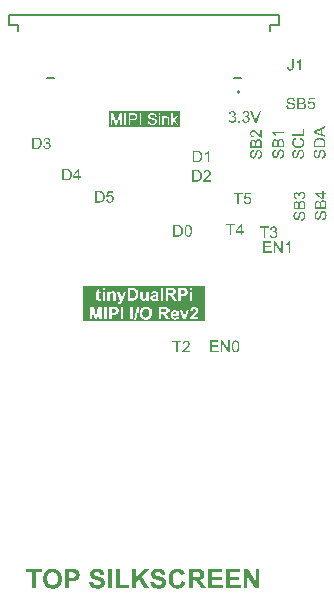
<source format=gto>
G04*
G04 #@! TF.GenerationSoftware,Altium Limited,Altium Designer,22.5.1 (42)*
G04*
G04 Layer_Color=65535*
%FSLAX25Y25*%
%MOIN*%
G70*
G04*
G04 #@! TF.SameCoordinates,343D76CA-8D90-4984-A01A-401E7FF7C9D5*
G04*
G04*
G04 #@! TF.FilePolarity,Positive*
G04*
G01*
G75*
%ADD10C,0.00787*%
%ADD11C,0.00500*%
G36*
X78745Y8392D02*
Y2450D01*
X37913D01*
Y8392D01*
X78745D01*
D02*
G37*
G36*
Y2450D02*
Y-3255D01*
X37913D01*
Y2450D01*
X78745D01*
D02*
G37*
G36*
X70455Y61500D02*
X46500D01*
Y66874D01*
X70455D01*
Y61500D01*
D02*
G37*
G36*
X79521Y47207D02*
X79566Y47201D01*
X79621Y47196D01*
X79682Y47184D01*
X79743Y47173D01*
X79888Y47135D01*
X80032Y47079D01*
X80104Y47046D01*
X80176Y47007D01*
X80243Y46957D01*
X80304Y46901D01*
X80309Y46896D01*
X80321Y46890D01*
X80332Y46868D01*
X80354Y46846D01*
X80382Y46818D01*
X80409Y46779D01*
X80437Y46740D01*
X80470Y46690D01*
X80526Y46585D01*
X80581Y46452D01*
X80603Y46385D01*
X80615Y46308D01*
X80626Y46230D01*
X80631Y46147D01*
Y46136D01*
Y46108D01*
X80626Y46063D01*
X80620Y46002D01*
X80609Y45936D01*
X80587Y45858D01*
X80565Y45775D01*
X80531Y45691D01*
X80526Y45680D01*
X80515Y45653D01*
X80493Y45608D01*
X80459Y45547D01*
X80415Y45481D01*
X80359Y45397D01*
X80293Y45314D01*
X80215Y45220D01*
X80204Y45209D01*
X80176Y45175D01*
X80148Y45148D01*
X80121Y45120D01*
X80087Y45087D01*
X80043Y45042D01*
X79999Y44998D01*
X79943Y44948D01*
X79888Y44892D01*
X79821Y44831D01*
X79749Y44770D01*
X79671Y44698D01*
X79582Y44626D01*
X79493Y44548D01*
X79488Y44543D01*
X79477Y44532D01*
X79455Y44515D01*
X79427Y44493D01*
X79394Y44459D01*
X79355Y44426D01*
X79266Y44354D01*
X79172Y44271D01*
X79083Y44187D01*
X79005Y44115D01*
X78972Y44087D01*
X78944Y44060D01*
X78939Y44054D01*
X78922Y44038D01*
X78900Y44015D01*
X78872Y43982D01*
X78844Y43943D01*
X78811Y43904D01*
X78744Y43810D01*
X80637D01*
Y43355D01*
X78089D01*
Y43360D01*
Y43383D01*
Y43416D01*
X78095Y43460D01*
X78101Y43510D01*
X78112Y43566D01*
X78123Y43621D01*
X78145Y43682D01*
Y43688D01*
X78150Y43694D01*
X78162Y43727D01*
X78184Y43777D01*
X78217Y43843D01*
X78261Y43921D01*
X78317Y44010D01*
X78378Y44099D01*
X78456Y44193D01*
Y44199D01*
X78467Y44204D01*
X78495Y44237D01*
X78544Y44287D01*
X78617Y44359D01*
X78700Y44443D01*
X78805Y44543D01*
X78933Y44654D01*
X79072Y44770D01*
X79077Y44776D01*
X79100Y44792D01*
X79133Y44820D01*
X79172Y44853D01*
X79222Y44898D01*
X79283Y44948D01*
X79344Y45003D01*
X79416Y45064D01*
X79555Y45197D01*
X79693Y45331D01*
X79760Y45397D01*
X79821Y45464D01*
X79877Y45525D01*
X79921Y45586D01*
Y45592D01*
X79932Y45597D01*
X79943Y45614D01*
X79954Y45636D01*
X79993Y45697D01*
X80037Y45769D01*
X80076Y45858D01*
X80115Y45952D01*
X80137Y46058D01*
X80148Y46158D01*
Y46163D01*
Y46169D01*
X80143Y46202D01*
X80137Y46258D01*
X80121Y46319D01*
X80098Y46396D01*
X80060Y46474D01*
X80010Y46552D01*
X79943Y46629D01*
X79932Y46641D01*
X79904Y46663D01*
X79865Y46690D01*
X79804Y46729D01*
X79727Y46763D01*
X79638Y46796D01*
X79532Y46818D01*
X79416Y46824D01*
X79382D01*
X79360Y46818D01*
X79294Y46813D01*
X79216Y46796D01*
X79133Y46774D01*
X79038Y46735D01*
X78950Y46685D01*
X78866Y46618D01*
X78855Y46607D01*
X78833Y46580D01*
X78800Y46535D01*
X78767Y46468D01*
X78728Y46391D01*
X78694Y46291D01*
X78672Y46180D01*
X78661Y46052D01*
X78178Y46102D01*
Y46108D01*
X78184Y46124D01*
Y46152D01*
X78189Y46191D01*
X78200Y46235D01*
X78211Y46285D01*
X78228Y46346D01*
X78245Y46407D01*
X78289Y46541D01*
X78356Y46674D01*
X78395Y46740D01*
X78445Y46807D01*
X78495Y46868D01*
X78550Y46924D01*
X78556Y46929D01*
X78567Y46935D01*
X78583Y46951D01*
X78611Y46968D01*
X78644Y46990D01*
X78683Y47012D01*
X78728Y47040D01*
X78783Y47068D01*
X78844Y47096D01*
X78911Y47123D01*
X78983Y47146D01*
X79061Y47168D01*
X79144Y47184D01*
X79233Y47201D01*
X79327Y47207D01*
X79427Y47212D01*
X79482D01*
X79521Y47207D01*
D02*
G37*
G36*
X76052Y47190D02*
X76164Y47184D01*
X76275Y47173D01*
X76385Y47157D01*
X76480Y47140D01*
X76485D01*
X76496Y47135D01*
X76513D01*
X76535Y47123D01*
X76596Y47107D01*
X76674Y47079D01*
X76763Y47040D01*
X76857Y46990D01*
X76952Y46935D01*
X77040Y46863D01*
X77046Y46857D01*
X77052Y46851D01*
X77068Y46835D01*
X77090Y46818D01*
X77146Y46763D01*
X77213Y46685D01*
X77285Y46591D01*
X77362Y46480D01*
X77434Y46352D01*
X77495Y46208D01*
Y46202D01*
X77501Y46191D01*
X77512Y46169D01*
X77518Y46136D01*
X77534Y46097D01*
X77545Y46052D01*
X77557Y46002D01*
X77573Y45941D01*
X77590Y45880D01*
X77601Y45808D01*
X77629Y45653D01*
X77645Y45481D01*
X77651Y45292D01*
Y45286D01*
Y45275D01*
Y45248D01*
Y45220D01*
X77645Y45181D01*
Y45136D01*
X77640Y45031D01*
X77623Y44909D01*
X77606Y44781D01*
X77579Y44648D01*
X77545Y44515D01*
Y44509D01*
X77540Y44498D01*
X77534Y44482D01*
X77529Y44459D01*
X77507Y44398D01*
X77473Y44321D01*
X77440Y44232D01*
X77396Y44143D01*
X77340Y44049D01*
X77285Y43960D01*
X77279Y43949D01*
X77257Y43921D01*
X77224Y43882D01*
X77179Y43832D01*
X77129Y43777D01*
X77068Y43721D01*
X77007Y43660D01*
X76935Y43610D01*
X76924Y43605D01*
X76902Y43588D01*
X76863Y43566D01*
X76807Y43538D01*
X76741Y43505D01*
X76663Y43477D01*
X76574Y43444D01*
X76474Y43416D01*
X76463D01*
X76447Y43410D01*
X76430Y43405D01*
X76374Y43399D01*
X76297Y43388D01*
X76208Y43377D01*
X76103Y43366D01*
X75986Y43360D01*
X75858Y43355D01*
X74476D01*
Y47196D01*
X75953D01*
X76052Y47190D01*
D02*
G37*
G36*
X80011Y49798D02*
X79540D01*
Y52800D01*
X79534Y52795D01*
X79506Y52772D01*
X79473Y52739D01*
X79418Y52700D01*
X79357Y52650D01*
X79279Y52595D01*
X79190Y52534D01*
X79090Y52473D01*
X79085D01*
X79079Y52467D01*
X79046Y52445D01*
X78990Y52417D01*
X78924Y52384D01*
X78846Y52345D01*
X78763Y52306D01*
X78680Y52267D01*
X78596Y52234D01*
Y52689D01*
X78602D01*
X78613Y52700D01*
X78635Y52706D01*
X78663Y52722D01*
X78696Y52739D01*
X78735Y52761D01*
X78829Y52817D01*
X78940Y52878D01*
X79051Y52956D01*
X79168Y53044D01*
X79284Y53139D01*
X79290Y53144D01*
X79295Y53150D01*
X79312Y53166D01*
X79334Y53183D01*
X79384Y53239D01*
X79451Y53305D01*
X79518Y53383D01*
X79590Y53472D01*
X79651Y53561D01*
X79706Y53655D01*
X80011D01*
Y49798D01*
D02*
G37*
G36*
X76132Y53633D02*
X76243Y53627D01*
X76354Y53616D01*
X76465Y53599D01*
X76559Y53583D01*
X76565D01*
X76576Y53577D01*
X76593D01*
X76615Y53566D01*
X76676Y53549D01*
X76754Y53522D01*
X76842Y53483D01*
X76937Y53433D01*
X77031Y53377D01*
X77120Y53305D01*
X77126Y53300D01*
X77131Y53294D01*
X77148Y53277D01*
X77170Y53261D01*
X77225Y53205D01*
X77292Y53128D01*
X77364Y53033D01*
X77442Y52922D01*
X77514Y52795D01*
X77575Y52650D01*
Y52645D01*
X77581Y52634D01*
X77592Y52611D01*
X77597Y52578D01*
X77614Y52539D01*
X77625Y52495D01*
X77636Y52445D01*
X77653Y52384D01*
X77669Y52323D01*
X77680Y52251D01*
X77708Y52095D01*
X77725Y51923D01*
X77730Y51735D01*
Y51729D01*
Y51718D01*
Y51690D01*
Y51662D01*
X77725Y51623D01*
Y51579D01*
X77719Y51474D01*
X77703Y51352D01*
X77686Y51224D01*
X77658Y51091D01*
X77625Y50958D01*
Y50952D01*
X77619Y50941D01*
X77614Y50924D01*
X77608Y50902D01*
X77586Y50841D01*
X77553Y50763D01*
X77520Y50674D01*
X77475Y50586D01*
X77420Y50491D01*
X77364Y50402D01*
X77359Y50391D01*
X77336Y50364D01*
X77303Y50325D01*
X77259Y50275D01*
X77209Y50219D01*
X77148Y50164D01*
X77087Y50103D01*
X77014Y50053D01*
X77003Y50047D01*
X76981Y50031D01*
X76942Y50008D01*
X76887Y49981D01*
X76820Y49947D01*
X76743Y49920D01*
X76654Y49886D01*
X76554Y49859D01*
X76543D01*
X76526Y49853D01*
X76509Y49847D01*
X76454Y49842D01*
X76376Y49831D01*
X76287Y49820D01*
X76182Y49809D01*
X76065Y49803D01*
X75938Y49798D01*
X74556D01*
Y53638D01*
X76032D01*
X76132Y53633D01*
D02*
G37*
G36*
X69722Y28848D02*
X69833Y28842D01*
X69945Y28831D01*
X70056Y28815D01*
X70150Y28798D01*
X70155D01*
X70166Y28792D01*
X70183D01*
X70205Y28781D01*
X70266Y28765D01*
X70344Y28737D01*
X70433Y28698D01*
X70527Y28648D01*
X70622Y28593D01*
X70710Y28520D01*
X70716Y28515D01*
X70722Y28509D01*
X70738Y28493D01*
X70760Y28476D01*
X70816Y28420D01*
X70882Y28343D01*
X70955Y28249D01*
X71032Y28137D01*
X71105Y28010D01*
X71166Y27865D01*
Y27860D01*
X71171Y27849D01*
X71182Y27827D01*
X71188Y27793D01*
X71204Y27755D01*
X71215Y27710D01*
X71227Y27660D01*
X71243Y27599D01*
X71260Y27538D01*
X71271Y27466D01*
X71299Y27310D01*
X71315Y27139D01*
X71321Y26950D01*
Y26944D01*
Y26933D01*
Y26905D01*
Y26878D01*
X71315Y26839D01*
Y26794D01*
X71310Y26689D01*
X71293Y26567D01*
X71276Y26439D01*
X71249Y26306D01*
X71215Y26173D01*
Y26167D01*
X71210Y26156D01*
X71204Y26139D01*
X71199Y26117D01*
X71177Y26056D01*
X71143Y25978D01*
X71110Y25890D01*
X71066Y25801D01*
X71010Y25706D01*
X70955Y25618D01*
X70949Y25607D01*
X70927Y25579D01*
X70894Y25540D01*
X70849Y25490D01*
X70799Y25435D01*
X70738Y25379D01*
X70677Y25318D01*
X70605Y25268D01*
X70594Y25262D01*
X70572Y25246D01*
X70533Y25224D01*
X70477Y25196D01*
X70411Y25163D01*
X70333Y25135D01*
X70244Y25102D01*
X70144Y25074D01*
X70133D01*
X70117Y25068D01*
X70100Y25063D01*
X70044Y25057D01*
X69967Y25046D01*
X69878Y25035D01*
X69772Y25024D01*
X69656Y25018D01*
X69528Y25013D01*
X68146D01*
Y28853D01*
X69623D01*
X69722Y28848D01*
D02*
G37*
G36*
X73191Y28864D02*
X73263Y28853D01*
X73347Y28837D01*
X73435Y28815D01*
X73530Y28787D01*
X73619Y28742D01*
X73624D01*
X73630Y28737D01*
X73658Y28720D01*
X73702Y28692D01*
X73757Y28654D01*
X73818Y28598D01*
X73885Y28537D01*
X73946Y28465D01*
X74007Y28382D01*
X74013Y28370D01*
X74035Y28343D01*
X74057Y28293D01*
X74096Y28221D01*
X74129Y28137D01*
X74174Y28043D01*
X74212Y27932D01*
X74246Y27810D01*
Y27804D01*
X74251Y27793D01*
X74257Y27777D01*
X74262Y27749D01*
X74268Y27716D01*
X74274Y27677D01*
X74285Y27627D01*
X74290Y27571D01*
X74301Y27510D01*
X74307Y27444D01*
X74312Y27366D01*
X74323Y27288D01*
X74329Y27200D01*
Y27111D01*
X74335Y27011D01*
Y26905D01*
Y26900D01*
Y26878D01*
Y26839D01*
Y26794D01*
X74329Y26733D01*
Y26667D01*
X74323Y26594D01*
X74318Y26517D01*
X74301Y26339D01*
X74274Y26156D01*
X74240Y25978D01*
X74218Y25895D01*
X74190Y25812D01*
Y25806D01*
X74185Y25795D01*
X74174Y25773D01*
X74163Y25745D01*
X74151Y25706D01*
X74129Y25668D01*
X74085Y25573D01*
X74029Y25473D01*
X73957Y25363D01*
X73874Y25262D01*
X73774Y25168D01*
X73769D01*
X73763Y25157D01*
X73746Y25146D01*
X73724Y25135D01*
X73696Y25118D01*
X73669Y25096D01*
X73585Y25057D01*
X73485Y25018D01*
X73369Y24980D01*
X73230Y24957D01*
X73080Y24946D01*
X73025D01*
X72986Y24952D01*
X72941Y24957D01*
X72886Y24968D01*
X72825Y24980D01*
X72758Y24996D01*
X72692Y25018D01*
X72620Y25041D01*
X72548Y25074D01*
X72475Y25113D01*
X72403Y25157D01*
X72331Y25213D01*
X72264Y25274D01*
X72203Y25340D01*
X72198Y25346D01*
X72187Y25363D01*
X72170Y25390D01*
X72142Y25435D01*
X72115Y25484D01*
X72087Y25551D01*
X72048Y25629D01*
X72015Y25718D01*
X71981Y25817D01*
X71948Y25934D01*
X71915Y26062D01*
X71887Y26206D01*
X71859Y26362D01*
X71843Y26528D01*
X71832Y26711D01*
X71826Y26905D01*
Y26911D01*
Y26933D01*
Y26972D01*
Y27016D01*
X71832Y27077D01*
Y27144D01*
X71837Y27216D01*
X71843Y27299D01*
X71859Y27471D01*
X71887Y27655D01*
X71920Y27838D01*
X71943Y27921D01*
X71965Y28004D01*
Y28010D01*
X71970Y28021D01*
X71981Y28043D01*
X71992Y28071D01*
X72004Y28110D01*
X72026Y28149D01*
X72070Y28243D01*
X72126Y28343D01*
X72198Y28448D01*
X72281Y28554D01*
X72381Y28642D01*
X72386D01*
X72392Y28654D01*
X72409Y28665D01*
X72431Y28676D01*
X72459Y28698D01*
X72492Y28715D01*
X72575Y28759D01*
X72675Y28798D01*
X72792Y28837D01*
X72930Y28859D01*
X73080Y28870D01*
X73130D01*
X73191Y28864D01*
D02*
G37*
G36*
X86936Y-13453D02*
X86409D01*
X84400Y-10439D01*
Y-13453D01*
X83912D01*
Y-9612D01*
X84433D01*
X86448Y-12631D01*
Y-9612D01*
X86936D01*
Y-13453D01*
D02*
G37*
G36*
X83123Y-10067D02*
X80853D01*
Y-11238D01*
X82979D01*
Y-11693D01*
X80853D01*
Y-12998D01*
X83212D01*
Y-13453D01*
X80343D01*
Y-9612D01*
X83123D01*
Y-10067D01*
D02*
G37*
G36*
X88962Y-9601D02*
X89034Y-9612D01*
X89117Y-9629D01*
X89206Y-9651D01*
X89301Y-9679D01*
X89389Y-9723D01*
X89395D01*
X89401Y-9729D01*
X89428Y-9745D01*
X89473Y-9773D01*
X89528Y-9812D01*
X89589Y-9867D01*
X89656Y-9928D01*
X89717Y-10001D01*
X89778Y-10084D01*
X89783Y-10095D01*
X89806Y-10123D01*
X89828Y-10173D01*
X89867Y-10245D01*
X89900Y-10328D01*
X89944Y-10423D01*
X89983Y-10533D01*
X90017Y-10656D01*
Y-10661D01*
X90022Y-10672D01*
X90028Y-10689D01*
X90033Y-10717D01*
X90039Y-10750D01*
X90044Y-10789D01*
X90055Y-10839D01*
X90061Y-10894D01*
X90072Y-10955D01*
X90078Y-11022D01*
X90083Y-11100D01*
X90094Y-11177D01*
X90100Y-11266D01*
Y-11355D01*
X90105Y-11455D01*
Y-11560D01*
Y-11566D01*
Y-11588D01*
Y-11627D01*
Y-11671D01*
X90100Y-11732D01*
Y-11799D01*
X90094Y-11871D01*
X90089Y-11949D01*
X90072Y-12126D01*
X90044Y-12309D01*
X90011Y-12487D01*
X89989Y-12570D01*
X89961Y-12654D01*
Y-12659D01*
X89956Y-12670D01*
X89944Y-12692D01*
X89933Y-12720D01*
X89922Y-12759D01*
X89900Y-12798D01*
X89856Y-12892D01*
X89800Y-12992D01*
X89728Y-13103D01*
X89645Y-13203D01*
X89545Y-13297D01*
X89539D01*
X89534Y-13308D01*
X89517Y-13320D01*
X89495Y-13331D01*
X89467Y-13347D01*
X89439Y-13370D01*
X89356Y-13408D01*
X89256Y-13447D01*
X89140Y-13486D01*
X89001Y-13508D01*
X88851Y-13519D01*
X88796D01*
X88757Y-13514D01*
X88712Y-13508D01*
X88657Y-13497D01*
X88596Y-13486D01*
X88529Y-13469D01*
X88463Y-13447D01*
X88390Y-13425D01*
X88318Y-13392D01*
X88246Y-13353D01*
X88174Y-13308D01*
X88102Y-13253D01*
X88035Y-13192D01*
X87974Y-13125D01*
X87969Y-13120D01*
X87958Y-13103D01*
X87941Y-13075D01*
X87913Y-13031D01*
X87885Y-12981D01*
X87858Y-12914D01*
X87819Y-12837D01*
X87785Y-12748D01*
X87752Y-12648D01*
X87719Y-12531D01*
X87686Y-12404D01*
X87658Y-12259D01*
X87630Y-12104D01*
X87613Y-11938D01*
X87602Y-11755D01*
X87597Y-11560D01*
Y-11555D01*
Y-11532D01*
Y-11494D01*
Y-11449D01*
X87602Y-11388D01*
Y-11322D01*
X87608Y-11249D01*
X87613Y-11166D01*
X87630Y-10994D01*
X87658Y-10811D01*
X87691Y-10628D01*
X87713Y-10545D01*
X87735Y-10461D01*
Y-10456D01*
X87741Y-10445D01*
X87752Y-10423D01*
X87763Y-10395D01*
X87774Y-10356D01*
X87796Y-10317D01*
X87841Y-10223D01*
X87896Y-10123D01*
X87969Y-10017D01*
X88052Y-9912D01*
X88152Y-9823D01*
X88157D01*
X88163Y-9812D01*
X88179Y-9801D01*
X88202Y-9790D01*
X88229Y-9768D01*
X88263Y-9751D01*
X88346Y-9707D01*
X88446Y-9668D01*
X88562Y-9629D01*
X88701Y-9607D01*
X88851Y-9595D01*
X88901D01*
X88962Y-9601D01*
D02*
G37*
G36*
X104635Y19641D02*
X104107D01*
X102098Y22654D01*
Y19641D01*
X101610D01*
Y23481D01*
X102131D01*
X104146Y20462D01*
Y23481D01*
X104635D01*
Y19641D01*
D02*
G37*
G36*
X107071D02*
X106599D01*
Y22643D01*
X106594Y22638D01*
X106566Y22616D01*
X106533Y22582D01*
X106477Y22543D01*
X106416Y22493D01*
X106338Y22438D01*
X106250Y22377D01*
X106150Y22316D01*
X106144D01*
X106139Y22310D01*
X106105Y22288D01*
X106050Y22260D01*
X105983Y22227D01*
X105905Y22188D01*
X105822Y22149D01*
X105739Y22110D01*
X105656Y22077D01*
Y22532D01*
X105661D01*
X105672Y22543D01*
X105695Y22549D01*
X105722Y22566D01*
X105756Y22582D01*
X105795Y22604D01*
X105889Y22660D01*
X106000Y22721D01*
X106111Y22799D01*
X106227Y22887D01*
X106344Y22982D01*
X106350Y22987D01*
X106355Y22993D01*
X106372Y23010D01*
X106394Y23026D01*
X106444Y23082D01*
X106510Y23148D01*
X106577Y23226D01*
X106649Y23315D01*
X106710Y23404D01*
X106766Y23498D01*
X107071D01*
Y19641D01*
D02*
G37*
G36*
X100822Y23026D02*
X98552D01*
Y21855D01*
X100677D01*
Y21400D01*
X98552D01*
Y20096D01*
X100910D01*
Y19641D01*
X98041D01*
Y23481D01*
X100822D01*
Y23026D01*
D02*
G37*
G36*
X118804Y61186D02*
X117638Y60737D01*
Y59127D01*
X118804Y58711D01*
Y58172D01*
X114963Y59638D01*
Y60193D01*
X118804Y61763D01*
Y61186D01*
D02*
G37*
G36*
X116978Y57889D02*
X117022D01*
X117127Y57884D01*
X117250Y57867D01*
X117377Y57850D01*
X117510Y57823D01*
X117644Y57789D01*
X117649D01*
X117660Y57784D01*
X117677Y57778D01*
X117699Y57773D01*
X117760Y57751D01*
X117838Y57717D01*
X117927Y57684D01*
X118015Y57640D01*
X118110Y57584D01*
X118199Y57529D01*
X118210Y57523D01*
X118237Y57501D01*
X118276Y57468D01*
X118326Y57423D01*
X118382Y57373D01*
X118437Y57312D01*
X118498Y57251D01*
X118548Y57179D01*
X118554Y57168D01*
X118570Y57146D01*
X118593Y57107D01*
X118620Y57051D01*
X118654Y56985D01*
X118681Y56907D01*
X118715Y56818D01*
X118743Y56718D01*
Y56707D01*
X118748Y56691D01*
X118754Y56674D01*
X118759Y56618D01*
X118770Y56541D01*
X118781Y56452D01*
X118792Y56346D01*
X118798Y56230D01*
X118804Y56102D01*
Y54720D01*
X114963D01*
Y56197D01*
X114969Y56296D01*
X114974Y56407D01*
X114985Y56519D01*
X115002Y56630D01*
X115018Y56724D01*
Y56729D01*
X115024Y56740D01*
Y56757D01*
X115035Y56779D01*
X115052Y56840D01*
X115079Y56918D01*
X115118Y57007D01*
X115168Y57101D01*
X115224Y57196D01*
X115296Y57284D01*
X115302Y57290D01*
X115307Y57296D01*
X115324Y57312D01*
X115340Y57334D01*
X115396Y57390D01*
X115473Y57456D01*
X115568Y57529D01*
X115679Y57606D01*
X115806Y57678D01*
X115951Y57740D01*
X115956D01*
X115968Y57745D01*
X115990Y57756D01*
X116023Y57762D01*
X116062Y57778D01*
X116106Y57789D01*
X116156Y57801D01*
X116217Y57817D01*
X116278Y57834D01*
X116350Y57845D01*
X116506Y57873D01*
X116678Y57889D01*
X116867Y57895D01*
X116872D01*
X116883D01*
X116911D01*
X116939D01*
X116978Y57889D01*
D02*
G37*
G36*
X117838Y54010D02*
X117915Y53999D01*
X118004Y53977D01*
X118099Y53949D01*
X118199Y53904D01*
X118304Y53843D01*
X118310D01*
X118315Y53838D01*
X118348Y53810D01*
X118398Y53771D01*
X118454Y53716D01*
X118520Y53644D01*
X118593Y53555D01*
X118659Y53455D01*
X118720Y53338D01*
Y53333D01*
X118726Y53322D01*
X118731Y53305D01*
X118743Y53283D01*
X118754Y53250D01*
X118770Y53211D01*
X118792Y53122D01*
X118820Y53016D01*
X118848Y52889D01*
X118865Y52750D01*
X118870Y52600D01*
Y52511D01*
X118865Y52467D01*
Y52417D01*
X118859Y52362D01*
X118853Y52295D01*
X118831Y52156D01*
X118809Y52012D01*
X118770Y51868D01*
X118720Y51729D01*
Y51723D01*
X118715Y51712D01*
X118704Y51696D01*
X118693Y51673D01*
X118659Y51607D01*
X118609Y51529D01*
X118543Y51440D01*
X118465Y51346D01*
X118371Y51257D01*
X118265Y51174D01*
X118260D01*
X118248Y51163D01*
X118232Y51157D01*
X118210Y51141D01*
X118182Y51130D01*
X118149Y51113D01*
X118065Y51074D01*
X117960Y51035D01*
X117843Y51002D01*
X117710Y50980D01*
X117571Y50968D01*
X117527Y51446D01*
X117533D01*
X117538D01*
X117555Y51451D01*
X117577D01*
X117627Y51463D01*
X117699Y51479D01*
X117771Y51501D01*
X117854Y51524D01*
X117932Y51562D01*
X118004Y51601D01*
X118010Y51607D01*
X118032Y51623D01*
X118071Y51651D01*
X118110Y51696D01*
X118160Y51751D01*
X118210Y51812D01*
X118260Y51895D01*
X118304Y51984D01*
Y51990D01*
X118310Y51995D01*
X118315Y52012D01*
X118321Y52029D01*
X118337Y52084D01*
X118359Y52156D01*
X118382Y52245D01*
X118398Y52345D01*
X118410Y52456D01*
X118415Y52578D01*
Y52628D01*
X118410Y52684D01*
X118404Y52750D01*
X118393Y52828D01*
X118382Y52917D01*
X118359Y53005D01*
X118332Y53089D01*
X118326Y53100D01*
X118315Y53127D01*
X118293Y53166D01*
X118271Y53216D01*
X118232Y53266D01*
X118193Y53322D01*
X118149Y53377D01*
X118093Y53422D01*
X118088Y53427D01*
X118065Y53438D01*
X118038Y53455D01*
X117993Y53477D01*
X117949Y53499D01*
X117893Y53516D01*
X117832Y53527D01*
X117766Y53533D01*
X117760D01*
X117732D01*
X117699Y53527D01*
X117655Y53522D01*
X117610Y53505D01*
X117555Y53488D01*
X117499Y53461D01*
X117449Y53422D01*
X117444Y53416D01*
X117427Y53399D01*
X117405Y53377D01*
X117372Y53338D01*
X117338Y53294D01*
X117299Y53233D01*
X117261Y53161D01*
X117227Y53078D01*
X117222Y53072D01*
X117216Y53044D01*
X117200Y53000D01*
X117194Y52972D01*
X117183Y52933D01*
X117166Y52894D01*
X117155Y52844D01*
X117139Y52789D01*
X117122Y52722D01*
X117105Y52656D01*
X117083Y52578D01*
X117061Y52489D01*
X117039Y52395D01*
Y52389D01*
X117033Y52373D01*
X117027Y52345D01*
X117016Y52312D01*
X117005Y52267D01*
X116994Y52217D01*
X116961Y52106D01*
X116922Y51984D01*
X116883Y51856D01*
X116844Y51745D01*
X116822Y51696D01*
X116800Y51651D01*
Y51646D01*
X116794Y51640D01*
X116772Y51607D01*
X116744Y51557D01*
X116700Y51501D01*
X116650Y51435D01*
X116589Y51368D01*
X116517Y51301D01*
X116439Y51246D01*
X116428Y51240D01*
X116400Y51224D01*
X116356Y51202D01*
X116300Y51179D01*
X116228Y51157D01*
X116145Y51135D01*
X116056Y51118D01*
X115962Y51113D01*
X115956D01*
X115951D01*
X115934D01*
X115912D01*
X115857Y51124D01*
X115784Y51135D01*
X115701Y51152D01*
X115607Y51179D01*
X115512Y51218D01*
X115418Y51274D01*
X115412D01*
X115407Y51279D01*
X115374Y51307D01*
X115329Y51346D01*
X115274Y51396D01*
X115213Y51463D01*
X115146Y51546D01*
X115085Y51646D01*
X115030Y51757D01*
Y51762D01*
X115024Y51773D01*
X115018Y51790D01*
X115007Y51812D01*
X114996Y51840D01*
X114985Y51879D01*
X114963Y51962D01*
X114941Y52067D01*
X114918Y52189D01*
X114902Y52317D01*
X114896Y52461D01*
Y52534D01*
X114902Y52573D01*
Y52611D01*
X114913Y52717D01*
X114930Y52833D01*
X114957Y52955D01*
X114991Y53089D01*
X115035Y53211D01*
Y53216D01*
X115041Y53227D01*
X115052Y53244D01*
X115063Y53266D01*
X115091Y53322D01*
X115140Y53394D01*
X115196Y53477D01*
X115268Y53560D01*
X115351Y53638D01*
X115446Y53710D01*
X115451D01*
X115457Y53716D01*
X115473Y53727D01*
X115490Y53738D01*
X115546Y53766D01*
X115618Y53799D01*
X115707Y53838D01*
X115812Y53866D01*
X115923Y53893D01*
X116045Y53904D01*
X116084Y53416D01*
X116078D01*
X116067D01*
X116051Y53411D01*
X116023Y53405D01*
X115962Y53388D01*
X115879Y53366D01*
X115790Y53333D01*
X115701Y53283D01*
X115618Y53222D01*
X115540Y53144D01*
X115535Y53133D01*
X115512Y53105D01*
X115479Y53050D01*
X115446Y52978D01*
X115412Y52883D01*
X115379Y52772D01*
X115357Y52634D01*
X115351Y52478D01*
Y52400D01*
X115357Y52367D01*
X115363Y52323D01*
X115374Y52223D01*
X115396Y52112D01*
X115424Y52001D01*
X115468Y51895D01*
X115496Y51851D01*
X115524Y51807D01*
X115529Y51796D01*
X115551Y51773D01*
X115590Y51740D01*
X115635Y51707D01*
X115696Y51668D01*
X115762Y51635D01*
X115840Y51612D01*
X115929Y51601D01*
X115940D01*
X115962D01*
X116001Y51607D01*
X116045Y51618D01*
X116101Y51635D01*
X116156Y51662D01*
X116212Y51696D01*
X116267Y51745D01*
X116273Y51751D01*
X116289Y51779D01*
X116306Y51801D01*
X116317Y51823D01*
X116334Y51856D01*
X116356Y51895D01*
X116373Y51945D01*
X116395Y52001D01*
X116417Y52062D01*
X116445Y52134D01*
X116467Y52212D01*
X116495Y52301D01*
X116517Y52400D01*
X116545Y52511D01*
Y52517D01*
X116550Y52539D01*
X116556Y52573D01*
X116567Y52611D01*
X116578Y52661D01*
X116595Y52722D01*
X116611Y52783D01*
X116628Y52850D01*
X116667Y52994D01*
X116706Y53133D01*
X116728Y53200D01*
X116750Y53261D01*
X116767Y53316D01*
X116789Y53361D01*
Y53366D01*
X116794Y53377D01*
X116806Y53394D01*
X116817Y53416D01*
X116850Y53477D01*
X116894Y53549D01*
X116955Y53632D01*
X117022Y53716D01*
X117100Y53793D01*
X117183Y53860D01*
X117194Y53866D01*
X117222Y53888D01*
X117272Y53910D01*
X117338Y53943D01*
X117416Y53971D01*
X117510Y53999D01*
X117616Y54015D01*
X117727Y54021D01*
X117732D01*
X117738D01*
X117755D01*
X117777D01*
X117838Y54010D01*
D02*
G37*
G36*
X111636Y58541D02*
X107795D01*
Y59051D01*
X111180D01*
Y60944D01*
X111636D01*
Y58541D01*
D02*
G37*
G36*
X110448Y57930D02*
X110481Y57919D01*
X110526Y57902D01*
X110575Y57886D01*
X110637Y57864D01*
X110703Y57836D01*
X110775Y57803D01*
X110931Y57725D01*
X111086Y57625D01*
X111164Y57564D01*
X111242Y57503D01*
X111308Y57436D01*
X111375Y57359D01*
X111380Y57353D01*
X111391Y57342D01*
X111402Y57314D01*
X111425Y57287D01*
X111452Y57242D01*
X111480Y57198D01*
X111508Y57137D01*
X111536Y57076D01*
X111569Y57003D01*
X111597Y56926D01*
X111625Y56842D01*
X111652Y56754D01*
X111674Y56659D01*
X111686Y56559D01*
X111697Y56454D01*
X111702Y56343D01*
Y56282D01*
X111697Y56238D01*
Y56187D01*
X111691Y56126D01*
X111680Y56060D01*
X111669Y55982D01*
X111641Y55821D01*
X111597Y55655D01*
X111536Y55488D01*
X111497Y55411D01*
X111452Y55333D01*
X111447Y55327D01*
X111441Y55316D01*
X111425Y55294D01*
X111402Y55272D01*
X111380Y55238D01*
X111347Y55200D01*
X111308Y55155D01*
X111264Y55111D01*
X111214Y55066D01*
X111164Y55016D01*
X111036Y54917D01*
X110886Y54822D01*
X110720Y54739D01*
X110714D01*
X110698Y54728D01*
X110670Y54722D01*
X110637Y54706D01*
X110592Y54695D01*
X110537Y54678D01*
X110476Y54656D01*
X110409Y54639D01*
X110337Y54623D01*
X110254Y54600D01*
X110082Y54572D01*
X109887Y54550D01*
X109688Y54539D01*
X109682D01*
X109660D01*
X109626D01*
X109588Y54545D01*
X109532D01*
X109477Y54550D01*
X109405Y54556D01*
X109332Y54567D01*
X109171Y54595D01*
X108994Y54634D01*
X108816Y54689D01*
X108644Y54767D01*
X108639Y54772D01*
X108622Y54778D01*
X108600Y54789D01*
X108572Y54811D01*
X108533Y54833D01*
X108489Y54861D01*
X108389Y54933D01*
X108278Y55028D01*
X108167Y55139D01*
X108056Y55266D01*
X107961Y55416D01*
X107956Y55422D01*
X107950Y55438D01*
X107939Y55461D01*
X107923Y55488D01*
X107906Y55533D01*
X107889Y55577D01*
X107867Y55633D01*
X107845Y55694D01*
X107823Y55760D01*
X107800Y55832D01*
X107767Y55988D01*
X107739Y56165D01*
X107728Y56349D01*
Y56404D01*
X107734Y56443D01*
X107739Y56493D01*
X107745Y56554D01*
X107751Y56615D01*
X107767Y56687D01*
X107800Y56837D01*
X107851Y57003D01*
X107884Y57087D01*
X107923Y57164D01*
X107973Y57242D01*
X108023Y57320D01*
X108028Y57325D01*
X108034Y57336D01*
X108050Y57359D01*
X108078Y57386D01*
X108106Y57414D01*
X108145Y57453D01*
X108189Y57492D01*
X108233Y57536D01*
X108289Y57581D01*
X108355Y57625D01*
X108422Y57675D01*
X108494Y57719D01*
X108578Y57758D01*
X108661Y57803D01*
X108750Y57836D01*
X108850Y57869D01*
X108966Y57370D01*
X108960D01*
X108949Y57364D01*
X108927Y57353D01*
X108899Y57342D01*
X108866Y57331D01*
X108822Y57314D01*
X108733Y57270D01*
X108633Y57214D01*
X108533Y57148D01*
X108439Y57064D01*
X108355Y56976D01*
X108344Y56964D01*
X108322Y56931D01*
X108294Y56876D01*
X108256Y56804D01*
X108222Y56709D01*
X108189Y56604D01*
X108167Y56476D01*
X108161Y56337D01*
Y56293D01*
X108167Y56265D01*
Y56226D01*
X108172Y56182D01*
X108189Y56077D01*
X108211Y55960D01*
X108250Y55838D01*
X108306Y55710D01*
X108378Y55594D01*
Y55588D01*
X108389Y55583D01*
X108417Y55544D01*
X108461Y55494D01*
X108528Y55433D01*
X108611Y55361D01*
X108705Y55294D01*
X108822Y55233D01*
X108949Y55177D01*
X108955D01*
X108966Y55172D01*
X108983Y55166D01*
X109010Y55161D01*
X109044Y55150D01*
X109083Y55139D01*
X109177Y55122D01*
X109288Y55100D01*
X109410Y55077D01*
X109543Y55066D01*
X109688Y55061D01*
X109693D01*
X109710D01*
X109738D01*
X109771D01*
X109810Y55066D01*
X109860D01*
X109915Y55072D01*
X109976Y55077D01*
X110109Y55094D01*
X110254Y55122D01*
X110398Y55155D01*
X110542Y55200D01*
X110548D01*
X110559Y55205D01*
X110575Y55216D01*
X110603Y55227D01*
X110670Y55261D01*
X110748Y55311D01*
X110836Y55372D01*
X110931Y55449D01*
X111014Y55538D01*
X111092Y55644D01*
Y55649D01*
X111097Y55660D01*
X111108Y55677D01*
X111119Y55699D01*
X111130Y55727D01*
X111147Y55760D01*
X111180Y55838D01*
X111214Y55938D01*
X111242Y56049D01*
X111264Y56171D01*
X111269Y56299D01*
Y56337D01*
X111264Y56371D01*
Y56410D01*
X111258Y56448D01*
X111236Y56548D01*
X111208Y56665D01*
X111164Y56781D01*
X111103Y56903D01*
X111070Y56964D01*
X111025Y57020D01*
X111020Y57026D01*
X111014Y57031D01*
X110997Y57048D01*
X110981Y57070D01*
X110953Y57092D01*
X110920Y57120D01*
X110886Y57153D01*
X110842Y57181D01*
X110792Y57214D01*
X110737Y57253D01*
X110681Y57287D01*
X110614Y57320D01*
X110542Y57348D01*
X110465Y57375D01*
X110381Y57403D01*
X110292Y57425D01*
X110420Y57936D01*
X110426D01*
X110448Y57930D01*
D02*
G37*
G36*
X110670Y53979D02*
X110748Y53968D01*
X110836Y53945D01*
X110931Y53918D01*
X111031Y53873D01*
X111136Y53812D01*
X111142D01*
X111147Y53807D01*
X111180Y53779D01*
X111230Y53740D01*
X111286Y53685D01*
X111353Y53612D01*
X111425Y53524D01*
X111491Y53424D01*
X111552Y53307D01*
Y53302D01*
X111558Y53290D01*
X111563Y53274D01*
X111574Y53252D01*
X111586Y53218D01*
X111602Y53179D01*
X111625Y53091D01*
X111652Y52985D01*
X111680Y52858D01*
X111697Y52719D01*
X111702Y52569D01*
Y52480D01*
X111697Y52436D01*
Y52386D01*
X111691Y52330D01*
X111686Y52264D01*
X111663Y52125D01*
X111641Y51981D01*
X111602Y51836D01*
X111552Y51698D01*
Y51692D01*
X111547Y51681D01*
X111536Y51664D01*
X111525Y51642D01*
X111491Y51575D01*
X111441Y51498D01*
X111375Y51409D01*
X111297Y51315D01*
X111203Y51226D01*
X111097Y51143D01*
X111092D01*
X111081Y51131D01*
X111064Y51126D01*
X111042Y51109D01*
X111014Y51098D01*
X110981Y51082D01*
X110898Y51043D01*
X110792Y51004D01*
X110676Y50971D01*
X110542Y50948D01*
X110404Y50937D01*
X110359Y51415D01*
X110365D01*
X110370D01*
X110387Y51420D01*
X110409D01*
X110459Y51431D01*
X110531Y51448D01*
X110603Y51470D01*
X110687Y51492D01*
X110764Y51531D01*
X110836Y51570D01*
X110842Y51575D01*
X110864Y51592D01*
X110903Y51620D01*
X110942Y51664D01*
X110992Y51720D01*
X111042Y51781D01*
X111092Y51864D01*
X111136Y51953D01*
Y51959D01*
X111142Y51964D01*
X111147Y51981D01*
X111153Y51997D01*
X111169Y52053D01*
X111192Y52125D01*
X111214Y52214D01*
X111230Y52314D01*
X111242Y52425D01*
X111247Y52547D01*
Y52597D01*
X111242Y52652D01*
X111236Y52719D01*
X111225Y52797D01*
X111214Y52885D01*
X111192Y52974D01*
X111164Y53057D01*
X111158Y53068D01*
X111147Y53096D01*
X111125Y53135D01*
X111103Y53185D01*
X111064Y53235D01*
X111025Y53290D01*
X110981Y53346D01*
X110925Y53390D01*
X110920Y53396D01*
X110898Y53407D01*
X110870Y53424D01*
X110825Y53446D01*
X110781Y53468D01*
X110725Y53485D01*
X110664Y53496D01*
X110598Y53501D01*
X110592D01*
X110564D01*
X110531Y53496D01*
X110487Y53490D01*
X110442Y53474D01*
X110387Y53457D01*
X110331Y53429D01*
X110281Y53390D01*
X110276Y53385D01*
X110259Y53368D01*
X110237Y53346D01*
X110204Y53307D01*
X110170Y53263D01*
X110132Y53202D01*
X110093Y53130D01*
X110059Y53046D01*
X110054Y53041D01*
X110048Y53013D01*
X110032Y52969D01*
X110026Y52941D01*
X110015Y52902D01*
X109998Y52863D01*
X109987Y52813D01*
X109971Y52758D01*
X109954Y52691D01*
X109937Y52624D01*
X109915Y52547D01*
X109893Y52458D01*
X109871Y52364D01*
Y52358D01*
X109865Y52341D01*
X109860Y52314D01*
X109848Y52280D01*
X109837Y52236D01*
X109826Y52186D01*
X109793Y52075D01*
X109754Y51953D01*
X109715Y51825D01*
X109676Y51714D01*
X109654Y51664D01*
X109632Y51620D01*
Y51614D01*
X109626Y51609D01*
X109604Y51575D01*
X109576Y51525D01*
X109532Y51470D01*
X109482Y51403D01*
X109421Y51337D01*
X109349Y51270D01*
X109271Y51215D01*
X109260Y51209D01*
X109232Y51192D01*
X109188Y51170D01*
X109133Y51148D01*
X109060Y51126D01*
X108977Y51104D01*
X108888Y51087D01*
X108794Y51082D01*
X108788D01*
X108783D01*
X108766D01*
X108744D01*
X108689Y51093D01*
X108616Y51104D01*
X108533Y51120D01*
X108439Y51148D01*
X108344Y51187D01*
X108250Y51243D01*
X108245D01*
X108239Y51248D01*
X108206Y51276D01*
X108161Y51315D01*
X108106Y51365D01*
X108045Y51431D01*
X107978Y51514D01*
X107917Y51614D01*
X107862Y51725D01*
Y51731D01*
X107856Y51742D01*
X107851Y51759D01*
X107839Y51781D01*
X107828Y51809D01*
X107817Y51847D01*
X107795Y51931D01*
X107773Y52036D01*
X107751Y52158D01*
X107734Y52286D01*
X107728Y52430D01*
Y52502D01*
X107734Y52541D01*
Y52580D01*
X107745Y52685D01*
X107762Y52802D01*
X107790Y52924D01*
X107823Y53057D01*
X107867Y53179D01*
Y53185D01*
X107873Y53196D01*
X107884Y53213D01*
X107895Y53235D01*
X107923Y53290D01*
X107973Y53363D01*
X108028Y53446D01*
X108100Y53529D01*
X108184Y53607D01*
X108278Y53679D01*
X108283D01*
X108289Y53685D01*
X108306Y53696D01*
X108322Y53707D01*
X108378Y53734D01*
X108450Y53768D01*
X108539Y53807D01*
X108644Y53834D01*
X108755Y53862D01*
X108877Y53873D01*
X108916Y53385D01*
X108911D01*
X108899D01*
X108883Y53379D01*
X108855Y53374D01*
X108794Y53357D01*
X108711Y53335D01*
X108622Y53302D01*
X108533Y53252D01*
X108450Y53190D01*
X108372Y53113D01*
X108367Y53102D01*
X108344Y53074D01*
X108311Y53018D01*
X108278Y52946D01*
X108245Y52852D01*
X108211Y52741D01*
X108189Y52602D01*
X108184Y52447D01*
Y52369D01*
X108189Y52336D01*
X108195Y52291D01*
X108206Y52192D01*
X108228Y52081D01*
X108256Y51970D01*
X108300Y51864D01*
X108328Y51820D01*
X108355Y51775D01*
X108361Y51764D01*
X108383Y51742D01*
X108422Y51709D01*
X108467Y51675D01*
X108528Y51636D01*
X108594Y51603D01*
X108672Y51581D01*
X108761Y51570D01*
X108772D01*
X108794D01*
X108833Y51575D01*
X108877Y51587D01*
X108933Y51603D01*
X108988Y51631D01*
X109044Y51664D01*
X109099Y51714D01*
X109105Y51720D01*
X109122Y51748D01*
X109138Y51770D01*
X109149Y51792D01*
X109166Y51825D01*
X109188Y51864D01*
X109205Y51914D01*
X109227Y51970D01*
X109249Y52031D01*
X109277Y52103D01*
X109299Y52180D01*
X109327Y52269D01*
X109349Y52369D01*
X109377Y52480D01*
Y52486D01*
X109382Y52508D01*
X109388Y52541D01*
X109399Y52580D01*
X109410Y52630D01*
X109427Y52691D01*
X109443Y52752D01*
X109460Y52819D01*
X109499Y52963D01*
X109538Y53102D01*
X109560Y53168D01*
X109582Y53229D01*
X109599Y53285D01*
X109621Y53329D01*
Y53335D01*
X109626Y53346D01*
X109638Y53363D01*
X109649Y53385D01*
X109682Y53446D01*
X109726Y53518D01*
X109787Y53601D01*
X109854Y53685D01*
X109932Y53762D01*
X110015Y53829D01*
X110026Y53834D01*
X110054Y53857D01*
X110104Y53879D01*
X110170Y53912D01*
X110248Y53940D01*
X110343Y53968D01*
X110448Y53984D01*
X110559Y53990D01*
X110564D01*
X110570D01*
X110587D01*
X110609D01*
X110670Y53979D01*
D02*
G37*
G36*
X92369Y66852D02*
X92441Y66840D01*
X92530Y66824D01*
X92630Y66796D01*
X92730Y66763D01*
X92830Y66718D01*
X92835D01*
X92841Y66713D01*
X92874Y66696D01*
X92924Y66663D01*
X92980Y66624D01*
X93046Y66568D01*
X93113Y66507D01*
X93179Y66435D01*
X93235Y66352D01*
X93240Y66341D01*
X93257Y66313D01*
X93279Y66263D01*
X93307Y66202D01*
X93335Y66130D01*
X93357Y66047D01*
X93374Y65952D01*
X93379Y65858D01*
Y65847D01*
Y65814D01*
X93374Y65769D01*
X93362Y65708D01*
X93346Y65636D01*
X93318Y65558D01*
X93285Y65481D01*
X93240Y65403D01*
X93235Y65392D01*
X93218Y65370D01*
X93185Y65331D01*
X93140Y65286D01*
X93085Y65237D01*
X93018Y65181D01*
X92941Y65131D01*
X92846Y65081D01*
X92852D01*
X92863Y65075D01*
X92880Y65070D01*
X92902Y65064D01*
X92963Y65042D01*
X93041Y65009D01*
X93129Y64964D01*
X93218Y64909D01*
X93301Y64837D01*
X93379Y64754D01*
X93385Y64742D01*
X93407Y64709D01*
X93440Y64654D01*
X93473Y64582D01*
X93507Y64493D01*
X93540Y64387D01*
X93562Y64265D01*
X93568Y64132D01*
Y64126D01*
Y64110D01*
Y64082D01*
X93562Y64049D01*
X93557Y64004D01*
X93546Y63954D01*
X93534Y63899D01*
X93523Y63838D01*
X93479Y63705D01*
X93446Y63633D01*
X93412Y63566D01*
X93368Y63494D01*
X93318Y63422D01*
X93262Y63349D01*
X93196Y63283D01*
X93190Y63277D01*
X93179Y63266D01*
X93157Y63250D01*
X93129Y63227D01*
X93096Y63200D01*
X93052Y63172D01*
X93002Y63139D01*
X92941Y63111D01*
X92880Y63077D01*
X92807Y63044D01*
X92735Y63016D01*
X92652Y62989D01*
X92563Y62967D01*
X92469Y62950D01*
X92374Y62939D01*
X92269Y62933D01*
X92219D01*
X92186Y62939D01*
X92141Y62944D01*
X92092Y62950D01*
X92036Y62961D01*
X91975Y62972D01*
X91842Y63005D01*
X91703Y63061D01*
X91631Y63094D01*
X91564Y63133D01*
X91498Y63183D01*
X91431Y63233D01*
X91426Y63239D01*
X91414Y63250D01*
X91398Y63266D01*
X91381Y63288D01*
X91353Y63316D01*
X91326Y63355D01*
X91292Y63394D01*
X91259Y63444D01*
X91226Y63499D01*
X91192Y63555D01*
X91131Y63688D01*
X91081Y63843D01*
X91065Y63927D01*
X91054Y64016D01*
X91525Y64077D01*
Y64071D01*
X91531Y64060D01*
X91536Y64038D01*
X91542Y64010D01*
X91548Y63977D01*
X91559Y63938D01*
X91586Y63854D01*
X91625Y63755D01*
X91675Y63660D01*
X91731Y63572D01*
X91797Y63494D01*
X91808Y63488D01*
X91831Y63466D01*
X91875Y63438D01*
X91931Y63411D01*
X91997Y63377D01*
X92080Y63349D01*
X92175Y63327D01*
X92275Y63322D01*
X92308D01*
X92330Y63327D01*
X92391Y63333D01*
X92469Y63349D01*
X92558Y63377D01*
X92652Y63416D01*
X92746Y63472D01*
X92835Y63549D01*
X92846Y63560D01*
X92874Y63594D01*
X92907Y63644D01*
X92952Y63710D01*
X92996Y63793D01*
X93029Y63888D01*
X93057Y63999D01*
X93068Y64121D01*
Y64126D01*
Y64138D01*
Y64154D01*
X93063Y64176D01*
X93057Y64237D01*
X93041Y64310D01*
X93018Y64398D01*
X92980Y64487D01*
X92924Y64576D01*
X92852Y64659D01*
X92841Y64670D01*
X92813Y64693D01*
X92769Y64726D01*
X92708Y64765D01*
X92630Y64804D01*
X92536Y64837D01*
X92430Y64859D01*
X92313Y64870D01*
X92264D01*
X92225Y64865D01*
X92175Y64859D01*
X92119Y64848D01*
X92053Y64837D01*
X91980Y64820D01*
X92036Y65237D01*
X92064D01*
X92086Y65231D01*
X92158D01*
X92219Y65242D01*
X92291Y65253D01*
X92374Y65270D01*
X92469Y65298D01*
X92558Y65336D01*
X92652Y65386D01*
X92658D01*
X92663Y65392D01*
X92691Y65414D01*
X92730Y65453D01*
X92774Y65503D01*
X92818Y65575D01*
X92857Y65658D01*
X92885Y65753D01*
X92896Y65808D01*
Y65869D01*
Y65875D01*
Y65880D01*
Y65914D01*
X92885Y65958D01*
X92874Y66019D01*
X92852Y66086D01*
X92824Y66158D01*
X92780Y66230D01*
X92719Y66296D01*
X92713Y66302D01*
X92685Y66324D01*
X92646Y66352D01*
X92597Y66385D01*
X92530Y66413D01*
X92452Y66441D01*
X92363Y66463D01*
X92264Y66469D01*
X92219D01*
X92169Y66457D01*
X92103Y66446D01*
X92030Y66424D01*
X91958Y66396D01*
X91881Y66352D01*
X91808Y66296D01*
X91803Y66291D01*
X91781Y66263D01*
X91747Y66224D01*
X91708Y66169D01*
X91670Y66097D01*
X91631Y66008D01*
X91597Y65903D01*
X91575Y65780D01*
X91104Y65864D01*
Y65869D01*
X91109Y65886D01*
X91115Y65908D01*
X91120Y65941D01*
X91131Y65980D01*
X91148Y66025D01*
X91181Y66130D01*
X91237Y66252D01*
X91303Y66374D01*
X91387Y66491D01*
X91492Y66596D01*
X91498Y66602D01*
X91509Y66607D01*
X91525Y66618D01*
X91548Y66635D01*
X91575Y66657D01*
X91614Y66680D01*
X91653Y66702D01*
X91703Y66729D01*
X91814Y66774D01*
X91942Y66818D01*
X92092Y66846D01*
X92169Y66857D01*
X92308D01*
X92369Y66852D01*
D02*
G37*
G36*
X87890D02*
X87962Y66840D01*
X88051Y66824D01*
X88151Y66796D01*
X88251Y66763D01*
X88351Y66718D01*
X88356D01*
X88362Y66713D01*
X88395Y66696D01*
X88445Y66663D01*
X88501Y66624D01*
X88567Y66568D01*
X88634Y66507D01*
X88700Y66435D01*
X88756Y66352D01*
X88762Y66341D01*
X88778Y66313D01*
X88800Y66263D01*
X88828Y66202D01*
X88856Y66130D01*
X88878Y66047D01*
X88895Y65952D01*
X88900Y65858D01*
Y65847D01*
Y65814D01*
X88895Y65769D01*
X88884Y65708D01*
X88867Y65636D01*
X88839Y65558D01*
X88806Y65481D01*
X88762Y65403D01*
X88756Y65392D01*
X88739Y65370D01*
X88706Y65331D01*
X88662Y65286D01*
X88606Y65237D01*
X88539Y65181D01*
X88462Y65131D01*
X88367Y65081D01*
X88373D01*
X88384Y65075D01*
X88401Y65070D01*
X88423Y65064D01*
X88484Y65042D01*
X88562Y65009D01*
X88651Y64964D01*
X88739Y64909D01*
X88823Y64837D01*
X88900Y64754D01*
X88906Y64742D01*
X88928Y64709D01*
X88961Y64654D01*
X88995Y64582D01*
X89028Y64493D01*
X89061Y64387D01*
X89083Y64265D01*
X89089Y64132D01*
Y64126D01*
Y64110D01*
Y64082D01*
X89083Y64049D01*
X89078Y64004D01*
X89067Y63954D01*
X89056Y63899D01*
X89044Y63838D01*
X89000Y63705D01*
X88967Y63633D01*
X88933Y63566D01*
X88889Y63494D01*
X88839Y63422D01*
X88784Y63349D01*
X88717Y63283D01*
X88712Y63277D01*
X88700Y63266D01*
X88678Y63250D01*
X88651Y63227D01*
X88617Y63200D01*
X88573Y63172D01*
X88523Y63139D01*
X88462Y63111D01*
X88401Y63077D01*
X88329Y63044D01*
X88256Y63016D01*
X88173Y62989D01*
X88084Y62967D01*
X87990Y62950D01*
X87896Y62939D01*
X87790Y62933D01*
X87740D01*
X87707Y62939D01*
X87663Y62944D01*
X87613Y62950D01*
X87557Y62961D01*
X87496Y62972D01*
X87363Y63005D01*
X87224Y63061D01*
X87152Y63094D01*
X87085Y63133D01*
X87019Y63183D01*
X86952Y63233D01*
X86947Y63239D01*
X86936Y63250D01*
X86919Y63266D01*
X86902Y63288D01*
X86875Y63316D01*
X86847Y63355D01*
X86813Y63394D01*
X86780Y63444D01*
X86747Y63499D01*
X86713Y63555D01*
X86652Y63688D01*
X86602Y63843D01*
X86586Y63927D01*
X86575Y64016D01*
X87046Y64077D01*
Y64071D01*
X87052Y64060D01*
X87058Y64038D01*
X87063Y64010D01*
X87069Y63977D01*
X87080Y63938D01*
X87108Y63854D01*
X87146Y63755D01*
X87196Y63660D01*
X87252Y63572D01*
X87318Y63494D01*
X87330Y63488D01*
X87352Y63466D01*
X87396Y63438D01*
X87452Y63411D01*
X87518Y63377D01*
X87602Y63349D01*
X87696Y63327D01*
X87796Y63322D01*
X87829D01*
X87851Y63327D01*
X87912Y63333D01*
X87990Y63349D01*
X88079Y63377D01*
X88173Y63416D01*
X88267Y63472D01*
X88356Y63549D01*
X88367Y63560D01*
X88395Y63594D01*
X88428Y63644D01*
X88473Y63710D01*
X88517Y63793D01*
X88551Y63888D01*
X88578Y63999D01*
X88589Y64121D01*
Y64126D01*
Y64138D01*
Y64154D01*
X88584Y64176D01*
X88578Y64237D01*
X88562Y64310D01*
X88539Y64398D01*
X88501Y64487D01*
X88445Y64576D01*
X88373Y64659D01*
X88362Y64670D01*
X88334Y64693D01*
X88290Y64726D01*
X88229Y64765D01*
X88151Y64804D01*
X88057Y64837D01*
X87951Y64859D01*
X87835Y64870D01*
X87785D01*
X87746Y64865D01*
X87696Y64859D01*
X87640Y64848D01*
X87574Y64837D01*
X87502Y64820D01*
X87557Y65237D01*
X87585D01*
X87607Y65231D01*
X87679D01*
X87740Y65242D01*
X87812Y65253D01*
X87896Y65270D01*
X87990Y65298D01*
X88079Y65336D01*
X88173Y65386D01*
X88179D01*
X88184Y65392D01*
X88212Y65414D01*
X88251Y65453D01*
X88295Y65503D01*
X88340Y65575D01*
X88379Y65658D01*
X88406Y65753D01*
X88417Y65808D01*
Y65869D01*
Y65875D01*
Y65880D01*
Y65914D01*
X88406Y65958D01*
X88395Y66019D01*
X88373Y66086D01*
X88345Y66158D01*
X88301Y66230D01*
X88240Y66296D01*
X88234Y66302D01*
X88206Y66324D01*
X88168Y66352D01*
X88118Y66385D01*
X88051Y66413D01*
X87973Y66441D01*
X87885Y66463D01*
X87785Y66469D01*
X87740D01*
X87690Y66457D01*
X87624Y66446D01*
X87552Y66424D01*
X87479Y66396D01*
X87402Y66352D01*
X87330Y66296D01*
X87324Y66291D01*
X87302Y66263D01*
X87269Y66224D01*
X87230Y66169D01*
X87191Y66097D01*
X87152Y66008D01*
X87119Y65903D01*
X87097Y65780D01*
X86625Y65864D01*
Y65869D01*
X86630Y65886D01*
X86636Y65908D01*
X86641Y65941D01*
X86652Y65980D01*
X86669Y66025D01*
X86702Y66130D01*
X86758Y66252D01*
X86825Y66374D01*
X86908Y66491D01*
X87013Y66596D01*
X87019Y66602D01*
X87030Y66607D01*
X87046Y66618D01*
X87069Y66635D01*
X87097Y66657D01*
X87135Y66680D01*
X87174Y66702D01*
X87224Y66729D01*
X87335Y66774D01*
X87463Y66818D01*
X87613Y66846D01*
X87690Y66857D01*
X87829D01*
X87890Y66852D01*
D02*
G37*
G36*
X95849Y63000D02*
X95316D01*
X93829Y66840D01*
X94384D01*
X95383Y64049D01*
Y64043D01*
X95388Y64032D01*
X95394Y64016D01*
X95405Y63993D01*
X95410Y63960D01*
X95421Y63927D01*
X95449Y63843D01*
X95482Y63749D01*
X95516Y63644D01*
X95582Y63422D01*
Y63427D01*
X95588Y63438D01*
X95594Y63455D01*
X95599Y63477D01*
X95616Y63538D01*
X95644Y63621D01*
X95671Y63716D01*
X95705Y63821D01*
X95743Y63932D01*
X95788Y64049D01*
X96831Y66840D01*
X97347D01*
X95849Y63000D01*
D02*
G37*
G36*
X90360D02*
X89821D01*
Y63538D01*
X90360D01*
Y63000D01*
D02*
G37*
G36*
X48096Y39689D02*
X46559D01*
X46353Y38651D01*
X46359Y38657D01*
X46370Y38662D01*
X46387Y38673D01*
X46414Y38690D01*
X46448Y38707D01*
X46486Y38729D01*
X46575Y38773D01*
X46686Y38818D01*
X46808Y38857D01*
X46942Y38884D01*
X47008Y38895D01*
X47130D01*
X47164Y38890D01*
X47208Y38884D01*
X47258Y38879D01*
X47313Y38868D01*
X47374Y38851D01*
X47508Y38812D01*
X47580Y38784D01*
X47652Y38745D01*
X47724Y38707D01*
X47796Y38662D01*
X47863Y38607D01*
X47929Y38546D01*
X47935Y38540D01*
X47946Y38529D01*
X47963Y38512D01*
X47985Y38485D01*
X48013Y38446D01*
X48040Y38407D01*
X48074Y38357D01*
X48107Y38302D01*
X48135Y38241D01*
X48168Y38174D01*
X48196Y38096D01*
X48224Y38019D01*
X48246Y37935D01*
X48262Y37841D01*
X48274Y37747D01*
X48279Y37647D01*
Y37641D01*
Y37624D01*
Y37597D01*
X48274Y37558D01*
X48268Y37513D01*
X48262Y37464D01*
X48251Y37402D01*
X48240Y37341D01*
X48207Y37197D01*
X48151Y37047D01*
X48118Y36970D01*
X48074Y36897D01*
X48029Y36820D01*
X47974Y36748D01*
X47968Y36742D01*
X47957Y36725D01*
X47935Y36703D01*
X47907Y36675D01*
X47868Y36642D01*
X47824Y36598D01*
X47769Y36559D01*
X47707Y36514D01*
X47641Y36470D01*
X47563Y36431D01*
X47480Y36392D01*
X47391Y36353D01*
X47297Y36326D01*
X47191Y36303D01*
X47080Y36287D01*
X46964Y36281D01*
X46914D01*
X46875Y36287D01*
X46830Y36292D01*
X46781Y36298D01*
X46720Y36303D01*
X46659Y36320D01*
X46520Y36353D01*
X46381Y36403D01*
X46309Y36437D01*
X46237Y36476D01*
X46170Y36520D01*
X46104Y36570D01*
X46098Y36575D01*
X46087Y36581D01*
X46076Y36603D01*
X46053Y36625D01*
X46026Y36653D01*
X45998Y36687D01*
X45965Y36731D01*
X45937Y36781D01*
X45904Y36831D01*
X45870Y36892D01*
X45809Y37025D01*
X45759Y37180D01*
X45743Y37264D01*
X45732Y37352D01*
X46226Y37391D01*
Y37386D01*
Y37375D01*
X46231Y37358D01*
X46237Y37330D01*
X46253Y37269D01*
X46275Y37186D01*
X46309Y37103D01*
X46353Y37008D01*
X46409Y36925D01*
X46475Y36847D01*
X46486Y36842D01*
X46509Y36820D01*
X46553Y36792D01*
X46614Y36759D01*
X46681Y36725D01*
X46764Y36698D01*
X46858Y36675D01*
X46964Y36670D01*
X46997D01*
X47019Y36675D01*
X47086Y36681D01*
X47164Y36703D01*
X47258Y36731D01*
X47352Y36775D01*
X47452Y36842D01*
X47497Y36881D01*
X47541Y36925D01*
X47546Y36931D01*
X47552Y36936D01*
X47563Y36953D01*
X47580Y36970D01*
X47619Y37031D01*
X47663Y37108D01*
X47702Y37203D01*
X47741Y37319D01*
X47769Y37458D01*
X47780Y37530D01*
Y37608D01*
Y37613D01*
Y37624D01*
Y37647D01*
X47774Y37674D01*
Y37708D01*
X47769Y37747D01*
X47752Y37835D01*
X47724Y37941D01*
X47685Y38046D01*
X47630Y38146D01*
X47552Y38241D01*
Y38246D01*
X47541Y38252D01*
X47513Y38279D01*
X47463Y38318D01*
X47397Y38363D01*
X47308Y38401D01*
X47208Y38440D01*
X47091Y38468D01*
X47025Y38479D01*
X46919D01*
X46875Y38474D01*
X46819Y38468D01*
X46753Y38451D01*
X46686Y38435D01*
X46614Y38407D01*
X46542Y38374D01*
X46536Y38368D01*
X46514Y38357D01*
X46481Y38329D01*
X46437Y38302D01*
X46392Y38263D01*
X46348Y38213D01*
X46298Y38163D01*
X46259Y38102D01*
X45815Y38163D01*
X46187Y40139D01*
X48096D01*
Y39689D01*
D02*
G37*
G36*
X43628Y40183D02*
X43739Y40177D01*
X43850Y40166D01*
X43961Y40150D01*
X44056Y40133D01*
X44061D01*
X44072Y40128D01*
X44089D01*
X44111Y40116D01*
X44172Y40100D01*
X44250Y40072D01*
X44339Y40033D01*
X44433Y39983D01*
X44527Y39928D01*
X44616Y39856D01*
X44622Y39850D01*
X44627Y39844D01*
X44644Y39828D01*
X44666Y39811D01*
X44721Y39756D01*
X44788Y39678D01*
X44860Y39584D01*
X44938Y39473D01*
X45010Y39345D01*
X45071Y39201D01*
Y39195D01*
X45077Y39184D01*
X45088Y39162D01*
X45093Y39129D01*
X45110Y39090D01*
X45121Y39045D01*
X45132Y38995D01*
X45149Y38934D01*
X45166Y38873D01*
X45177Y38801D01*
X45204Y38646D01*
X45221Y38474D01*
X45227Y38285D01*
Y38279D01*
Y38268D01*
Y38241D01*
Y38213D01*
X45221Y38174D01*
Y38129D01*
X45215Y38024D01*
X45199Y37902D01*
X45182Y37774D01*
X45154Y37641D01*
X45121Y37508D01*
Y37502D01*
X45116Y37491D01*
X45110Y37475D01*
X45105Y37452D01*
X45082Y37391D01*
X45049Y37314D01*
X45016Y37225D01*
X44971Y37136D01*
X44916Y37042D01*
X44860Y36953D01*
X44855Y36942D01*
X44833Y36914D01*
X44799Y36875D01*
X44755Y36825D01*
X44705Y36770D01*
X44644Y36714D01*
X44583Y36653D01*
X44511Y36603D01*
X44499Y36598D01*
X44477Y36581D01*
X44438Y36559D01*
X44383Y36531D01*
X44316Y36498D01*
X44239Y36470D01*
X44150Y36437D01*
X44050Y36409D01*
X44039D01*
X44022Y36403D01*
X44006Y36398D01*
X43950Y36392D01*
X43872Y36381D01*
X43784Y36370D01*
X43678Y36359D01*
X43562Y36353D01*
X43434Y36348D01*
X42052D01*
Y40189D01*
X43528D01*
X43628Y40183D01*
D02*
G37*
G36*
X36754Y45123D02*
X37276D01*
Y44691D01*
X36754D01*
Y43769D01*
X36282D01*
Y44691D01*
X34612D01*
Y45123D01*
X36371Y47610D01*
X36754D01*
Y45123D01*
D02*
G37*
G36*
X32669Y47604D02*
X32780Y47599D01*
X32891Y47588D01*
X33002Y47571D01*
X33097Y47554D01*
X33102D01*
X33113Y47549D01*
X33130D01*
X33152Y47538D01*
X33213Y47521D01*
X33291Y47493D01*
X33380Y47455D01*
X33474Y47405D01*
X33568Y47349D01*
X33657Y47277D01*
X33663Y47271D01*
X33668Y47266D01*
X33685Y47249D01*
X33707Y47232D01*
X33762Y47177D01*
X33829Y47099D01*
X33901Y47005D01*
X33979Y46894D01*
X34051Y46766D01*
X34112Y46622D01*
Y46616D01*
X34118Y46605D01*
X34129Y46583D01*
X34134Y46550D01*
X34151Y46511D01*
X34162Y46467D01*
X34173Y46417D01*
X34190Y46356D01*
X34207Y46295D01*
X34218Y46222D01*
X34245Y46067D01*
X34262Y45895D01*
X34268Y45706D01*
Y45701D01*
Y45690D01*
Y45662D01*
Y45634D01*
X34262Y45595D01*
Y45551D01*
X34257Y45445D01*
X34240Y45323D01*
X34223Y45196D01*
X34195Y45062D01*
X34162Y44929D01*
Y44924D01*
X34157Y44912D01*
X34151Y44896D01*
X34145Y44874D01*
X34123Y44813D01*
X34090Y44735D01*
X34057Y44646D01*
X34012Y44557D01*
X33957Y44463D01*
X33901Y44374D01*
X33896Y44363D01*
X33874Y44335D01*
X33840Y44297D01*
X33796Y44247D01*
X33746Y44191D01*
X33685Y44136D01*
X33624Y44074D01*
X33552Y44025D01*
X33540Y44019D01*
X33518Y44002D01*
X33479Y43980D01*
X33424Y43952D01*
X33357Y43919D01*
X33280Y43891D01*
X33191Y43858D01*
X33091Y43830D01*
X33080D01*
X33063Y43825D01*
X33047Y43819D01*
X32991Y43814D01*
X32913Y43803D01*
X32825Y43791D01*
X32719Y43780D01*
X32603Y43775D01*
X32475Y43769D01*
X31093D01*
Y47610D01*
X32569D01*
X32669Y47604D01*
D02*
G37*
G36*
X26056Y58039D02*
X26128Y58028D01*
X26217Y58011D01*
X26317Y57983D01*
X26417Y57950D01*
X26516Y57906D01*
X26522D01*
X26528Y57900D01*
X26561Y57884D01*
X26611Y57850D01*
X26666Y57811D01*
X26733Y57756D01*
X26799Y57695D01*
X26866Y57623D01*
X26922Y57539D01*
X26927Y57528D01*
X26944Y57500D01*
X26966Y57450D01*
X26994Y57389D01*
X27021Y57317D01*
X27044Y57234D01*
X27060Y57140D01*
X27066Y57045D01*
Y57034D01*
Y57001D01*
X27060Y56957D01*
X27049Y56896D01*
X27033Y56823D01*
X27005Y56746D01*
X26972Y56668D01*
X26927Y56590D01*
X26922Y56579D01*
X26905Y56557D01*
X26872Y56518D01*
X26827Y56474D01*
X26772Y56424D01*
X26705Y56368D01*
X26627Y56318D01*
X26533Y56268D01*
X26539D01*
X26550Y56263D01*
X26566Y56257D01*
X26588Y56252D01*
X26650Y56230D01*
X26727Y56196D01*
X26816Y56152D01*
X26905Y56096D01*
X26988Y56024D01*
X27066Y55941D01*
X27071Y55930D01*
X27094Y55897D01*
X27127Y55841D01*
X27160Y55769D01*
X27193Y55680D01*
X27227Y55575D01*
X27249Y55453D01*
X27255Y55319D01*
Y55314D01*
Y55297D01*
Y55269D01*
X27249Y55236D01*
X27244Y55192D01*
X27232Y55142D01*
X27221Y55086D01*
X27210Y55025D01*
X27166Y54892D01*
X27132Y54820D01*
X27099Y54753D01*
X27055Y54681D01*
X27005Y54609D01*
X26949Y54537D01*
X26883Y54470D01*
X26877Y54465D01*
X26866Y54453D01*
X26844Y54437D01*
X26816Y54415D01*
X26783Y54387D01*
X26738Y54359D01*
X26689Y54326D01*
X26627Y54298D01*
X26566Y54265D01*
X26494Y54232D01*
X26422Y54204D01*
X26339Y54176D01*
X26250Y54154D01*
X26156Y54137D01*
X26061Y54126D01*
X25956Y54121D01*
X25906D01*
X25873Y54126D01*
X25828Y54132D01*
X25778Y54137D01*
X25723Y54148D01*
X25662Y54159D01*
X25528Y54193D01*
X25390Y54248D01*
X25318Y54282D01*
X25251Y54320D01*
X25184Y54370D01*
X25118Y54420D01*
X25112Y54426D01*
X25101Y54437D01*
X25084Y54453D01*
X25068Y54476D01*
X25040Y54504D01*
X25012Y54542D01*
X24979Y54581D01*
X24946Y54631D01*
X24913Y54687D01*
X24879Y54742D01*
X24818Y54875D01*
X24768Y55031D01*
X24751Y55114D01*
X24740Y55203D01*
X25212Y55264D01*
Y55258D01*
X25218Y55247D01*
X25223Y55225D01*
X25229Y55197D01*
X25234Y55164D01*
X25245Y55125D01*
X25273Y55042D01*
X25312Y54942D01*
X25362Y54848D01*
X25418Y54759D01*
X25484Y54681D01*
X25495Y54676D01*
X25517Y54653D01*
X25562Y54626D01*
X25617Y54598D01*
X25684Y54564D01*
X25767Y54537D01*
X25861Y54515D01*
X25961Y54509D01*
X25995D01*
X26017Y54515D01*
X26078Y54520D01*
X26156Y54537D01*
X26245Y54564D01*
X26339Y54603D01*
X26433Y54659D01*
X26522Y54737D01*
X26533Y54748D01*
X26561Y54781D01*
X26594Y54831D01*
X26638Y54898D01*
X26683Y54981D01*
X26716Y55075D01*
X26744Y55186D01*
X26755Y55308D01*
Y55314D01*
Y55325D01*
Y55342D01*
X26750Y55364D01*
X26744Y55425D01*
X26727Y55497D01*
X26705Y55586D01*
X26666Y55674D01*
X26611Y55763D01*
X26539Y55847D01*
X26528Y55858D01*
X26500Y55880D01*
X26455Y55913D01*
X26394Y55952D01*
X26317Y55991D01*
X26222Y56024D01*
X26117Y56046D01*
X26000Y56058D01*
X25950D01*
X25912Y56052D01*
X25861Y56046D01*
X25806Y56035D01*
X25739Y56024D01*
X25667Y56008D01*
X25723Y56424D01*
X25750D01*
X25773Y56418D01*
X25845D01*
X25906Y56429D01*
X25978Y56440D01*
X26061Y56457D01*
X26156Y56485D01*
X26245Y56524D01*
X26339Y56574D01*
X26344D01*
X26350Y56579D01*
X26378Y56601D01*
X26417Y56640D01*
X26461Y56690D01*
X26505Y56762D01*
X26544Y56846D01*
X26572Y56940D01*
X26583Y56995D01*
Y57056D01*
Y57062D01*
Y57068D01*
Y57101D01*
X26572Y57145D01*
X26561Y57206D01*
X26539Y57273D01*
X26511Y57345D01*
X26466Y57417D01*
X26405Y57484D01*
X26400Y57489D01*
X26372Y57512D01*
X26333Y57539D01*
X26283Y57573D01*
X26217Y57600D01*
X26139Y57628D01*
X26050Y57650D01*
X25950Y57656D01*
X25906D01*
X25856Y57645D01*
X25789Y57634D01*
X25717Y57612D01*
X25645Y57584D01*
X25567Y57539D01*
X25495Y57484D01*
X25490Y57478D01*
X25467Y57450D01*
X25434Y57412D01*
X25395Y57356D01*
X25357Y57284D01*
X25318Y57195D01*
X25284Y57090D01*
X25262Y56968D01*
X24790Y57051D01*
Y57056D01*
X24796Y57073D01*
X24801Y57095D01*
X24807Y57129D01*
X24818Y57168D01*
X24835Y57212D01*
X24868Y57317D01*
X24924Y57439D01*
X24990Y57561D01*
X25073Y57678D01*
X25179Y57784D01*
X25184Y57789D01*
X25196Y57795D01*
X25212Y57806D01*
X25234Y57822D01*
X25262Y57845D01*
X25301Y57867D01*
X25340Y57889D01*
X25390Y57917D01*
X25501Y57961D01*
X25628Y58006D01*
X25778Y58033D01*
X25856Y58044D01*
X25995D01*
X26056Y58039D01*
D02*
G37*
G36*
X22631Y58022D02*
X22742Y58017D01*
X22853Y58006D01*
X22964Y57989D01*
X23059Y57972D01*
X23064D01*
X23075Y57967D01*
X23092D01*
X23114Y57956D01*
X23175Y57939D01*
X23253Y57911D01*
X23342Y57872D01*
X23436Y57822D01*
X23530Y57767D01*
X23619Y57695D01*
X23625Y57689D01*
X23630Y57684D01*
X23647Y57667D01*
X23669Y57650D01*
X23725Y57595D01*
X23791Y57517D01*
X23864Y57423D01*
X23941Y57312D01*
X24013Y57184D01*
X24074Y57040D01*
Y57034D01*
X24080Y57023D01*
X24091Y57001D01*
X24097Y56968D01*
X24113Y56929D01*
X24124Y56884D01*
X24136Y56835D01*
X24152Y56774D01*
X24169Y56712D01*
X24180Y56640D01*
X24208Y56485D01*
X24224Y56313D01*
X24230Y56124D01*
Y56119D01*
Y56107D01*
Y56080D01*
Y56052D01*
X24224Y56013D01*
Y55969D01*
X24219Y55863D01*
X24202Y55741D01*
X24185Y55613D01*
X24158Y55480D01*
X24124Y55347D01*
Y55342D01*
X24119Y55330D01*
X24113Y55314D01*
X24108Y55292D01*
X24085Y55231D01*
X24052Y55153D01*
X24019Y55064D01*
X23975Y54975D01*
X23919Y54881D01*
X23864Y54792D01*
X23858Y54781D01*
X23836Y54753D01*
X23802Y54714D01*
X23758Y54664D01*
X23708Y54609D01*
X23647Y54553D01*
X23586Y54492D01*
X23514Y54442D01*
X23503Y54437D01*
X23481Y54420D01*
X23442Y54398D01*
X23386Y54370D01*
X23320Y54337D01*
X23242Y54309D01*
X23153Y54276D01*
X23053Y54248D01*
X23042D01*
X23025Y54243D01*
X23009Y54237D01*
X22953Y54232D01*
X22876Y54220D01*
X22787Y54209D01*
X22681Y54198D01*
X22565Y54193D01*
X22437Y54187D01*
X21055D01*
Y58028D01*
X22532D01*
X22631Y58022D01*
D02*
G37*
G36*
X63225Y-85706D02*
X63327Y-85716D01*
X63447Y-85725D01*
X63567Y-85743D01*
X63706Y-85762D01*
X64002Y-85826D01*
X64150Y-85873D01*
X64298Y-85919D01*
X64446Y-85984D01*
X64584Y-86058D01*
X64714Y-86141D01*
X64834Y-86234D01*
X64843Y-86243D01*
X64862Y-86261D01*
X64890Y-86289D01*
X64927Y-86326D01*
X64973Y-86382D01*
X65029Y-86446D01*
X65084Y-86520D01*
X65149Y-86603D01*
X65204Y-86705D01*
X65260Y-86807D01*
X65315Y-86927D01*
X65361Y-87057D01*
X65408Y-87186D01*
X65445Y-87334D01*
X65473Y-87482D01*
X65482Y-87649D01*
X64187Y-87695D01*
Y-87686D01*
Y-87677D01*
X64168Y-87612D01*
X64150Y-87529D01*
X64113Y-87427D01*
X64066Y-87306D01*
X64002Y-87195D01*
X63919Y-87085D01*
X63826Y-86992D01*
X63817Y-86983D01*
X63780Y-86955D01*
X63715Y-86918D01*
X63622Y-86881D01*
X63512Y-86844D01*
X63373Y-86807D01*
X63206Y-86779D01*
X63012Y-86770D01*
X62919D01*
X62818Y-86779D01*
X62697Y-86798D01*
X62559Y-86826D01*
X62411Y-86872D01*
X62272Y-86927D01*
X62142Y-87011D01*
X62133Y-87020D01*
X62115Y-87038D01*
X62078Y-87066D01*
X62041Y-87112D01*
X62004Y-87168D01*
X61967Y-87242D01*
X61948Y-87316D01*
X61939Y-87408D01*
Y-87418D01*
Y-87445D01*
X61948Y-87492D01*
X61967Y-87538D01*
X61985Y-87603D01*
X62013Y-87667D01*
X62059Y-87732D01*
X62124Y-87797D01*
X62133Y-87806D01*
X62179Y-87834D01*
X62207Y-87852D01*
X62253Y-87871D01*
X62300Y-87898D01*
X62365Y-87926D01*
X62438Y-87954D01*
X62522Y-87991D01*
X62624Y-88028D01*
X62725Y-88065D01*
X62855Y-88102D01*
X62994Y-88139D01*
X63142Y-88176D01*
X63308Y-88222D01*
X63317D01*
X63354Y-88231D01*
X63401Y-88241D01*
X63465Y-88259D01*
X63539Y-88278D01*
X63632Y-88305D01*
X63734Y-88333D01*
X63835Y-88361D01*
X64057Y-88435D01*
X64289Y-88509D01*
X64511Y-88592D01*
X64603Y-88639D01*
X64696Y-88685D01*
X64705D01*
X64714Y-88694D01*
X64770Y-88731D01*
X64853Y-88787D01*
X64955Y-88860D01*
X65065Y-88953D01*
X65186Y-89064D01*
X65306Y-89193D01*
X65408Y-89341D01*
X65417Y-89360D01*
X65445Y-89416D01*
X65491Y-89499D01*
X65537Y-89619D01*
X65583Y-89767D01*
X65630Y-89943D01*
X65658Y-90137D01*
X65667Y-90359D01*
Y-90368D01*
Y-90387D01*
Y-90415D01*
Y-90452D01*
X65658Y-90498D01*
X65648Y-90562D01*
X65630Y-90692D01*
X65593Y-90859D01*
X65537Y-91034D01*
X65454Y-91210D01*
X65352Y-91395D01*
Y-91404D01*
X65334Y-91413D01*
X65297Y-91469D01*
X65223Y-91562D01*
X65130Y-91663D01*
X65010Y-91783D01*
X64853Y-91895D01*
X64686Y-92005D01*
X64483Y-92107D01*
X64473D01*
X64455Y-92116D01*
X64427Y-92126D01*
X64381Y-92144D01*
X64325Y-92163D01*
X64261Y-92181D01*
X64187Y-92200D01*
X64104Y-92218D01*
X64002Y-92246D01*
X63900Y-92264D01*
X63660Y-92301D01*
X63391Y-92329D01*
X63095Y-92339D01*
X62975D01*
X62892Y-92329D01*
X62790Y-92320D01*
X62679Y-92311D01*
X62550Y-92292D01*
X62411Y-92264D01*
X62106Y-92200D01*
X61948Y-92154D01*
X61800Y-92107D01*
X61643Y-92042D01*
X61495Y-91969D01*
X61356Y-91885D01*
X61227Y-91783D01*
X61217Y-91774D01*
X61199Y-91756D01*
X61162Y-91728D01*
X61125Y-91682D01*
X61070Y-91617D01*
X61014Y-91543D01*
X60949Y-91460D01*
X60884Y-91367D01*
X60820Y-91256D01*
X60755Y-91136D01*
X60690Y-90997D01*
X60625Y-90849D01*
X60579Y-90692D01*
X60524Y-90516D01*
X60487Y-90331D01*
X60459Y-90137D01*
X61717Y-90017D01*
Y-90026D01*
X61726Y-90044D01*
Y-90082D01*
X61735Y-90118D01*
X61773Y-90229D01*
X61819Y-90368D01*
X61874Y-90526D01*
X61958Y-90683D01*
X62050Y-90821D01*
X62170Y-90951D01*
X62189Y-90960D01*
X62235Y-90997D01*
X62309Y-91044D01*
X62420Y-91099D01*
X62559Y-91154D01*
X62716Y-91201D01*
X62901Y-91238D01*
X63114Y-91247D01*
X63216D01*
X63327Y-91228D01*
X63465Y-91210D01*
X63613Y-91182D01*
X63771Y-91136D01*
X63919Y-91071D01*
X64048Y-90988D01*
X64066Y-90979D01*
X64104Y-90942D01*
X64150Y-90886D01*
X64214Y-90812D01*
X64270Y-90720D01*
X64325Y-90609D01*
X64363Y-90498D01*
X64372Y-90368D01*
Y-90359D01*
Y-90331D01*
X64363Y-90285D01*
X64353Y-90229D01*
X64335Y-90174D01*
X64316Y-90109D01*
X64279Y-90044D01*
X64233Y-89980D01*
X64224Y-89970D01*
X64205Y-89952D01*
X64178Y-89924D01*
X64131Y-89887D01*
X64066Y-89841D01*
X63983Y-89795D01*
X63891Y-89749D01*
X63771Y-89702D01*
X63761D01*
X63724Y-89684D01*
X63660Y-89665D01*
X63613Y-89647D01*
X63558Y-89638D01*
X63493Y-89619D01*
X63419Y-89591D01*
X63336Y-89573D01*
X63243Y-89545D01*
X63132Y-89517D01*
X63012Y-89490D01*
X62883Y-89452D01*
X62735Y-89416D01*
X62725D01*
X62688Y-89406D01*
X62633Y-89388D01*
X62568Y-89369D01*
X62485Y-89341D01*
X62383Y-89314D01*
X62281Y-89277D01*
X62161Y-89240D01*
X61920Y-89147D01*
X61689Y-89036D01*
X61569Y-88981D01*
X61467Y-88916D01*
X61365Y-88851D01*
X61282Y-88787D01*
X61273Y-88777D01*
X61255Y-88759D01*
X61227Y-88731D01*
X61190Y-88694D01*
X61143Y-88639D01*
X61097Y-88574D01*
X61042Y-88509D01*
X60996Y-88426D01*
X60884Y-88231D01*
X60792Y-88010D01*
X60755Y-87889D01*
X60727Y-87769D01*
X60709Y-87630D01*
X60699Y-87492D01*
Y-87482D01*
Y-87473D01*
Y-87445D01*
Y-87408D01*
X60718Y-87316D01*
X60737Y-87195D01*
X60764Y-87057D01*
X60811Y-86900D01*
X60875Y-86733D01*
X60968Y-86576D01*
Y-86567D01*
X60977Y-86557D01*
X61023Y-86502D01*
X61079Y-86428D01*
X61171Y-86335D01*
X61282Y-86234D01*
X61421Y-86123D01*
X61578Y-86021D01*
X61763Y-85928D01*
X61773D01*
X61791Y-85919D01*
X61819Y-85910D01*
X61856Y-85891D01*
X61911Y-85873D01*
X61967Y-85854D01*
X62041Y-85836D01*
X62124Y-85808D01*
X62309Y-85771D01*
X62522Y-85734D01*
X62762Y-85706D01*
X63030Y-85697D01*
X63142D01*
X63225Y-85706D01*
D02*
G37*
G36*
X42847Y-85706D02*
X42949Y-85716D01*
X43069Y-85725D01*
X43189Y-85743D01*
X43328Y-85762D01*
X43624Y-85826D01*
X43772Y-85873D01*
X43920Y-85919D01*
X44068Y-85984D01*
X44207Y-86058D01*
X44336Y-86141D01*
X44456Y-86234D01*
X44466Y-86243D01*
X44484Y-86261D01*
X44512Y-86289D01*
X44549Y-86326D01*
X44595Y-86382D01*
X44651Y-86446D01*
X44706Y-86520D01*
X44771Y-86603D01*
X44826Y-86705D01*
X44882Y-86807D01*
X44938Y-86927D01*
X44984Y-87057D01*
X45030Y-87186D01*
X45067Y-87334D01*
X45095Y-87482D01*
X45104Y-87649D01*
X43809Y-87695D01*
Y-87686D01*
Y-87677D01*
X43791Y-87612D01*
X43772Y-87529D01*
X43735Y-87427D01*
X43689Y-87306D01*
X43624Y-87195D01*
X43541Y-87085D01*
X43448Y-86992D01*
X43439Y-86983D01*
X43402Y-86955D01*
X43337Y-86918D01*
X43245Y-86881D01*
X43134Y-86844D01*
X42995Y-86807D01*
X42829Y-86779D01*
X42634Y-86770D01*
X42542D01*
X42440Y-86779D01*
X42320Y-86798D01*
X42181Y-86826D01*
X42033Y-86872D01*
X41894Y-86927D01*
X41765Y-87011D01*
X41756Y-87020D01*
X41737Y-87038D01*
X41700Y-87066D01*
X41663Y-87112D01*
X41626Y-87168D01*
X41589Y-87242D01*
X41570Y-87316D01*
X41561Y-87408D01*
Y-87418D01*
Y-87445D01*
X41570Y-87492D01*
X41589Y-87538D01*
X41607Y-87603D01*
X41635Y-87667D01*
X41682Y-87732D01*
X41746Y-87797D01*
X41756Y-87806D01*
X41802Y-87834D01*
X41829Y-87852D01*
X41876Y-87871D01*
X41922Y-87898D01*
X41987Y-87926D01*
X42061Y-87954D01*
X42144Y-87991D01*
X42246Y-88028D01*
X42347Y-88065D01*
X42477Y-88102D01*
X42616Y-88139D01*
X42764Y-88176D01*
X42930Y-88222D01*
X42939D01*
X42976Y-88231D01*
X43023Y-88241D01*
X43088Y-88259D01*
X43161Y-88278D01*
X43254Y-88305D01*
X43356Y-88333D01*
X43457Y-88361D01*
X43679Y-88435D01*
X43911Y-88509D01*
X44133Y-88592D01*
X44225Y-88639D01*
X44318Y-88685D01*
X44327D01*
X44336Y-88694D01*
X44392Y-88731D01*
X44475Y-88787D01*
X44577Y-88860D01*
X44688Y-88953D01*
X44808Y-89064D01*
X44928Y-89193D01*
X45030Y-89341D01*
X45039Y-89360D01*
X45067Y-89416D01*
X45113Y-89499D01*
X45160Y-89619D01*
X45206Y-89767D01*
X45252Y-89943D01*
X45280Y-90137D01*
X45289Y-90359D01*
Y-90368D01*
Y-90387D01*
Y-90415D01*
Y-90452D01*
X45280Y-90498D01*
X45270Y-90562D01*
X45252Y-90692D01*
X45215Y-90859D01*
X45160Y-91034D01*
X45076Y-91210D01*
X44974Y-91395D01*
Y-91404D01*
X44956Y-91413D01*
X44919Y-91469D01*
X44845Y-91562D01*
X44752Y-91663D01*
X44632Y-91783D01*
X44475Y-91895D01*
X44309Y-92005D01*
X44105Y-92107D01*
X44096D01*
X44077Y-92116D01*
X44050Y-92126D01*
X44003Y-92144D01*
X43948Y-92163D01*
X43883Y-92181D01*
X43809Y-92200D01*
X43726Y-92218D01*
X43624Y-92246D01*
X43522Y-92264D01*
X43282Y-92301D01*
X43014Y-92329D01*
X42717Y-92339D01*
X42597D01*
X42514Y-92329D01*
X42412Y-92320D01*
X42301Y-92311D01*
X42172Y-92292D01*
X42033Y-92264D01*
X41728Y-92200D01*
X41570Y-92154D01*
X41423Y-92107D01*
X41265Y-92042D01*
X41117Y-91969D01*
X40979Y-91885D01*
X40849Y-91783D01*
X40840Y-91774D01*
X40821Y-91756D01*
X40784Y-91728D01*
X40747Y-91682D01*
X40692Y-91617D01*
X40636Y-91543D01*
X40571Y-91460D01*
X40507Y-91367D01*
X40442Y-91256D01*
X40377Y-91136D01*
X40312Y-90997D01*
X40248Y-90849D01*
X40202Y-90692D01*
X40146Y-90516D01*
X40109Y-90331D01*
X40081Y-90137D01*
X41339Y-90017D01*
Y-90026D01*
X41348Y-90044D01*
Y-90082D01*
X41358Y-90118D01*
X41395Y-90229D01*
X41441Y-90368D01*
X41497Y-90526D01*
X41580Y-90683D01*
X41672Y-90821D01*
X41793Y-90951D01*
X41811Y-90960D01*
X41857Y-90997D01*
X41931Y-91044D01*
X42042Y-91099D01*
X42181Y-91154D01*
X42338Y-91201D01*
X42523Y-91238D01*
X42736Y-91247D01*
X42838D01*
X42949Y-91228D01*
X43088Y-91210D01*
X43235Y-91182D01*
X43393Y-91136D01*
X43541Y-91071D01*
X43670Y-90988D01*
X43689Y-90979D01*
X43726Y-90942D01*
X43772Y-90886D01*
X43837Y-90812D01*
X43892Y-90720D01*
X43948Y-90609D01*
X43985Y-90498D01*
X43994Y-90368D01*
Y-90359D01*
Y-90331D01*
X43985Y-90285D01*
X43975Y-90229D01*
X43957Y-90174D01*
X43938Y-90109D01*
X43902Y-90044D01*
X43855Y-89980D01*
X43846Y-89970D01*
X43828Y-89952D01*
X43800Y-89924D01*
X43753Y-89887D01*
X43689Y-89841D01*
X43606Y-89795D01*
X43513Y-89749D01*
X43393Y-89702D01*
X43383D01*
X43347Y-89684D01*
X43282Y-89665D01*
X43235Y-89647D01*
X43180Y-89638D01*
X43115Y-89619D01*
X43041Y-89591D01*
X42958Y-89573D01*
X42865Y-89545D01*
X42755Y-89517D01*
X42634Y-89490D01*
X42505Y-89452D01*
X42357Y-89416D01*
X42347D01*
X42311Y-89406D01*
X42255Y-89388D01*
X42190Y-89369D01*
X42107Y-89341D01*
X42005Y-89314D01*
X41903Y-89277D01*
X41783Y-89240D01*
X41543Y-89147D01*
X41311Y-89036D01*
X41191Y-88981D01*
X41089Y-88916D01*
X40988Y-88851D01*
X40905Y-88787D01*
X40895Y-88777D01*
X40877Y-88759D01*
X40849Y-88731D01*
X40812Y-88694D01*
X40766Y-88639D01*
X40720Y-88574D01*
X40664Y-88509D01*
X40618Y-88426D01*
X40507Y-88231D01*
X40414Y-88010D01*
X40377Y-87889D01*
X40350Y-87769D01*
X40331Y-87630D01*
X40322Y-87492D01*
Y-87482D01*
Y-87473D01*
Y-87445D01*
Y-87408D01*
X40340Y-87316D01*
X40359Y-87195D01*
X40387Y-87057D01*
X40433Y-86900D01*
X40497Y-86733D01*
X40590Y-86576D01*
Y-86567D01*
X40599Y-86557D01*
X40646Y-86502D01*
X40701Y-86428D01*
X40793Y-86335D01*
X40905Y-86234D01*
X41043Y-86123D01*
X41201Y-86021D01*
X41385Y-85928D01*
X41395D01*
X41413Y-85919D01*
X41441Y-85910D01*
X41478Y-85891D01*
X41533Y-85873D01*
X41589Y-85854D01*
X41663Y-85836D01*
X41746Y-85808D01*
X41931Y-85771D01*
X42144Y-85734D01*
X42384Y-85706D01*
X42653Y-85697D01*
X42764D01*
X42847Y-85706D01*
D02*
G37*
G36*
X69718Y-85706D02*
X69820Y-85716D01*
X69931Y-85734D01*
X70060Y-85752D01*
X70199Y-85780D01*
X70347Y-85817D01*
X70504Y-85864D01*
X70662Y-85919D01*
X70828Y-85993D01*
X70986Y-86067D01*
X71134Y-86159D01*
X71291Y-86270D01*
X71430Y-86391D01*
X71439D01*
X71448Y-86409D01*
X71476Y-86437D01*
X71504Y-86465D01*
X71540Y-86511D01*
X71578Y-86567D01*
X71679Y-86696D01*
X71781Y-86862D01*
X71892Y-87066D01*
X71994Y-87297D01*
X72086Y-87565D01*
X70810Y-87871D01*
Y-87862D01*
X70801Y-87852D01*
Y-87824D01*
X70782Y-87787D01*
X70754Y-87704D01*
X70708Y-87593D01*
X70643Y-87464D01*
X70560Y-87334D01*
X70449Y-87205D01*
X70329Y-87094D01*
X70310Y-87085D01*
X70264Y-87047D01*
X70190Y-87001D01*
X70088Y-86946D01*
X69959Y-86890D01*
X69811Y-86844D01*
X69644Y-86807D01*
X69459Y-86798D01*
X69394D01*
X69339Y-86807D01*
X69283Y-86816D01*
X69209Y-86826D01*
X69052Y-86862D01*
X68867Y-86927D01*
X68673Y-87020D01*
X68571Y-87075D01*
X68479Y-87140D01*
X68386Y-87223D01*
X68303Y-87316D01*
Y-87325D01*
X68284Y-87344D01*
X68266Y-87371D01*
X68238Y-87418D01*
X68201Y-87473D01*
X68164Y-87538D01*
X68127Y-87621D01*
X68090Y-87713D01*
X68044Y-87824D01*
X68007Y-87945D01*
X67970Y-88083D01*
X67933Y-88231D01*
X67905Y-88398D01*
X67887Y-88574D01*
X67878Y-88768D01*
X67868Y-88981D01*
Y-88990D01*
Y-89036D01*
Y-89101D01*
X67878Y-89175D01*
Y-89277D01*
X67896Y-89397D01*
X67905Y-89517D01*
X67924Y-89656D01*
X67979Y-89943D01*
X68053Y-90229D01*
X68099Y-90368D01*
X68164Y-90498D01*
X68229Y-90618D01*
X68303Y-90720D01*
X68312Y-90729D01*
X68322Y-90738D01*
X68349Y-90766D01*
X68386Y-90803D01*
X68479Y-90877D01*
X68608Y-90970D01*
X68765Y-91071D01*
X68960Y-91145D01*
X69182Y-91210D01*
X69302Y-91219D01*
X69432Y-91228D01*
X69478D01*
X69515Y-91219D01*
X69617Y-91210D01*
X69737Y-91192D01*
X69866Y-91145D01*
X70014Y-91090D01*
X70162Y-91016D01*
X70310Y-90905D01*
X70329Y-90886D01*
X70375Y-90840D01*
X70440Y-90766D01*
X70514Y-90655D01*
X70606Y-90507D01*
X70689Y-90331D01*
X70773Y-90118D01*
X70847Y-89869D01*
X72105Y-90257D01*
Y-90267D01*
X72096Y-90303D01*
X72077Y-90359D01*
X72049Y-90433D01*
X72012Y-90516D01*
X71975Y-90618D01*
X71929Y-90729D01*
X71873Y-90849D01*
X71744Y-91099D01*
X71578Y-91358D01*
X71374Y-91608D01*
X71263Y-91719D01*
X71143Y-91821D01*
X71134Y-91830D01*
X71115Y-91839D01*
X71078Y-91867D01*
X71022Y-91904D01*
X70958Y-91941D01*
X70875Y-91978D01*
X70782Y-92024D01*
X70680Y-92070D01*
X70560Y-92126D01*
X70430Y-92172D01*
X70292Y-92209D01*
X70144Y-92246D01*
X69986Y-92283D01*
X69811Y-92311D01*
X69635Y-92320D01*
X69441Y-92329D01*
X69385D01*
X69320Y-92320D01*
X69228Y-92311D01*
X69126Y-92301D01*
X68997Y-92283D01*
X68858Y-92255D01*
X68701Y-92218D01*
X68543Y-92172D01*
X68377Y-92116D01*
X68201Y-92042D01*
X68025Y-91959D01*
X67850Y-91867D01*
X67674Y-91746D01*
X67507Y-91617D01*
X67350Y-91460D01*
X67341Y-91451D01*
X67313Y-91423D01*
X67276Y-91367D01*
X67221Y-91303D01*
X67165Y-91210D01*
X67091Y-91108D01*
X67017Y-90979D01*
X66943Y-90831D01*
X66869Y-90674D01*
X66795Y-90498D01*
X66721Y-90294D01*
X66666Y-90082D01*
X66610Y-89859D01*
X66573Y-89610D01*
X66545Y-89351D01*
X66536Y-89073D01*
Y-89064D01*
Y-89055D01*
Y-88999D01*
X66545Y-88916D01*
Y-88805D01*
X66564Y-88675D01*
X66583Y-88518D01*
X66601Y-88352D01*
X66638Y-88157D01*
X66684Y-87963D01*
X66740Y-87760D01*
X66804Y-87556D01*
X66888Y-87344D01*
X66980Y-87140D01*
X67091Y-86946D01*
X67212Y-86761D01*
X67360Y-86585D01*
X67369Y-86576D01*
X67396Y-86548D01*
X67443Y-86502D01*
X67507Y-86446D01*
X67591Y-86382D01*
X67693Y-86308D01*
X67804Y-86224D01*
X67942Y-86141D01*
X68090Y-86058D01*
X68247Y-85975D01*
X68432Y-85900D01*
X68617Y-85836D01*
X68830Y-85780D01*
X69043Y-85734D01*
X69283Y-85706D01*
X69524Y-85697D01*
X69635D01*
X69718Y-85706D01*
D02*
G37*
G36*
X57582Y-88315D02*
X60126Y-92218D01*
X58452D01*
X56685Y-89212D01*
X55640Y-90285D01*
Y-92218D01*
X54345D01*
Y-85817D01*
X55640D01*
Y-88666D01*
X58267Y-85817D01*
X60006D01*
X57582Y-88315D01*
D02*
G37*
G36*
X96701Y-92218D02*
X95406D01*
X92806Y-88000D01*
Y-92218D01*
X91613D01*
Y-85817D01*
X92862D01*
X95507Y-90128D01*
Y-85817D01*
X96701D01*
Y-92218D01*
D02*
G37*
G36*
X90392Y-86900D02*
X86942D01*
Y-88315D01*
X90152D01*
Y-89397D01*
X86942D01*
Y-91136D01*
X90512D01*
Y-92218D01*
X85647D01*
Y-85817D01*
X90392D01*
Y-86900D01*
D02*
G37*
G36*
X84426D02*
X80976D01*
Y-88315D01*
X84185D01*
Y-89397D01*
X80976D01*
Y-91136D01*
X84546D01*
Y-92218D01*
X79681D01*
Y-85817D01*
X84426D01*
Y-86900D01*
D02*
G37*
G36*
X76193Y-85826D02*
X76295D01*
X76397Y-85836D01*
X76517D01*
X76758Y-85864D01*
X77007Y-85891D01*
X77239Y-85938D01*
X77340Y-85965D01*
X77433Y-85993D01*
X77442D01*
X77451Y-86002D01*
X77507Y-86030D01*
X77590Y-86076D01*
X77701Y-86132D01*
X77821Y-86224D01*
X77942Y-86326D01*
X78062Y-86456D01*
X78173Y-86613D01*
Y-86622D01*
X78182Y-86631D01*
X78201Y-86659D01*
X78219Y-86687D01*
X78265Y-86779D01*
X78321Y-86900D01*
X78367Y-87047D01*
X78413Y-87214D01*
X78450Y-87408D01*
X78460Y-87612D01*
Y-87621D01*
Y-87639D01*
Y-87686D01*
X78450Y-87732D01*
Y-87797D01*
X78441Y-87862D01*
X78404Y-88028D01*
X78358Y-88222D01*
X78284Y-88416D01*
X78173Y-88620D01*
X78108Y-88713D01*
X78034Y-88805D01*
X78025Y-88814D01*
X78016Y-88823D01*
X77988Y-88851D01*
X77951Y-88879D01*
X77914Y-88916D01*
X77858Y-88962D01*
X77794Y-89008D01*
X77719Y-89055D01*
X77636Y-89110D01*
X77535Y-89157D01*
X77433Y-89203D01*
X77322Y-89249D01*
X77192Y-89295D01*
X77063Y-89332D01*
X76924Y-89369D01*
X76767Y-89397D01*
X76776D01*
X76785Y-89406D01*
X76841Y-89443D01*
X76915Y-89490D01*
X77007Y-89554D01*
X77118Y-89638D01*
X77229Y-89721D01*
X77350Y-89823D01*
X77451Y-89934D01*
X77460Y-89943D01*
X77507Y-89989D01*
X77562Y-90063D01*
X77645Y-90174D01*
X77757Y-90313D01*
X77812Y-90405D01*
X77877Y-90498D01*
X77951Y-90600D01*
X78025Y-90711D01*
X78108Y-90840D01*
X78191Y-90970D01*
X78978Y-92218D01*
X77424D01*
X76499Y-90831D01*
X76489Y-90821D01*
X76480Y-90794D01*
X76452Y-90757D01*
X76415Y-90711D01*
X76378Y-90655D01*
X76332Y-90581D01*
X76230Y-90433D01*
X76110Y-90267D01*
X75999Y-90118D01*
X75897Y-89980D01*
X75851Y-89934D01*
X75814Y-89887D01*
X75805Y-89878D01*
X75786Y-89859D01*
X75749Y-89823D01*
X75703Y-89776D01*
X75638Y-89739D01*
X75573Y-89693D01*
X75499Y-89656D01*
X75425Y-89619D01*
X75416D01*
X75388Y-89610D01*
X75342Y-89591D01*
X75268Y-89582D01*
X75176Y-89564D01*
X75065Y-89554D01*
X74935Y-89545D01*
X74519D01*
Y-92218D01*
X73224D01*
Y-85817D01*
X76110D01*
X76193Y-85826D01*
D02*
G37*
G36*
X50201Y-91136D02*
X53420D01*
Y-92218D01*
X48906D01*
Y-85864D01*
X50201D01*
Y-91136D01*
D02*
G37*
G36*
X47638Y-92218D02*
X46343D01*
Y-85817D01*
X47638D01*
Y-92218D01*
D02*
G37*
G36*
X34429Y-85826D02*
X34670D01*
X34929Y-85845D01*
X35188Y-85864D01*
X35299Y-85873D01*
X35410Y-85882D01*
X35502Y-85900D01*
X35577Y-85919D01*
X35586D01*
X35604Y-85928D01*
X35632Y-85938D01*
X35669Y-85947D01*
X35771Y-85993D01*
X35900Y-86049D01*
X36039Y-86132D01*
X36196Y-86243D01*
X36344Y-86382D01*
X36492Y-86548D01*
Y-86557D01*
X36511Y-86567D01*
X36529Y-86594D01*
X36548Y-86631D01*
X36585Y-86687D01*
X36612Y-86742D01*
X36650Y-86807D01*
X36687Y-86881D01*
X36751Y-87066D01*
X36816Y-87270D01*
X36853Y-87519D01*
X36871Y-87787D01*
Y-87797D01*
Y-87815D01*
Y-87843D01*
Y-87889D01*
X36862Y-87936D01*
Y-88000D01*
X36844Y-88130D01*
X36816Y-88287D01*
X36779Y-88463D01*
X36724Y-88629D01*
X36650Y-88787D01*
X36640Y-88805D01*
X36612Y-88851D01*
X36566Y-88925D01*
X36502Y-89018D01*
X36428Y-89110D01*
X36326Y-89221D01*
X36224Y-89323D01*
X36104Y-89416D01*
X36085Y-89425D01*
X36048Y-89452D01*
X35983Y-89490D01*
X35900Y-89536D01*
X35798Y-89591D01*
X35688Y-89638D01*
X35567Y-89684D01*
X35438Y-89721D01*
X35419D01*
X35392Y-89730D01*
X35355D01*
X35308Y-89739D01*
X35243Y-89749D01*
X35179Y-89758D01*
X35096D01*
X35012Y-89767D01*
X34911Y-89776D01*
X34800Y-89785D01*
X34679Y-89795D01*
X34550D01*
X34411Y-89804D01*
X33264D01*
Y-92218D01*
X31969D01*
Y-85817D01*
X34328D01*
X34429Y-85826D01*
D02*
G37*
G36*
X24171Y-86900D02*
X22284D01*
Y-92218D01*
X20989D01*
Y-86900D01*
X19093D01*
Y-85817D01*
X24171D01*
Y-86900D01*
D02*
G37*
G36*
X27973Y-85706D02*
X28065D01*
X28186Y-85725D01*
X28324Y-85743D01*
X28482Y-85771D01*
X28648Y-85808D01*
X28824Y-85854D01*
X29009Y-85910D01*
X29194Y-85984D01*
X29388Y-86067D01*
X29573Y-86169D01*
X29758Y-86289D01*
X29934Y-86428D01*
X30101Y-86585D01*
X30110Y-86594D01*
X30138Y-86622D01*
X30184Y-86677D01*
X30230Y-86742D01*
X30295Y-86835D01*
X30369Y-86946D01*
X30443Y-87075D01*
X30526Y-87223D01*
X30609Y-87380D01*
X30683Y-87565D01*
X30757Y-87769D01*
X30822Y-87982D01*
X30878Y-88222D01*
X30915Y-88472D01*
X30942Y-88740D01*
X30951Y-89027D01*
Y-89046D01*
Y-89092D01*
X30942Y-89175D01*
Y-89286D01*
X30924Y-89416D01*
X30905Y-89564D01*
X30878Y-89739D01*
X30850Y-89915D01*
X30803Y-90109D01*
X30748Y-90313D01*
X30674Y-90516D01*
X30591Y-90720D01*
X30498Y-90914D01*
X30378Y-91108D01*
X30248Y-91293D01*
X30101Y-91469D01*
X30091Y-91478D01*
X30064Y-91506D01*
X30017Y-91552D01*
X29943Y-91608D01*
X29860Y-91672D01*
X29758Y-91746D01*
X29638Y-91821D01*
X29509Y-91904D01*
X29351Y-91987D01*
X29185Y-92061D01*
X29000Y-92135D01*
X28796Y-92200D01*
X28583Y-92255D01*
X28352Y-92301D01*
X28112Y-92329D01*
X27853Y-92339D01*
X27788D01*
X27714Y-92329D01*
X27621Y-92320D01*
X27501Y-92311D01*
X27362Y-92292D01*
X27205Y-92264D01*
X27039Y-92228D01*
X26854Y-92181D01*
X26678Y-92126D01*
X26484Y-92052D01*
X26299Y-91969D01*
X26105Y-91876D01*
X25929Y-91756D01*
X25753Y-91626D01*
X25587Y-91469D01*
X25577Y-91460D01*
X25550Y-91432D01*
X25512Y-91377D01*
X25457Y-91312D01*
X25392Y-91219D01*
X25318Y-91108D01*
X25244Y-90988D01*
X25170Y-90840D01*
X25087Y-90683D01*
X25013Y-90498D01*
X24939Y-90303D01*
X24874Y-90091D01*
X24819Y-89859D01*
X24782Y-89610D01*
X24754Y-89341D01*
X24745Y-89064D01*
Y-89055D01*
Y-89018D01*
Y-88972D01*
X24754Y-88898D01*
Y-88814D01*
X24763Y-88722D01*
X24772Y-88611D01*
X24782Y-88490D01*
X24819Y-88231D01*
X24865Y-87954D01*
X24939Y-87677D01*
X25032Y-87418D01*
Y-87408D01*
X25041Y-87399D01*
X25059Y-87371D01*
X25069Y-87334D01*
X25124Y-87242D01*
X25189Y-87121D01*
X25272Y-86983D01*
X25374Y-86844D01*
X25494Y-86687D01*
X25624Y-86539D01*
X25633Y-86529D01*
X25642Y-86520D01*
X25688Y-86474D01*
X25771Y-86400D01*
X25873Y-86317D01*
X25993Y-86224D01*
X26132Y-86123D01*
X26289Y-86030D01*
X26456Y-85956D01*
X26465D01*
X26484Y-85947D01*
X26521Y-85928D01*
X26567Y-85919D01*
X26623Y-85891D01*
X26687Y-85873D01*
X26770Y-85854D01*
X26854Y-85826D01*
X27057Y-85780D01*
X27288Y-85734D01*
X27557Y-85706D01*
X27834Y-85697D01*
X27899D01*
X27973Y-85706D01*
D02*
G37*
G36*
X107318Y71340D02*
X107357D01*
X107463Y71329D01*
X107579Y71313D01*
X107701Y71285D01*
X107834Y71252D01*
X107957Y71207D01*
X107962D01*
X107973Y71202D01*
X107990Y71191D01*
X108012Y71179D01*
X108068Y71152D01*
X108140Y71102D01*
X108223Y71046D01*
X108306Y70974D01*
X108384Y70891D01*
X108456Y70797D01*
Y70791D01*
X108462Y70785D01*
X108473Y70769D01*
X108484Y70752D01*
X108512Y70697D01*
X108545Y70625D01*
X108584Y70536D01*
X108612Y70430D01*
X108639Y70319D01*
X108650Y70197D01*
X108162Y70158D01*
Y70164D01*
Y70175D01*
X108156Y70192D01*
X108151Y70219D01*
X108134Y70280D01*
X108112Y70364D01*
X108079Y70452D01*
X108029Y70541D01*
X107968Y70625D01*
X107890Y70702D01*
X107879Y70708D01*
X107851Y70730D01*
X107796Y70763D01*
X107723Y70797D01*
X107629Y70830D01*
X107518Y70863D01*
X107379Y70885D01*
X107224Y70891D01*
X107146D01*
X107113Y70885D01*
X107069Y70880D01*
X106969Y70869D01*
X106858Y70846D01*
X106747Y70819D01*
X106641Y70774D01*
X106597Y70747D01*
X106553Y70719D01*
X106541Y70713D01*
X106519Y70691D01*
X106486Y70652D01*
X106453Y70608D01*
X106414Y70547D01*
X106380Y70480D01*
X106358Y70402D01*
X106347Y70314D01*
Y70303D01*
Y70280D01*
X106353Y70241D01*
X106364Y70197D01*
X106380Y70142D01*
X106408Y70086D01*
X106441Y70031D01*
X106491Y69975D01*
X106497Y69970D01*
X106525Y69953D01*
X106547Y69936D01*
X106569Y69925D01*
X106602Y69909D01*
X106641Y69886D01*
X106691Y69870D01*
X106747Y69848D01*
X106808Y69825D01*
X106880Y69798D01*
X106958Y69775D01*
X107046Y69748D01*
X107146Y69725D01*
X107257Y69698D01*
X107263D01*
X107285Y69692D01*
X107318Y69687D01*
X107357Y69675D01*
X107407Y69664D01*
X107468Y69648D01*
X107529Y69631D01*
X107596Y69614D01*
X107740Y69576D01*
X107879Y69537D01*
X107946Y69515D01*
X108007Y69492D01*
X108062Y69476D01*
X108107Y69453D01*
X108112D01*
X108123Y69448D01*
X108140Y69437D01*
X108162Y69426D01*
X108223Y69392D01*
X108295Y69348D01*
X108378Y69287D01*
X108462Y69220D01*
X108539Y69143D01*
X108606Y69059D01*
X108612Y69048D01*
X108634Y69021D01*
X108656Y68971D01*
X108689Y68904D01*
X108717Y68826D01*
X108745Y68732D01*
X108761Y68626D01*
X108767Y68515D01*
Y68510D01*
Y68504D01*
Y68488D01*
Y68466D01*
X108756Y68405D01*
X108745Y68327D01*
X108722Y68238D01*
X108695Y68144D01*
X108650Y68044D01*
X108589Y67938D01*
Y67933D01*
X108584Y67927D01*
X108556Y67894D01*
X108517Y67844D01*
X108462Y67788D01*
X108389Y67722D01*
X108301Y67650D01*
X108201Y67583D01*
X108084Y67522D01*
X108079D01*
X108068Y67516D01*
X108051Y67511D01*
X108029Y67500D01*
X107995Y67489D01*
X107957Y67472D01*
X107868Y67450D01*
X107762Y67422D01*
X107635Y67394D01*
X107496Y67378D01*
X107346Y67372D01*
X107257D01*
X107213Y67378D01*
X107163D01*
X107107Y67383D01*
X107041Y67389D01*
X106902Y67411D01*
X106758Y67433D01*
X106614Y67472D01*
X106475Y67522D01*
X106469D01*
X106458Y67528D01*
X106441Y67539D01*
X106419Y67550D01*
X106353Y67583D01*
X106275Y67633D01*
X106186Y67700D01*
X106092Y67777D01*
X106003Y67872D01*
X105920Y67977D01*
Y67983D01*
X105909Y67994D01*
X105903Y68010D01*
X105886Y68033D01*
X105875Y68060D01*
X105859Y68094D01*
X105820Y68177D01*
X105781Y68282D01*
X105748Y68399D01*
X105726Y68532D01*
X105714Y68671D01*
X106192Y68715D01*
Y68710D01*
Y68704D01*
X106197Y68687D01*
Y68665D01*
X106208Y68615D01*
X106225Y68543D01*
X106247Y68471D01*
X106269Y68388D01*
X106308Y68310D01*
X106347Y68238D01*
X106353Y68232D01*
X106369Y68210D01*
X106397Y68171D01*
X106441Y68133D01*
X106497Y68083D01*
X106558Y68033D01*
X106641Y67983D01*
X106730Y67938D01*
X106736D01*
X106741Y67933D01*
X106758Y67927D01*
X106774Y67922D01*
X106830Y67905D01*
X106902Y67883D01*
X106991Y67861D01*
X107091Y67844D01*
X107202Y67833D01*
X107324Y67827D01*
X107374D01*
X107429Y67833D01*
X107496Y67838D01*
X107574Y67849D01*
X107662Y67861D01*
X107751Y67883D01*
X107834Y67911D01*
X107846Y67916D01*
X107873Y67927D01*
X107912Y67949D01*
X107962Y67972D01*
X108012Y68010D01*
X108068Y68049D01*
X108123Y68094D01*
X108168Y68149D01*
X108173Y68155D01*
X108184Y68177D01*
X108201Y68205D01*
X108223Y68249D01*
X108245Y68293D01*
X108262Y68349D01*
X108273Y68410D01*
X108279Y68477D01*
Y68482D01*
Y68510D01*
X108273Y68543D01*
X108267Y68588D01*
X108251Y68632D01*
X108234Y68687D01*
X108206Y68743D01*
X108168Y68793D01*
X108162Y68799D01*
X108145Y68815D01*
X108123Y68837D01*
X108084Y68871D01*
X108040Y68904D01*
X107979Y68943D01*
X107907Y68982D01*
X107823Y69015D01*
X107818Y69021D01*
X107790Y69026D01*
X107746Y69043D01*
X107718Y69048D01*
X107679Y69059D01*
X107640Y69076D01*
X107590Y69087D01*
X107535Y69104D01*
X107468Y69121D01*
X107402Y69137D01*
X107324Y69159D01*
X107235Y69182D01*
X107141Y69204D01*
X107135D01*
X107119Y69209D01*
X107091Y69215D01*
X107057Y69226D01*
X107013Y69237D01*
X106963Y69248D01*
X106852Y69281D01*
X106730Y69320D01*
X106602Y69359D01*
X106491Y69398D01*
X106441Y69420D01*
X106397Y69442D01*
X106392D01*
X106386Y69448D01*
X106353Y69470D01*
X106303Y69498D01*
X106247Y69542D01*
X106181Y69592D01*
X106114Y69653D01*
X106047Y69725D01*
X105992Y69803D01*
X105986Y69814D01*
X105970Y69842D01*
X105947Y69886D01*
X105925Y69942D01*
X105903Y70014D01*
X105881Y70097D01*
X105864Y70186D01*
X105859Y70280D01*
Y70286D01*
Y70292D01*
Y70308D01*
Y70330D01*
X105870Y70386D01*
X105881Y70458D01*
X105898Y70541D01*
X105925Y70636D01*
X105964Y70730D01*
X106020Y70824D01*
Y70830D01*
X106025Y70835D01*
X106053Y70869D01*
X106092Y70913D01*
X106142Y70969D01*
X106208Y71030D01*
X106292Y71096D01*
X106392Y71157D01*
X106502Y71213D01*
X106508D01*
X106519Y71218D01*
X106536Y71224D01*
X106558Y71235D01*
X106586Y71246D01*
X106625Y71257D01*
X106708Y71279D01*
X106813Y71302D01*
X106935Y71324D01*
X107063Y71340D01*
X107207Y71346D01*
X107280D01*
X107318Y71340D01*
D02*
G37*
G36*
X115216Y70780D02*
X113679D01*
X113473Y69742D01*
X113479Y69748D01*
X113490Y69753D01*
X113507Y69764D01*
X113534Y69781D01*
X113568Y69798D01*
X113607Y69820D01*
X113695Y69864D01*
X113806Y69909D01*
X113928Y69947D01*
X114062Y69975D01*
X114128Y69986D01*
X114250D01*
X114284Y69981D01*
X114328Y69975D01*
X114378Y69970D01*
X114434Y69959D01*
X114495Y69942D01*
X114628Y69903D01*
X114700Y69875D01*
X114772Y69836D01*
X114844Y69798D01*
X114916Y69753D01*
X114983Y69698D01*
X115050Y69637D01*
X115055Y69631D01*
X115066Y69620D01*
X115083Y69603D01*
X115105Y69576D01*
X115133Y69537D01*
X115161Y69498D01*
X115194Y69448D01*
X115227Y69392D01*
X115255Y69331D01*
X115288Y69265D01*
X115316Y69187D01*
X115344Y69109D01*
X115366Y69026D01*
X115383Y68932D01*
X115394Y68837D01*
X115399Y68738D01*
Y68732D01*
Y68715D01*
Y68687D01*
X115394Y68649D01*
X115388Y68604D01*
X115383Y68554D01*
X115371Y68493D01*
X115360Y68432D01*
X115327Y68288D01*
X115271Y68138D01*
X115238Y68060D01*
X115194Y67988D01*
X115149Y67911D01*
X115094Y67838D01*
X115088Y67833D01*
X115077Y67816D01*
X115055Y67794D01*
X115027Y67766D01*
X114989Y67733D01*
X114944Y67689D01*
X114889Y67650D01*
X114828Y67605D01*
X114761Y67561D01*
X114683Y67522D01*
X114600Y67483D01*
X114511Y67444D01*
X114417Y67417D01*
X114311Y67394D01*
X114200Y67378D01*
X114084Y67372D01*
X114034D01*
X113995Y67378D01*
X113951Y67383D01*
X113901Y67389D01*
X113840Y67394D01*
X113779Y67411D01*
X113640Y67444D01*
X113501Y67494D01*
X113429Y67528D01*
X113357Y67566D01*
X113290Y67611D01*
X113224Y67661D01*
X113218Y67666D01*
X113207Y67672D01*
X113196Y67694D01*
X113174Y67716D01*
X113146Y67744D01*
X113118Y67777D01*
X113085Y67822D01*
X113057Y67872D01*
X113024Y67922D01*
X112990Y67983D01*
X112929Y68116D01*
X112880Y68271D01*
X112863Y68354D01*
X112852Y68443D01*
X113346Y68482D01*
Y68477D01*
Y68466D01*
X113351Y68449D01*
X113357Y68421D01*
X113373Y68360D01*
X113396Y68277D01*
X113429Y68194D01*
X113473Y68099D01*
X113529Y68016D01*
X113595Y67938D01*
X113607Y67933D01*
X113629Y67911D01*
X113673Y67883D01*
X113734Y67849D01*
X113801Y67816D01*
X113884Y67788D01*
X113978Y67766D01*
X114084Y67761D01*
X114117D01*
X114139Y67766D01*
X114206Y67772D01*
X114284Y67794D01*
X114378Y67822D01*
X114472Y67866D01*
X114572Y67933D01*
X114617Y67972D01*
X114661Y68016D01*
X114667Y68022D01*
X114672Y68027D01*
X114683Y68044D01*
X114700Y68060D01*
X114739Y68121D01*
X114783Y68199D01*
X114822Y68293D01*
X114861Y68410D01*
X114889Y68549D01*
X114900Y68621D01*
Y68699D01*
Y68704D01*
Y68715D01*
Y68738D01*
X114894Y68765D01*
Y68799D01*
X114889Y68837D01*
X114872Y68926D01*
X114844Y69032D01*
X114805Y69137D01*
X114750Y69237D01*
X114672Y69331D01*
Y69337D01*
X114661Y69342D01*
X114633Y69370D01*
X114583Y69409D01*
X114517Y69453D01*
X114428Y69492D01*
X114328Y69531D01*
X114211Y69559D01*
X114145Y69570D01*
X114039D01*
X113995Y69564D01*
X113939Y69559D01*
X113873Y69542D01*
X113806Y69526D01*
X113734Y69498D01*
X113662Y69464D01*
X113656Y69459D01*
X113634Y69448D01*
X113601Y69420D01*
X113557Y69392D01*
X113512Y69353D01*
X113468Y69304D01*
X113418Y69254D01*
X113379Y69193D01*
X112935Y69254D01*
X113307Y71229D01*
X115216D01*
Y70780D01*
D02*
G37*
G36*
X110993Y71274D02*
X111037D01*
X111137Y71263D01*
X111248Y71252D01*
X111364Y71229D01*
X111481Y71202D01*
X111586Y71163D01*
X111592D01*
X111597Y71157D01*
X111631Y71141D01*
X111681Y71113D01*
X111736Y71074D01*
X111803Y71024D01*
X111875Y70963D01*
X111942Y70885D01*
X112003Y70802D01*
X112008Y70791D01*
X112025Y70758D01*
X112053Y70713D01*
X112080Y70647D01*
X112108Y70569D01*
X112136Y70486D01*
X112152Y70391D01*
X112158Y70297D01*
Y70286D01*
Y70258D01*
X112152Y70208D01*
X112141Y70147D01*
X112125Y70075D01*
X112097Y69997D01*
X112064Y69920D01*
X112019Y69836D01*
X112014Y69825D01*
X111997Y69803D01*
X111964Y69759D01*
X111919Y69714D01*
X111864Y69659D01*
X111797Y69598D01*
X111714Y69542D01*
X111620Y69487D01*
X111625D01*
X111636Y69481D01*
X111653Y69476D01*
X111675Y69464D01*
X111742Y69442D01*
X111819Y69403D01*
X111903Y69353D01*
X111997Y69292D01*
X112080Y69220D01*
X112158Y69132D01*
X112163Y69121D01*
X112186Y69087D01*
X112219Y69037D01*
X112252Y68971D01*
X112286Y68882D01*
X112319Y68787D01*
X112341Y68676D01*
X112347Y68554D01*
Y68549D01*
Y68543D01*
Y68510D01*
X112341Y68454D01*
X112330Y68388D01*
X112319Y68310D01*
X112297Y68227D01*
X112269Y68138D01*
X112230Y68049D01*
X112225Y68038D01*
X112208Y68010D01*
X112186Y67972D01*
X112152Y67916D01*
X112108Y67861D01*
X112064Y67800D01*
X112008Y67738D01*
X111947Y67689D01*
X111942Y67683D01*
X111919Y67666D01*
X111881Y67644D01*
X111830Y67622D01*
X111769Y67589D01*
X111697Y67555D01*
X111620Y67528D01*
X111525Y67500D01*
X111514D01*
X111481Y67489D01*
X111425Y67483D01*
X111353Y67472D01*
X111264Y67461D01*
X111159Y67450D01*
X111042Y67444D01*
X110909Y67439D01*
X109444D01*
Y71279D01*
X110954D01*
X110993Y71274D01*
D02*
G37*
G36*
X118180Y39641D02*
X119101D01*
Y39169D01*
X118180D01*
Y37499D01*
X117747D01*
X115261Y39258D01*
Y39641D01*
X117747D01*
Y40163D01*
X118180D01*
Y39641D01*
D02*
G37*
G36*
X118086Y37149D02*
X118152Y37138D01*
X118230Y37127D01*
X118313Y37105D01*
X118402Y37077D01*
X118491Y37038D01*
X118502Y37033D01*
X118530Y37016D01*
X118569Y36994D01*
X118624Y36961D01*
X118680Y36916D01*
X118741Y36872D01*
X118802Y36816D01*
X118852Y36755D01*
X118857Y36750D01*
X118874Y36727D01*
X118896Y36689D01*
X118918Y36639D01*
X118952Y36578D01*
X118985Y36505D01*
X119013Y36428D01*
X119040Y36333D01*
Y36322D01*
X119052Y36289D01*
X119057Y36233D01*
X119068Y36161D01*
X119079Y36072D01*
X119090Y35967D01*
X119096Y35851D01*
X119101Y35717D01*
Y34252D01*
X115261D01*
Y35762D01*
X115266Y35801D01*
Y35845D01*
X115278Y35945D01*
X115289Y36056D01*
X115311Y36172D01*
X115339Y36289D01*
X115377Y36394D01*
Y36400D01*
X115383Y36406D01*
X115400Y36439D01*
X115427Y36489D01*
X115466Y36544D01*
X115516Y36611D01*
X115577Y36683D01*
X115655Y36750D01*
X115738Y36811D01*
X115749Y36816D01*
X115782Y36833D01*
X115827Y36861D01*
X115893Y36888D01*
X115971Y36916D01*
X116054Y36944D01*
X116149Y36961D01*
X116243Y36966D01*
X116254D01*
X116282D01*
X116332Y36961D01*
X116393Y36949D01*
X116465Y36933D01*
X116543Y36905D01*
X116621Y36872D01*
X116704Y36827D01*
X116715Y36822D01*
X116737Y36805D01*
X116781Y36772D01*
X116826Y36727D01*
X116881Y36672D01*
X116943Y36605D01*
X116998Y36522D01*
X117053Y36428D01*
Y36433D01*
X117059Y36444D01*
X117065Y36461D01*
X117076Y36483D01*
X117098Y36550D01*
X117137Y36628D01*
X117187Y36711D01*
X117248Y36805D01*
X117320Y36888D01*
X117409Y36966D01*
X117420Y36972D01*
X117453Y36994D01*
X117503Y37027D01*
X117570Y37060D01*
X117658Y37094D01*
X117753Y37127D01*
X117864Y37149D01*
X117986Y37155D01*
X117991D01*
X117997D01*
X118030D01*
X118086Y37149D01*
D02*
G37*
G36*
X118136Y33564D02*
X118213Y33553D01*
X118302Y33531D01*
X118397Y33503D01*
X118497Y33459D01*
X118602Y33397D01*
X118607D01*
X118613Y33392D01*
X118646Y33364D01*
X118696Y33325D01*
X118752Y33270D01*
X118818Y33198D01*
X118891Y33109D01*
X118957Y33009D01*
X119018Y32892D01*
Y32887D01*
X119024Y32876D01*
X119029Y32859D01*
X119040Y32837D01*
X119052Y32804D01*
X119068Y32765D01*
X119090Y32676D01*
X119118Y32570D01*
X119146Y32443D01*
X119162Y32304D01*
X119168Y32154D01*
Y32065D01*
X119162Y32021D01*
Y31971D01*
X119157Y31916D01*
X119151Y31849D01*
X119129Y31710D01*
X119107Y31566D01*
X119068Y31422D01*
X119018Y31283D01*
Y31277D01*
X119013Y31266D01*
X119001Y31250D01*
X118990Y31227D01*
X118957Y31161D01*
X118907Y31083D01*
X118841Y30994D01*
X118763Y30900D01*
X118668Y30811D01*
X118563Y30728D01*
X118558D01*
X118546Y30717D01*
X118530Y30711D01*
X118508Y30695D01*
X118480Y30683D01*
X118447Y30667D01*
X118363Y30628D01*
X118258Y30589D01*
X118141Y30556D01*
X118008Y30534D01*
X117869Y30523D01*
X117825Y31000D01*
X117831D01*
X117836D01*
X117853Y31005D01*
X117875D01*
X117925Y31016D01*
X117997Y31033D01*
X118069Y31055D01*
X118152Y31078D01*
X118230Y31116D01*
X118302Y31155D01*
X118308Y31161D01*
X118330Y31177D01*
X118369Y31205D01*
X118408Y31250D01*
X118458Y31305D01*
X118508Y31366D01*
X118558Y31449D01*
X118602Y31538D01*
Y31544D01*
X118607Y31549D01*
X118613Y31566D01*
X118619Y31583D01*
X118635Y31638D01*
X118657Y31710D01*
X118680Y31799D01*
X118696Y31899D01*
X118707Y32010D01*
X118713Y32132D01*
Y32182D01*
X118707Y32237D01*
X118702Y32304D01*
X118691Y32382D01*
X118680Y32471D01*
X118657Y32559D01*
X118630Y32643D01*
X118624Y32654D01*
X118613Y32682D01*
X118591Y32720D01*
X118569Y32770D01*
X118530Y32820D01*
X118491Y32876D01*
X118447Y32931D01*
X118391Y32976D01*
X118386Y32981D01*
X118363Y32992D01*
X118335Y33009D01*
X118291Y33031D01*
X118247Y33053D01*
X118191Y33070D01*
X118130Y33081D01*
X118064Y33087D01*
X118058D01*
X118030D01*
X117997Y33081D01*
X117953Y33075D01*
X117908Y33059D01*
X117853Y33042D01*
X117797Y33015D01*
X117747Y32976D01*
X117742Y32970D01*
X117725Y32953D01*
X117703Y32931D01*
X117669Y32892D01*
X117636Y32848D01*
X117597Y32787D01*
X117559Y32715D01*
X117525Y32631D01*
X117520Y32626D01*
X117514Y32598D01*
X117498Y32554D01*
X117492Y32526D01*
X117481Y32487D01*
X117464Y32448D01*
X117453Y32398D01*
X117436Y32343D01*
X117420Y32276D01*
X117403Y32210D01*
X117381Y32132D01*
X117359Y32043D01*
X117336Y31949D01*
Y31943D01*
X117331Y31927D01*
X117325Y31899D01*
X117314Y31866D01*
X117303Y31821D01*
X117292Y31771D01*
X117259Y31660D01*
X117220Y31538D01*
X117181Y31411D01*
X117142Y31299D01*
X117120Y31250D01*
X117098Y31205D01*
Y31200D01*
X117092Y31194D01*
X117070Y31161D01*
X117042Y31111D01*
X116998Y31055D01*
X116948Y30989D01*
X116887Y30922D01*
X116815Y30856D01*
X116737Y30800D01*
X116726Y30795D01*
X116698Y30778D01*
X116654Y30756D01*
X116598Y30733D01*
X116526Y30711D01*
X116443Y30689D01*
X116354Y30672D01*
X116260Y30667D01*
X116254D01*
X116249D01*
X116232D01*
X116210D01*
X116154Y30678D01*
X116082Y30689D01*
X115999Y30706D01*
X115905Y30733D01*
X115810Y30772D01*
X115716Y30828D01*
X115710D01*
X115705Y30833D01*
X115672Y30861D01*
X115627Y30900D01*
X115572Y30950D01*
X115511Y31016D01*
X115444Y31100D01*
X115383Y31200D01*
X115327Y31311D01*
Y31316D01*
X115322Y31327D01*
X115316Y31344D01*
X115305Y31366D01*
X115294Y31394D01*
X115283Y31433D01*
X115261Y31516D01*
X115239Y31621D01*
X115216Y31743D01*
X115200Y31871D01*
X115194Y32015D01*
Y32088D01*
X115200Y32127D01*
Y32165D01*
X115211Y32271D01*
X115227Y32387D01*
X115255Y32509D01*
X115289Y32643D01*
X115333Y32765D01*
Y32770D01*
X115339Y32781D01*
X115350Y32798D01*
X115361Y32820D01*
X115389Y32876D01*
X115438Y32948D01*
X115494Y33031D01*
X115566Y33114D01*
X115649Y33192D01*
X115744Y33264D01*
X115749D01*
X115755Y33270D01*
X115771Y33281D01*
X115788Y33292D01*
X115844Y33320D01*
X115916Y33353D01*
X116005Y33392D01*
X116110Y33420D01*
X116221Y33447D01*
X116343Y33459D01*
X116382Y32970D01*
X116376D01*
X116365D01*
X116349Y32965D01*
X116321Y32959D01*
X116260Y32942D01*
X116177Y32920D01*
X116088Y32887D01*
X115999Y32837D01*
X115916Y32776D01*
X115838Y32698D01*
X115832Y32687D01*
X115810Y32659D01*
X115777Y32604D01*
X115744Y32532D01*
X115710Y32437D01*
X115677Y32326D01*
X115655Y32188D01*
X115649Y32032D01*
Y31954D01*
X115655Y31921D01*
X115660Y31877D01*
X115672Y31777D01*
X115694Y31666D01*
X115721Y31555D01*
X115766Y31449D01*
X115794Y31405D01*
X115821Y31361D01*
X115827Y31350D01*
X115849Y31327D01*
X115888Y31294D01*
X115932Y31261D01*
X115993Y31222D01*
X116060Y31188D01*
X116138Y31166D01*
X116226Y31155D01*
X116238D01*
X116260D01*
X116299Y31161D01*
X116343Y31172D01*
X116399Y31188D01*
X116454Y31216D01*
X116510Y31250D01*
X116565Y31299D01*
X116571Y31305D01*
X116587Y31333D01*
X116604Y31355D01*
X116615Y31377D01*
X116632Y31411D01*
X116654Y31449D01*
X116671Y31499D01*
X116693Y31555D01*
X116715Y31616D01*
X116743Y31688D01*
X116765Y31766D01*
X116793Y31855D01*
X116815Y31954D01*
X116843Y32065D01*
Y32071D01*
X116848Y32093D01*
X116854Y32127D01*
X116865Y32165D01*
X116876Y32215D01*
X116893Y32276D01*
X116909Y32337D01*
X116926Y32404D01*
X116965Y32548D01*
X117004Y32687D01*
X117026Y32754D01*
X117048Y32815D01*
X117065Y32870D01*
X117087Y32915D01*
Y32920D01*
X117092Y32931D01*
X117103Y32948D01*
X117114Y32970D01*
X117148Y33031D01*
X117192Y33103D01*
X117253Y33187D01*
X117320Y33270D01*
X117398Y33347D01*
X117481Y33414D01*
X117492Y33420D01*
X117520Y33442D01*
X117570Y33464D01*
X117636Y33497D01*
X117714Y33525D01*
X117808Y33553D01*
X117914Y33569D01*
X118025Y33575D01*
X118030D01*
X118036D01*
X118052D01*
X118075D01*
X118136Y33564D01*
D02*
G37*
G36*
X111003Y39974D02*
X111048Y39968D01*
X111098Y39957D01*
X111153Y39946D01*
X111214Y39935D01*
X111348Y39891D01*
X111420Y39858D01*
X111486Y39824D01*
X111558Y39780D01*
X111631Y39730D01*
X111703Y39674D01*
X111769Y39608D01*
X111775Y39602D01*
X111786Y39591D01*
X111803Y39569D01*
X111825Y39541D01*
X111853Y39508D01*
X111880Y39463D01*
X111914Y39413D01*
X111942Y39353D01*
X111975Y39291D01*
X112008Y39219D01*
X112036Y39147D01*
X112064Y39064D01*
X112086Y38975D01*
X112102Y38881D01*
X112113Y38786D01*
X112119Y38681D01*
Y38631D01*
X112113Y38598D01*
X112108Y38553D01*
X112102Y38503D01*
X112091Y38448D01*
X112080Y38387D01*
X112047Y38254D01*
X111991Y38115D01*
X111958Y38043D01*
X111919Y37976D01*
X111869Y37909D01*
X111819Y37843D01*
X111814Y37837D01*
X111803Y37826D01*
X111786Y37810D01*
X111764Y37793D01*
X111736Y37765D01*
X111697Y37737D01*
X111658Y37704D01*
X111609Y37671D01*
X111553Y37637D01*
X111497Y37604D01*
X111364Y37543D01*
X111209Y37493D01*
X111126Y37477D01*
X111037Y37466D01*
X110976Y37937D01*
X110981D01*
X110992Y37943D01*
X111015Y37948D01*
X111042Y37954D01*
X111076Y37959D01*
X111115Y37971D01*
X111198Y37998D01*
X111298Y38037D01*
X111392Y38087D01*
X111481Y38143D01*
X111558Y38209D01*
X111564Y38220D01*
X111586Y38243D01*
X111614Y38287D01*
X111642Y38342D01*
X111675Y38409D01*
X111703Y38492D01*
X111725Y38587D01*
X111731Y38686D01*
Y38720D01*
X111725Y38742D01*
X111720Y38803D01*
X111703Y38881D01*
X111675Y38969D01*
X111636Y39064D01*
X111581Y39158D01*
X111503Y39247D01*
X111492Y39258D01*
X111459Y39286D01*
X111409Y39319D01*
X111342Y39364D01*
X111259Y39408D01*
X111164Y39441D01*
X111054Y39469D01*
X110931Y39480D01*
X110926D01*
X110915D01*
X110898D01*
X110876Y39475D01*
X110815Y39469D01*
X110743Y39452D01*
X110654Y39430D01*
X110565Y39391D01*
X110476Y39336D01*
X110393Y39264D01*
X110382Y39253D01*
X110360Y39225D01*
X110326Y39180D01*
X110288Y39119D01*
X110249Y39042D01*
X110215Y38947D01*
X110193Y38842D01*
X110182Y38725D01*
Y38675D01*
X110188Y38636D01*
X110193Y38587D01*
X110204Y38531D01*
X110215Y38464D01*
X110232Y38392D01*
X109816Y38448D01*
Y38476D01*
X109821Y38498D01*
Y38570D01*
X109810Y38631D01*
X109799Y38703D01*
X109783Y38786D01*
X109755Y38881D01*
X109716Y38969D01*
X109666Y39064D01*
Y39069D01*
X109660Y39075D01*
X109638Y39103D01*
X109599Y39142D01*
X109549Y39186D01*
X109477Y39230D01*
X109394Y39269D01*
X109300Y39297D01*
X109244Y39308D01*
X109183D01*
X109178D01*
X109172D01*
X109139D01*
X109094Y39297D01*
X109033Y39286D01*
X108967Y39264D01*
X108895Y39236D01*
X108822Y39191D01*
X108756Y39130D01*
X108750Y39125D01*
X108728Y39097D01*
X108700Y39058D01*
X108667Y39008D01*
X108639Y38942D01*
X108612Y38864D01*
X108589Y38775D01*
X108584Y38675D01*
Y38631D01*
X108595Y38581D01*
X108606Y38514D01*
X108628Y38442D01*
X108656Y38370D01*
X108700Y38292D01*
X108756Y38220D01*
X108761Y38215D01*
X108789Y38192D01*
X108828Y38159D01*
X108883Y38120D01*
X108956Y38081D01*
X109044Y38043D01*
X109150Y38009D01*
X109272Y37987D01*
X109189Y37515D01*
X109183D01*
X109167Y37521D01*
X109144Y37527D01*
X109111Y37532D01*
X109072Y37543D01*
X109028Y37560D01*
X108922Y37593D01*
X108800Y37649D01*
X108678Y37715D01*
X108562Y37799D01*
X108456Y37904D01*
X108450Y37909D01*
X108445Y37921D01*
X108434Y37937D01*
X108417Y37959D01*
X108395Y37987D01*
X108373Y38026D01*
X108351Y38065D01*
X108323Y38115D01*
X108279Y38226D01*
X108234Y38353D01*
X108206Y38503D01*
X108195Y38581D01*
Y38720D01*
X108201Y38781D01*
X108212Y38853D01*
X108229Y38942D01*
X108256Y39042D01*
X108290Y39142D01*
X108334Y39241D01*
Y39247D01*
X108340Y39253D01*
X108356Y39286D01*
X108389Y39336D01*
X108428Y39391D01*
X108484Y39458D01*
X108545Y39524D01*
X108617Y39591D01*
X108700Y39647D01*
X108711Y39652D01*
X108739Y39669D01*
X108789Y39691D01*
X108850Y39719D01*
X108922Y39746D01*
X109005Y39769D01*
X109100Y39785D01*
X109194Y39791D01*
X109205D01*
X109239D01*
X109283Y39785D01*
X109344Y39774D01*
X109416Y39758D01*
X109494Y39730D01*
X109572Y39697D01*
X109649Y39652D01*
X109660Y39647D01*
X109683Y39630D01*
X109722Y39597D01*
X109766Y39552D01*
X109816Y39497D01*
X109871Y39430D01*
X109921Y39353D01*
X109971Y39258D01*
Y39264D01*
X109977Y39275D01*
X109982Y39291D01*
X109988Y39314D01*
X110010Y39375D01*
X110043Y39452D01*
X110088Y39541D01*
X110143Y39630D01*
X110215Y39713D01*
X110299Y39791D01*
X110310Y39797D01*
X110343Y39819D01*
X110399Y39852D01*
X110471Y39885D01*
X110559Y39919D01*
X110665Y39952D01*
X110787Y39974D01*
X110920Y39980D01*
X110926D01*
X110942D01*
X110970D01*
X111003Y39974D01*
D02*
G37*
G36*
X111037Y36949D02*
X111103Y36938D01*
X111181Y36927D01*
X111264Y36905D01*
X111353Y36877D01*
X111442Y36838D01*
X111453Y36833D01*
X111481Y36816D01*
X111520Y36794D01*
X111575Y36761D01*
X111631Y36716D01*
X111692Y36672D01*
X111753Y36616D01*
X111803Y36555D01*
X111808Y36550D01*
X111825Y36527D01*
X111847Y36489D01*
X111869Y36439D01*
X111903Y36378D01*
X111936Y36305D01*
X111964Y36228D01*
X111991Y36134D01*
Y36122D01*
X112003Y36089D01*
X112008Y36034D01*
X112019Y35961D01*
X112030Y35873D01*
X112041Y35767D01*
X112047Y35651D01*
X112053Y35517D01*
Y34052D01*
X108212D01*
Y35562D01*
X108217Y35601D01*
Y35645D01*
X108229Y35745D01*
X108240Y35856D01*
X108262Y35972D01*
X108290Y36089D01*
X108328Y36195D01*
Y36200D01*
X108334Y36206D01*
X108351Y36239D01*
X108378Y36289D01*
X108417Y36344D01*
X108467Y36411D01*
X108528Y36483D01*
X108606Y36550D01*
X108689Y36611D01*
X108700Y36616D01*
X108734Y36633D01*
X108778Y36661D01*
X108845Y36689D01*
X108922Y36716D01*
X109005Y36744D01*
X109100Y36761D01*
X109194Y36766D01*
X109205D01*
X109233D01*
X109283Y36761D01*
X109344Y36750D01*
X109416Y36733D01*
X109494Y36705D01*
X109572Y36672D01*
X109655Y36627D01*
X109666Y36622D01*
X109688Y36605D01*
X109733Y36572D01*
X109777Y36527D01*
X109833Y36472D01*
X109894Y36405D01*
X109949Y36322D01*
X110004Y36228D01*
Y36233D01*
X110010Y36244D01*
X110016Y36261D01*
X110027Y36283D01*
X110049Y36350D01*
X110088Y36428D01*
X110138Y36511D01*
X110199Y36605D01*
X110271Y36689D01*
X110360Y36766D01*
X110371Y36772D01*
X110404Y36794D01*
X110454Y36827D01*
X110521Y36860D01*
X110609Y36894D01*
X110704Y36927D01*
X110815Y36949D01*
X110937Y36955D01*
X110942D01*
X110948D01*
X110981D01*
X111037Y36949D01*
D02*
G37*
G36*
X111087Y33364D02*
X111164Y33353D01*
X111253Y33331D01*
X111348Y33303D01*
X111448Y33259D01*
X111553Y33198D01*
X111558D01*
X111564Y33192D01*
X111597Y33164D01*
X111647Y33125D01*
X111703Y33070D01*
X111769Y32998D01*
X111842Y32909D01*
X111908Y32809D01*
X111969Y32693D01*
Y32687D01*
X111975Y32676D01*
X111980Y32659D01*
X111991Y32637D01*
X112003Y32604D01*
X112019Y32565D01*
X112041Y32476D01*
X112069Y32371D01*
X112097Y32243D01*
X112113Y32104D01*
X112119Y31954D01*
Y31866D01*
X112113Y31821D01*
Y31771D01*
X112108Y31716D01*
X112102Y31649D01*
X112080Y31510D01*
X112058Y31366D01*
X112019Y31222D01*
X111969Y31083D01*
Y31077D01*
X111964Y31066D01*
X111953Y31050D01*
X111942Y31027D01*
X111908Y30961D01*
X111858Y30883D01*
X111792Y30794D01*
X111714Y30700D01*
X111620Y30611D01*
X111514Y30528D01*
X111509D01*
X111497Y30517D01*
X111481Y30511D01*
X111459Y30495D01*
X111431Y30484D01*
X111398Y30467D01*
X111314Y30428D01*
X111209Y30389D01*
X111092Y30356D01*
X110959Y30334D01*
X110820Y30323D01*
X110776Y30800D01*
X110782D01*
X110787D01*
X110804Y30806D01*
X110826D01*
X110876Y30817D01*
X110948Y30833D01*
X111020Y30855D01*
X111103Y30878D01*
X111181Y30917D01*
X111253Y30955D01*
X111259Y30961D01*
X111281Y30977D01*
X111320Y31005D01*
X111359Y31050D01*
X111409Y31105D01*
X111459Y31166D01*
X111509Y31249D01*
X111553Y31338D01*
Y31344D01*
X111558Y31349D01*
X111564Y31366D01*
X111570Y31383D01*
X111586Y31438D01*
X111609Y31510D01*
X111631Y31599D01*
X111647Y31699D01*
X111658Y31810D01*
X111664Y31932D01*
Y31982D01*
X111658Y32038D01*
X111653Y32104D01*
X111642Y32182D01*
X111631Y32271D01*
X111609Y32359D01*
X111581Y32443D01*
X111575Y32454D01*
X111564Y32482D01*
X111542Y32520D01*
X111520Y32570D01*
X111481Y32620D01*
X111442Y32676D01*
X111398Y32731D01*
X111342Y32776D01*
X111337Y32781D01*
X111314Y32792D01*
X111287Y32809D01*
X111242Y32831D01*
X111198Y32853D01*
X111142Y32870D01*
X111081Y32881D01*
X111015Y32887D01*
X111009D01*
X110981D01*
X110948Y32881D01*
X110904Y32876D01*
X110859Y32859D01*
X110804Y32842D01*
X110748Y32815D01*
X110698Y32776D01*
X110693Y32770D01*
X110676Y32754D01*
X110654Y32731D01*
X110621Y32693D01*
X110587Y32648D01*
X110548Y32587D01*
X110510Y32515D01*
X110476Y32432D01*
X110471Y32426D01*
X110465Y32398D01*
X110449Y32354D01*
X110443Y32326D01*
X110432Y32287D01*
X110415Y32248D01*
X110404Y32199D01*
X110388Y32143D01*
X110371Y32076D01*
X110354Y32010D01*
X110332Y31932D01*
X110310Y31843D01*
X110288Y31749D01*
Y31743D01*
X110282Y31727D01*
X110276Y31699D01*
X110265Y31666D01*
X110254Y31621D01*
X110243Y31571D01*
X110210Y31460D01*
X110171Y31338D01*
X110132Y31211D01*
X110093Y31100D01*
X110071Y31050D01*
X110049Y31005D01*
Y31000D01*
X110043Y30994D01*
X110021Y30961D01*
X109993Y30911D01*
X109949Y30855D01*
X109899Y30789D01*
X109838Y30722D01*
X109766Y30656D01*
X109688Y30600D01*
X109677Y30595D01*
X109649Y30578D01*
X109605Y30556D01*
X109549Y30533D01*
X109477Y30511D01*
X109394Y30489D01*
X109305Y30472D01*
X109211Y30467D01*
X109205D01*
X109200D01*
X109183D01*
X109161D01*
X109105Y30478D01*
X109033Y30489D01*
X108950Y30506D01*
X108856Y30533D01*
X108761Y30572D01*
X108667Y30628D01*
X108661D01*
X108656Y30633D01*
X108623Y30661D01*
X108578Y30700D01*
X108523Y30750D01*
X108462Y30817D01*
X108395Y30900D01*
X108334Y31000D01*
X108279Y31111D01*
Y31116D01*
X108273Y31127D01*
X108267Y31144D01*
X108256Y31166D01*
X108245Y31194D01*
X108234Y31233D01*
X108212Y31316D01*
X108190Y31422D01*
X108168Y31544D01*
X108151Y31671D01*
X108145Y31816D01*
Y31888D01*
X108151Y31927D01*
Y31965D01*
X108162Y32071D01*
X108179Y32187D01*
X108206Y32309D01*
X108240Y32443D01*
X108284Y32565D01*
Y32570D01*
X108290Y32581D01*
X108301Y32598D01*
X108312Y32620D01*
X108340Y32676D01*
X108389Y32748D01*
X108445Y32831D01*
X108517Y32915D01*
X108600Y32992D01*
X108695Y33064D01*
X108700D01*
X108706Y33070D01*
X108722Y33081D01*
X108739Y33092D01*
X108795Y33120D01*
X108867Y33153D01*
X108956Y33192D01*
X109061Y33220D01*
X109172Y33248D01*
X109294Y33259D01*
X109333Y32770D01*
X109327D01*
X109316D01*
X109300Y32765D01*
X109272Y32759D01*
X109211Y32742D01*
X109128Y32720D01*
X109039Y32687D01*
X108950Y32637D01*
X108867Y32576D01*
X108789Y32498D01*
X108783Y32487D01*
X108761Y32459D01*
X108728Y32404D01*
X108695Y32332D01*
X108661Y32237D01*
X108628Y32126D01*
X108606Y31988D01*
X108600Y31832D01*
Y31754D01*
X108606Y31721D01*
X108612Y31677D01*
X108623Y31577D01*
X108645Y31466D01*
X108672Y31355D01*
X108717Y31249D01*
X108745Y31205D01*
X108772Y31161D01*
X108778Y31150D01*
X108800Y31127D01*
X108839Y31094D01*
X108883Y31061D01*
X108944Y31022D01*
X109011Y30989D01*
X109089Y30966D01*
X109178Y30955D01*
X109189D01*
X109211D01*
X109250Y30961D01*
X109294Y30972D01*
X109350Y30989D01*
X109405Y31016D01*
X109461Y31050D01*
X109516Y31100D01*
X109522Y31105D01*
X109538Y31133D01*
X109555Y31155D01*
X109566Y31177D01*
X109583Y31211D01*
X109605Y31249D01*
X109622Y31299D01*
X109644Y31355D01*
X109666Y31416D01*
X109694Y31488D01*
X109716Y31566D01*
X109744Y31655D01*
X109766Y31754D01*
X109794Y31866D01*
Y31871D01*
X109799Y31893D01*
X109805Y31927D01*
X109816Y31965D01*
X109827Y32015D01*
X109844Y32076D01*
X109860Y32138D01*
X109877Y32204D01*
X109916Y32348D01*
X109955Y32487D01*
X109977Y32554D01*
X109999Y32615D01*
X110016Y32670D01*
X110038Y32715D01*
Y32720D01*
X110043Y32731D01*
X110055Y32748D01*
X110066Y32770D01*
X110099Y32831D01*
X110143Y32903D01*
X110204Y32987D01*
X110271Y33070D01*
X110349Y33148D01*
X110432Y33214D01*
X110443Y33220D01*
X110471Y33242D01*
X110521Y33264D01*
X110587Y33297D01*
X110665Y33325D01*
X110759Y33353D01*
X110865Y33370D01*
X110976Y33375D01*
X110981D01*
X110987D01*
X111003D01*
X111026D01*
X111087Y33364D01*
D02*
G37*
G36*
X97597Y57961D02*
X97592D01*
X97570D01*
X97536D01*
X97492Y57967D01*
X97442Y57972D01*
X97387Y57983D01*
X97331Y57994D01*
X97270Y58017D01*
X97264D01*
X97259Y58022D01*
X97226Y58033D01*
X97176Y58056D01*
X97109Y58089D01*
X97031Y58133D01*
X96943Y58189D01*
X96854Y58250D01*
X96759Y58327D01*
X96754D01*
X96748Y58338D01*
X96715Y58366D01*
X96665Y58416D01*
X96593Y58488D01*
X96510Y58572D01*
X96410Y58677D01*
X96299Y58805D01*
X96182Y58943D01*
X96177Y58949D01*
X96160Y58971D01*
X96132Y59004D01*
X96099Y59043D01*
X96055Y59093D01*
X96005Y59154D01*
X95949Y59215D01*
X95888Y59288D01*
X95755Y59426D01*
X95622Y59565D01*
X95555Y59632D01*
X95489Y59693D01*
X95427Y59748D01*
X95366Y59793D01*
X95361D01*
X95355Y59804D01*
X95339Y59815D01*
X95316Y59826D01*
X95255Y59865D01*
X95183Y59909D01*
X95094Y59948D01*
X95000Y59987D01*
X94895Y60009D01*
X94795Y60020D01*
X94789D01*
X94784D01*
X94750Y60015D01*
X94695Y60009D01*
X94634Y59992D01*
X94556Y59970D01*
X94478Y59931D01*
X94401Y59881D01*
X94323Y59815D01*
X94312Y59804D01*
X94290Y59776D01*
X94262Y59737D01*
X94223Y59676D01*
X94190Y59598D01*
X94156Y59510D01*
X94134Y59404D01*
X94129Y59288D01*
Y59254D01*
X94134Y59232D01*
X94140Y59166D01*
X94156Y59088D01*
X94179Y59004D01*
X94218Y58910D01*
X94267Y58821D01*
X94334Y58738D01*
X94345Y58727D01*
X94373Y58705D01*
X94417Y58671D01*
X94484Y58638D01*
X94562Y58599D01*
X94661Y58566D01*
X94773Y58544D01*
X94900Y58533D01*
X94850Y58050D01*
X94845D01*
X94828Y58056D01*
X94800D01*
X94762Y58061D01*
X94717Y58072D01*
X94667Y58083D01*
X94606Y58100D01*
X94545Y58117D01*
X94412Y58161D01*
X94279Y58227D01*
X94212Y58266D01*
X94145Y58316D01*
X94084Y58366D01*
X94029Y58422D01*
X94023Y58427D01*
X94018Y58438D01*
X94001Y58455D01*
X93985Y58483D01*
X93962Y58516D01*
X93940Y58555D01*
X93912Y58599D01*
X93885Y58655D01*
X93857Y58716D01*
X93829Y58783D01*
X93807Y58855D01*
X93785Y58932D01*
X93768Y59016D01*
X93751Y59104D01*
X93746Y59199D01*
X93740Y59299D01*
Y59354D01*
X93746Y59393D01*
X93751Y59437D01*
X93757Y59493D01*
X93768Y59554D01*
X93779Y59615D01*
X93818Y59759D01*
X93874Y59904D01*
X93907Y59976D01*
X93946Y60048D01*
X93996Y60115D01*
X94051Y60176D01*
X94057Y60181D01*
X94062Y60192D01*
X94084Y60203D01*
X94107Y60225D01*
X94134Y60253D01*
X94173Y60281D01*
X94212Y60309D01*
X94262Y60342D01*
X94367Y60398D01*
X94501Y60453D01*
X94567Y60475D01*
X94645Y60486D01*
X94723Y60497D01*
X94806Y60503D01*
X94817D01*
X94845D01*
X94889Y60497D01*
X94950Y60492D01*
X95017Y60481D01*
X95094Y60459D01*
X95178Y60436D01*
X95261Y60403D01*
X95272Y60398D01*
X95300Y60387D01*
X95344Y60364D01*
X95405Y60331D01*
X95472Y60287D01*
X95555Y60231D01*
X95638Y60164D01*
X95733Y60087D01*
X95744Y60076D01*
X95777Y60048D01*
X95805Y60020D01*
X95833Y59992D01*
X95866Y59959D01*
X95910Y59915D01*
X95955Y59870D01*
X96005Y59815D01*
X96060Y59759D01*
X96121Y59693D01*
X96182Y59621D01*
X96254Y59543D01*
X96327Y59454D01*
X96404Y59365D01*
X96410Y59360D01*
X96421Y59349D01*
X96438Y59326D01*
X96460Y59299D01*
X96493Y59265D01*
X96526Y59227D01*
X96599Y59138D01*
X96682Y59043D01*
X96765Y58955D01*
X96837Y58877D01*
X96865Y58844D01*
X96893Y58816D01*
X96898Y58810D01*
X96915Y58794D01*
X96937Y58771D01*
X96970Y58744D01*
X97009Y58716D01*
X97048Y58683D01*
X97142Y58616D01*
Y60509D01*
X97597D01*
Y57961D01*
D02*
G37*
G36*
X96582Y57517D02*
X96649Y57506D01*
X96726Y57495D01*
X96809Y57473D01*
X96898Y57445D01*
X96987Y57406D01*
X96998Y57401D01*
X97026Y57384D01*
X97065Y57362D01*
X97120Y57328D01*
X97176Y57284D01*
X97237Y57240D01*
X97298Y57184D01*
X97348Y57123D01*
X97353Y57117D01*
X97370Y57095D01*
X97392Y57056D01*
X97414Y57007D01*
X97448Y56946D01*
X97481Y56873D01*
X97509Y56796D01*
X97536Y56701D01*
Y56690D01*
X97548Y56657D01*
X97553Y56601D01*
X97564Y56529D01*
X97575Y56440D01*
X97586Y56335D01*
X97592Y56218D01*
X97597Y56085D01*
Y54620D01*
X93757D01*
Y56130D01*
X93762Y56169D01*
Y56213D01*
X93774Y56313D01*
X93785Y56424D01*
X93807Y56540D01*
X93835Y56657D01*
X93874Y56762D01*
Y56768D01*
X93879Y56773D01*
X93896Y56807D01*
X93923Y56857D01*
X93962Y56912D01*
X94012Y56979D01*
X94073Y57051D01*
X94151Y57117D01*
X94234Y57179D01*
X94245Y57184D01*
X94279Y57201D01*
X94323Y57228D01*
X94390Y57256D01*
X94467Y57284D01*
X94551Y57312D01*
X94645Y57328D01*
X94739Y57334D01*
X94750D01*
X94778D01*
X94828Y57328D01*
X94889Y57317D01*
X94961Y57301D01*
X95039Y57273D01*
X95117Y57240D01*
X95200Y57195D01*
X95211Y57190D01*
X95233Y57173D01*
X95278Y57140D01*
X95322Y57095D01*
X95377Y57040D01*
X95438Y56973D01*
X95494Y56890D01*
X95549Y56796D01*
Y56801D01*
X95555Y56812D01*
X95561Y56829D01*
X95572Y56851D01*
X95594Y56918D01*
X95633Y56995D01*
X95683Y57079D01*
X95744Y57173D01*
X95816Y57256D01*
X95905Y57334D01*
X95916Y57340D01*
X95949Y57362D01*
X95999Y57395D01*
X96066Y57428D01*
X96154Y57462D01*
X96249Y57495D01*
X96360Y57517D01*
X96482Y57523D01*
X96487D01*
X96493D01*
X96526D01*
X96582Y57517D01*
D02*
G37*
G36*
X96632Y53932D02*
X96710Y53921D01*
X96798Y53899D01*
X96893Y53871D01*
X96993Y53826D01*
X97098Y53765D01*
X97104D01*
X97109Y53760D01*
X97142Y53732D01*
X97192Y53693D01*
X97248Y53638D01*
X97314Y53566D01*
X97387Y53477D01*
X97453Y53377D01*
X97514Y53260D01*
Y53255D01*
X97520Y53244D01*
X97525Y53227D01*
X97536Y53205D01*
X97548Y53171D01*
X97564Y53133D01*
X97586Y53044D01*
X97614Y52938D01*
X97642Y52811D01*
X97659Y52672D01*
X97664Y52522D01*
Y52433D01*
X97659Y52389D01*
Y52339D01*
X97653Y52284D01*
X97648Y52217D01*
X97625Y52078D01*
X97603Y51934D01*
X97564Y51789D01*
X97514Y51651D01*
Y51645D01*
X97509Y51634D01*
X97498Y51617D01*
X97487Y51595D01*
X97453Y51529D01*
X97403Y51451D01*
X97337Y51362D01*
X97259Y51268D01*
X97165Y51179D01*
X97059Y51096D01*
X97054D01*
X97043Y51085D01*
X97026Y51079D01*
X97004Y51063D01*
X96976Y51051D01*
X96943Y51035D01*
X96859Y50996D01*
X96754Y50957D01*
X96637Y50924D01*
X96504Y50902D01*
X96365Y50890D01*
X96321Y51368D01*
X96327D01*
X96332D01*
X96349Y51373D01*
X96371D01*
X96421Y51384D01*
X96493Y51401D01*
X96565Y51423D01*
X96649Y51445D01*
X96726Y51484D01*
X96798Y51523D01*
X96804Y51529D01*
X96826Y51545D01*
X96865Y51573D01*
X96904Y51617D01*
X96954Y51673D01*
X97004Y51734D01*
X97054Y51817D01*
X97098Y51906D01*
Y51912D01*
X97104Y51917D01*
X97109Y51934D01*
X97115Y51951D01*
X97131Y52006D01*
X97154Y52078D01*
X97176Y52167D01*
X97192Y52267D01*
X97203Y52378D01*
X97209Y52500D01*
Y52550D01*
X97203Y52605D01*
X97198Y52672D01*
X97187Y52750D01*
X97176Y52838D01*
X97154Y52927D01*
X97126Y53010D01*
X97120Y53022D01*
X97109Y53049D01*
X97087Y53088D01*
X97065Y53138D01*
X97026Y53188D01*
X96987Y53244D01*
X96943Y53299D01*
X96887Y53343D01*
X96882Y53349D01*
X96859Y53360D01*
X96832Y53377D01*
X96787Y53399D01*
X96743Y53421D01*
X96687Y53438D01*
X96626Y53449D01*
X96560Y53455D01*
X96554D01*
X96526D01*
X96493Y53449D01*
X96449Y53443D01*
X96404Y53427D01*
X96349Y53410D01*
X96293Y53382D01*
X96243Y53343D01*
X96238Y53338D01*
X96221Y53321D01*
X96199Y53299D01*
X96166Y53260D01*
X96132Y53216D01*
X96093Y53155D01*
X96055Y53083D01*
X96021Y52999D01*
X96016Y52994D01*
X96010Y52966D01*
X95994Y52922D01*
X95988Y52894D01*
X95977Y52855D01*
X95960Y52816D01*
X95949Y52766D01*
X95933Y52711D01*
X95916Y52644D01*
X95899Y52578D01*
X95877Y52500D01*
X95855Y52411D01*
X95833Y52317D01*
Y52311D01*
X95827Y52295D01*
X95821Y52267D01*
X95810Y52233D01*
X95799Y52189D01*
X95788Y52139D01*
X95755Y52028D01*
X95716Y51906D01*
X95677Y51778D01*
X95638Y51667D01*
X95616Y51617D01*
X95594Y51573D01*
Y51568D01*
X95588Y51562D01*
X95566Y51529D01*
X95539Y51479D01*
X95494Y51423D01*
X95444Y51357D01*
X95383Y51290D01*
X95311Y51223D01*
X95233Y51168D01*
X95222Y51162D01*
X95194Y51146D01*
X95150Y51123D01*
X95094Y51101D01*
X95022Y51079D01*
X94939Y51057D01*
X94850Y51040D01*
X94756Y51035D01*
X94750D01*
X94745D01*
X94728D01*
X94706D01*
X94651Y51046D01*
X94578Y51057D01*
X94495Y51074D01*
X94401Y51101D01*
X94306Y51140D01*
X94212Y51196D01*
X94206D01*
X94201Y51201D01*
X94168Y51229D01*
X94123Y51268D01*
X94068Y51318D01*
X94007Y51384D01*
X93940Y51468D01*
X93879Y51568D01*
X93823Y51679D01*
Y51684D01*
X93818Y51695D01*
X93812Y51712D01*
X93801Y51734D01*
X93790Y51762D01*
X93779Y51801D01*
X93757Y51884D01*
X93735Y51989D01*
X93713Y52111D01*
X93696Y52239D01*
X93690Y52383D01*
Y52456D01*
X93696Y52494D01*
Y52533D01*
X93707Y52639D01*
X93724Y52755D01*
X93751Y52877D01*
X93785Y53010D01*
X93829Y53133D01*
Y53138D01*
X93835Y53149D01*
X93846Y53166D01*
X93857Y53188D01*
X93885Y53244D01*
X93935Y53316D01*
X93990Y53399D01*
X94062Y53482D01*
X94145Y53560D01*
X94240Y53632D01*
X94245D01*
X94251Y53638D01*
X94267Y53649D01*
X94284Y53660D01*
X94340Y53688D01*
X94412Y53721D01*
X94501Y53760D01*
X94606Y53787D01*
X94717Y53815D01*
X94839Y53826D01*
X94878Y53338D01*
X94872D01*
X94861D01*
X94845Y53332D01*
X94817Y53327D01*
X94756Y53310D01*
X94673Y53288D01*
X94584Y53255D01*
X94495Y53205D01*
X94412Y53144D01*
X94334Y53066D01*
X94328Y53055D01*
X94306Y53027D01*
X94273Y52972D01*
X94240Y52899D01*
X94206Y52805D01*
X94173Y52694D01*
X94151Y52555D01*
X94145Y52400D01*
Y52322D01*
X94151Y52289D01*
X94156Y52245D01*
X94168Y52145D01*
X94190Y52034D01*
X94218Y51923D01*
X94262Y51817D01*
X94290Y51773D01*
X94317Y51728D01*
X94323Y51717D01*
X94345Y51695D01*
X94384Y51662D01*
X94428Y51629D01*
X94490Y51590D01*
X94556Y51556D01*
X94634Y51534D01*
X94723Y51523D01*
X94734D01*
X94756D01*
X94795Y51529D01*
X94839Y51540D01*
X94895Y51556D01*
X94950Y51584D01*
X95006Y51617D01*
X95061Y51667D01*
X95067Y51673D01*
X95083Y51701D01*
X95100Y51723D01*
X95111Y51745D01*
X95128Y51778D01*
X95150Y51817D01*
X95167Y51867D01*
X95189Y51923D01*
X95211Y51984D01*
X95239Y52056D01*
X95261Y52134D01*
X95289Y52222D01*
X95311Y52322D01*
X95339Y52433D01*
Y52439D01*
X95344Y52461D01*
X95350Y52494D01*
X95361Y52533D01*
X95372Y52583D01*
X95389Y52644D01*
X95405Y52705D01*
X95422Y52772D01*
X95461Y52916D01*
X95500Y53055D01*
X95522Y53122D01*
X95544Y53183D01*
X95561Y53238D01*
X95583Y53282D01*
Y53288D01*
X95588Y53299D01*
X95600Y53316D01*
X95611Y53338D01*
X95644Y53399D01*
X95688Y53471D01*
X95749Y53554D01*
X95816Y53638D01*
X95894Y53715D01*
X95977Y53782D01*
X95988Y53787D01*
X96016Y53810D01*
X96066Y53832D01*
X96132Y53865D01*
X96210Y53893D01*
X96304Y53921D01*
X96410Y53937D01*
X96521Y53943D01*
X96526D01*
X96532D01*
X96549D01*
X96571D01*
X96632Y53932D01*
D02*
G37*
G36*
X104962Y59453D02*
X101959D01*
X101965Y59448D01*
X101987Y59420D01*
X102020Y59387D01*
X102059Y59331D01*
X102109Y59270D01*
X102164Y59193D01*
X102225Y59104D01*
X102287Y59004D01*
Y58998D01*
X102292Y58993D01*
X102314Y58960D01*
X102342Y58904D01*
X102375Y58837D01*
X102414Y58760D01*
X102453Y58676D01*
X102492Y58593D01*
X102525Y58510D01*
X102070D01*
Y58515D01*
X102059Y58526D01*
X102053Y58549D01*
X102037Y58577D01*
X102020Y58610D01*
X101998Y58649D01*
X101942Y58743D01*
X101881Y58854D01*
X101804Y58965D01*
X101715Y59082D01*
X101620Y59198D01*
X101615Y59204D01*
X101609Y59209D01*
X101593Y59226D01*
X101576Y59248D01*
X101521Y59298D01*
X101454Y59365D01*
X101376Y59431D01*
X101287Y59503D01*
X101199Y59564D01*
X101104Y59620D01*
Y59925D01*
X104962D01*
Y59453D01*
D02*
G37*
G36*
X103946Y57639D02*
X104013Y57627D01*
X104090Y57616D01*
X104174Y57594D01*
X104262Y57566D01*
X104351Y57528D01*
X104362Y57522D01*
X104390Y57505D01*
X104429Y57483D01*
X104484Y57450D01*
X104540Y57405D01*
X104601Y57361D01*
X104662Y57306D01*
X104712Y57244D01*
X104717Y57239D01*
X104734Y57217D01*
X104756Y57178D01*
X104778Y57128D01*
X104812Y57067D01*
X104845Y56995D01*
X104873Y56917D01*
X104901Y56823D01*
Y56812D01*
X104912Y56778D01*
X104917Y56723D01*
X104928Y56651D01*
X104939Y56562D01*
X104950Y56456D01*
X104956Y56340D01*
X104962Y56207D01*
Y54741D01*
X101121D01*
Y56251D01*
X101127Y56290D01*
Y56334D01*
X101138Y56434D01*
X101149Y56545D01*
X101171Y56662D01*
X101199Y56778D01*
X101237Y56884D01*
Y56889D01*
X101243Y56895D01*
X101260Y56928D01*
X101287Y56978D01*
X101326Y57034D01*
X101376Y57100D01*
X101437Y57172D01*
X101515Y57239D01*
X101598Y57300D01*
X101609Y57306D01*
X101643Y57322D01*
X101687Y57350D01*
X101754Y57378D01*
X101831Y57405D01*
X101915Y57433D01*
X102009Y57450D01*
X102103Y57455D01*
X102114D01*
X102142D01*
X102192Y57450D01*
X102253Y57439D01*
X102325Y57422D01*
X102403Y57394D01*
X102481Y57361D01*
X102564Y57317D01*
X102575Y57311D01*
X102597Y57294D01*
X102642Y57261D01*
X102686Y57217D01*
X102742Y57161D01*
X102803Y57095D01*
X102858Y57011D01*
X102914Y56917D01*
Y56923D01*
X102919Y56934D01*
X102925Y56950D01*
X102936Y56973D01*
X102958Y57039D01*
X102997Y57117D01*
X103047Y57200D01*
X103108Y57294D01*
X103180Y57378D01*
X103269Y57455D01*
X103280Y57461D01*
X103313Y57483D01*
X103363Y57516D01*
X103430Y57550D01*
X103519Y57583D01*
X103613Y57616D01*
X103724Y57639D01*
X103846Y57644D01*
X103852D01*
X103857D01*
X103890D01*
X103946Y57639D01*
D02*
G37*
G36*
X103996Y54053D02*
X104074Y54042D01*
X104162Y54020D01*
X104257Y53992D01*
X104357Y53948D01*
X104462Y53887D01*
X104468D01*
X104473Y53881D01*
X104507Y53853D01*
X104556Y53815D01*
X104612Y53759D01*
X104678Y53687D01*
X104751Y53598D01*
X104817Y53498D01*
X104878Y53382D01*
Y53376D01*
X104884Y53365D01*
X104889Y53348D01*
X104901Y53326D01*
X104912Y53293D01*
X104928Y53254D01*
X104950Y53165D01*
X104978Y53060D01*
X105006Y52932D01*
X105023Y52793D01*
X105028Y52644D01*
Y52555D01*
X105023Y52510D01*
Y52460D01*
X105017Y52405D01*
X105011Y52338D01*
X104989Y52200D01*
X104967Y52055D01*
X104928Y51911D01*
X104878Y51772D01*
Y51767D01*
X104873Y51756D01*
X104862Y51739D01*
X104851Y51717D01*
X104817Y51650D01*
X104767Y51572D01*
X104701Y51484D01*
X104623Y51389D01*
X104529Y51301D01*
X104423Y51217D01*
X104418D01*
X104407Y51206D01*
X104390Y51200D01*
X104368Y51184D01*
X104340Y51173D01*
X104307Y51156D01*
X104223Y51117D01*
X104118Y51078D01*
X104001Y51045D01*
X103868Y51023D01*
X103729Y51012D01*
X103685Y51489D01*
X103691D01*
X103696D01*
X103713Y51495D01*
X103735D01*
X103785Y51506D01*
X103857Y51522D01*
X103929Y51545D01*
X104013Y51567D01*
X104090Y51606D01*
X104162Y51645D01*
X104168Y51650D01*
X104190Y51667D01*
X104229Y51695D01*
X104268Y51739D01*
X104318Y51794D01*
X104368Y51855D01*
X104418Y51939D01*
X104462Y52027D01*
Y52033D01*
X104468Y52039D01*
X104473Y52055D01*
X104479Y52072D01*
X104495Y52127D01*
X104518Y52200D01*
X104540Y52288D01*
X104556Y52388D01*
X104568Y52499D01*
X104573Y52621D01*
Y52671D01*
X104568Y52727D01*
X104562Y52793D01*
X104551Y52871D01*
X104540Y52960D01*
X104518Y53049D01*
X104490Y53132D01*
X104484Y53143D01*
X104473Y53171D01*
X104451Y53210D01*
X104429Y53260D01*
X104390Y53310D01*
X104351Y53365D01*
X104307Y53421D01*
X104251Y53465D01*
X104246Y53470D01*
X104223Y53482D01*
X104196Y53498D01*
X104151Y53521D01*
X104107Y53543D01*
X104051Y53559D01*
X103990Y53570D01*
X103924Y53576D01*
X103918D01*
X103890D01*
X103857Y53570D01*
X103813Y53565D01*
X103768Y53548D01*
X103713Y53532D01*
X103657Y53504D01*
X103607Y53465D01*
X103602Y53459D01*
X103585Y53443D01*
X103563Y53421D01*
X103530Y53382D01*
X103496Y53337D01*
X103457Y53276D01*
X103419Y53204D01*
X103385Y53121D01*
X103380Y53115D01*
X103374Y53088D01*
X103358Y53043D01*
X103352Y53015D01*
X103341Y52977D01*
X103324Y52938D01*
X103313Y52888D01*
X103297Y52832D01*
X103280Y52766D01*
X103263Y52699D01*
X103241Y52621D01*
X103219Y52533D01*
X103197Y52438D01*
Y52433D01*
X103191Y52416D01*
X103186Y52388D01*
X103174Y52355D01*
X103163Y52311D01*
X103152Y52261D01*
X103119Y52150D01*
X103080Y52027D01*
X103041Y51900D01*
X103002Y51789D01*
X102980Y51739D01*
X102958Y51695D01*
Y51689D01*
X102953Y51683D01*
X102930Y51650D01*
X102902Y51600D01*
X102858Y51545D01*
X102808Y51478D01*
X102747Y51411D01*
X102675Y51345D01*
X102597Y51289D01*
X102586Y51284D01*
X102558Y51267D01*
X102514Y51245D01*
X102459Y51223D01*
X102386Y51200D01*
X102303Y51178D01*
X102214Y51162D01*
X102120Y51156D01*
X102114D01*
X102109D01*
X102092D01*
X102070D01*
X102015Y51167D01*
X101942Y51178D01*
X101859Y51195D01*
X101765Y51223D01*
X101670Y51262D01*
X101576Y51317D01*
X101570D01*
X101565Y51323D01*
X101532Y51350D01*
X101487Y51389D01*
X101432Y51439D01*
X101371Y51506D01*
X101304Y51589D01*
X101243Y51689D01*
X101188Y51800D01*
Y51806D01*
X101182Y51817D01*
X101177Y51833D01*
X101165Y51855D01*
X101154Y51883D01*
X101143Y51922D01*
X101121Y52005D01*
X101099Y52111D01*
X101077Y52233D01*
X101060Y52360D01*
X101054Y52505D01*
Y52577D01*
X101060Y52616D01*
Y52655D01*
X101071Y52760D01*
X101088Y52877D01*
X101115Y52999D01*
X101149Y53132D01*
X101193Y53254D01*
Y53260D01*
X101199Y53271D01*
X101210Y53287D01*
X101221Y53310D01*
X101249Y53365D01*
X101299Y53437D01*
X101354Y53521D01*
X101426Y53604D01*
X101509Y53681D01*
X101604Y53754D01*
X101609D01*
X101615Y53759D01*
X101632Y53770D01*
X101648Y53781D01*
X101704Y53809D01*
X101776Y53842D01*
X101865Y53881D01*
X101970Y53909D01*
X102081Y53937D01*
X102203Y53948D01*
X102242Y53459D01*
X102236D01*
X102225D01*
X102209Y53454D01*
X102181Y53448D01*
X102120Y53432D01*
X102037Y53409D01*
X101948Y53376D01*
X101859Y53326D01*
X101776Y53265D01*
X101698Y53188D01*
X101693Y53176D01*
X101670Y53149D01*
X101637Y53093D01*
X101604Y53021D01*
X101570Y52927D01*
X101537Y52816D01*
X101515Y52677D01*
X101509Y52522D01*
Y52444D01*
X101515Y52411D01*
X101521Y52366D01*
X101532Y52266D01*
X101554Y52155D01*
X101582Y52044D01*
X101626Y51939D01*
X101654Y51894D01*
X101681Y51850D01*
X101687Y51839D01*
X101709Y51817D01*
X101748Y51783D01*
X101793Y51750D01*
X101854Y51711D01*
X101920Y51678D01*
X101998Y51656D01*
X102087Y51645D01*
X102098D01*
X102120D01*
X102159Y51650D01*
X102203Y51661D01*
X102259Y51678D01*
X102314Y51706D01*
X102370Y51739D01*
X102425Y51789D01*
X102431Y51794D01*
X102447Y51822D01*
X102464Y51844D01*
X102475Y51867D01*
X102492Y51900D01*
X102514Y51939D01*
X102531Y51989D01*
X102553Y52044D01*
X102575Y52105D01*
X102603Y52177D01*
X102625Y52255D01*
X102653Y52344D01*
X102675Y52444D01*
X102703Y52555D01*
Y52560D01*
X102708Y52583D01*
X102714Y52616D01*
X102725Y52655D01*
X102736Y52705D01*
X102753Y52766D01*
X102769Y52827D01*
X102786Y52893D01*
X102825Y53038D01*
X102864Y53176D01*
X102886Y53243D01*
X102908Y53304D01*
X102925Y53360D01*
X102947Y53404D01*
Y53409D01*
X102953Y53421D01*
X102964Y53437D01*
X102975Y53459D01*
X103008Y53521D01*
X103052Y53593D01*
X103113Y53676D01*
X103180Y53759D01*
X103258Y53837D01*
X103341Y53903D01*
X103352Y53909D01*
X103380Y53931D01*
X103430Y53953D01*
X103496Y53987D01*
X103574Y54014D01*
X103668Y54042D01*
X103774Y54059D01*
X103885Y54064D01*
X103890D01*
X103896D01*
X103913D01*
X103935D01*
X103996Y54053D01*
D02*
G37*
G36*
X93955Y39122D02*
X92417D01*
X92212Y38084D01*
X92218Y38090D01*
X92229Y38095D01*
X92245Y38107D01*
X92273Y38123D01*
X92306Y38140D01*
X92345Y38162D01*
X92434Y38206D01*
X92545Y38251D01*
X92667Y38290D01*
X92800Y38317D01*
X92867Y38328D01*
X92989D01*
X93022Y38323D01*
X93067Y38317D01*
X93117Y38312D01*
X93172Y38301D01*
X93233Y38284D01*
X93366Y38245D01*
X93439Y38217D01*
X93511Y38179D01*
X93583Y38140D01*
X93655Y38095D01*
X93722Y38040D01*
X93788Y37979D01*
X93794Y37973D01*
X93805Y37962D01*
X93822Y37946D01*
X93844Y37918D01*
X93871Y37879D01*
X93899Y37840D01*
X93933Y37790D01*
X93966Y37735D01*
X93994Y37674D01*
X94027Y37607D01*
X94055Y37529D01*
X94082Y37451D01*
X94105Y37368D01*
X94121Y37274D01*
X94132Y37180D01*
X94138Y37080D01*
Y37074D01*
Y37058D01*
Y37030D01*
X94132Y36991D01*
X94127Y36946D01*
X94121Y36897D01*
X94110Y36836D01*
X94099Y36775D01*
X94066Y36630D01*
X94010Y36480D01*
X93977Y36403D01*
X93933Y36331D01*
X93888Y36253D01*
X93833Y36181D01*
X93827Y36175D01*
X93816Y36158D01*
X93794Y36136D01*
X93766Y36108D01*
X93727Y36075D01*
X93683Y36031D01*
X93627Y35992D01*
X93566Y35947D01*
X93500Y35903D01*
X93422Y35864D01*
X93339Y35825D01*
X93250Y35787D01*
X93156Y35759D01*
X93050Y35737D01*
X92939Y35720D01*
X92823Y35714D01*
X92773D01*
X92734Y35720D01*
X92689Y35726D01*
X92639Y35731D01*
X92578Y35737D01*
X92517Y35753D01*
X92379Y35787D01*
X92240Y35836D01*
X92168Y35870D01*
X92096Y35909D01*
X92029Y35953D01*
X91962Y36003D01*
X91957Y36009D01*
X91946Y36014D01*
X91935Y36036D01*
X91912Y36059D01*
X91885Y36086D01*
X91857Y36119D01*
X91824Y36164D01*
X91796Y36214D01*
X91763Y36264D01*
X91729Y36325D01*
X91668Y36458D01*
X91618Y36614D01*
X91602Y36697D01*
X91590Y36786D01*
X92084Y36824D01*
Y36819D01*
Y36808D01*
X92090Y36791D01*
X92096Y36763D01*
X92112Y36702D01*
X92134Y36619D01*
X92168Y36536D01*
X92212Y36441D01*
X92268Y36358D01*
X92334Y36281D01*
X92345Y36275D01*
X92368Y36253D01*
X92412Y36225D01*
X92473Y36192D01*
X92540Y36158D01*
X92623Y36131D01*
X92717Y36108D01*
X92823Y36103D01*
X92856D01*
X92878Y36108D01*
X92945Y36114D01*
X93022Y36136D01*
X93117Y36164D01*
X93211Y36208D01*
X93311Y36275D01*
X93355Y36314D01*
X93400Y36358D01*
X93405Y36364D01*
X93411Y36369D01*
X93422Y36386D01*
X93439Y36403D01*
X93477Y36464D01*
X93522Y36541D01*
X93561Y36636D01*
X93600Y36752D01*
X93627Y36891D01*
X93638Y36963D01*
Y37041D01*
Y37046D01*
Y37058D01*
Y37080D01*
X93633Y37108D01*
Y37141D01*
X93627Y37180D01*
X93611Y37268D01*
X93583Y37374D01*
X93544Y37479D01*
X93489Y37579D01*
X93411Y37674D01*
Y37679D01*
X93400Y37685D01*
X93372Y37712D01*
X93322Y37751D01*
X93256Y37796D01*
X93167Y37835D01*
X93067Y37873D01*
X92950Y37901D01*
X92884Y37912D01*
X92778D01*
X92734Y37907D01*
X92678Y37901D01*
X92612Y37884D01*
X92545Y37868D01*
X92473Y37840D01*
X92401Y37807D01*
X92395Y37801D01*
X92373Y37790D01*
X92340Y37762D01*
X92295Y37735D01*
X92251Y37696D01*
X92207Y37646D01*
X92157Y37596D01*
X92118Y37535D01*
X91674Y37596D01*
X92046Y39572D01*
X93955D01*
Y39122D01*
D02*
G37*
G36*
X91258Y39167D02*
X89992D01*
Y35781D01*
X89482D01*
Y39167D01*
X88216D01*
Y39622D01*
X91258D01*
Y39167D01*
D02*
G37*
G36*
X90975Y26759D02*
X91497D01*
Y26326D01*
X90975D01*
Y25405D01*
X90503D01*
Y26326D01*
X88833D01*
Y26759D01*
X90592Y29245D01*
X90975D01*
Y26759D01*
D02*
G37*
G36*
X88661Y28790D02*
X87395D01*
Y25405D01*
X86885D01*
Y28790D01*
X85619D01*
Y29245D01*
X88661D01*
Y28790D01*
D02*
G37*
G36*
X101604Y28425D02*
X101676Y28414D01*
X101765Y28397D01*
X101865Y28369D01*
X101964Y28336D01*
X102064Y28292D01*
X102070D01*
X102075Y28286D01*
X102109Y28269D01*
X102159Y28236D01*
X102214Y28197D01*
X102281Y28142D01*
X102347Y28081D01*
X102414Y28009D01*
X102470Y27925D01*
X102475Y27914D01*
X102492Y27887D01*
X102514Y27837D01*
X102542Y27775D01*
X102569Y27703D01*
X102592Y27620D01*
X102608Y27526D01*
X102614Y27431D01*
Y27420D01*
Y27387D01*
X102608Y27343D01*
X102597Y27282D01*
X102580Y27209D01*
X102553Y27132D01*
X102519Y27054D01*
X102475Y26976D01*
X102470Y26965D01*
X102453Y26943D01*
X102419Y26904D01*
X102375Y26860D01*
X102320Y26810D01*
X102253Y26754D01*
X102175Y26704D01*
X102081Y26654D01*
X102086D01*
X102098Y26649D01*
X102114Y26643D01*
X102137Y26638D01*
X102198Y26616D01*
X102275Y26582D01*
X102364Y26538D01*
X102453Y26482D01*
X102536Y26410D01*
X102614Y26327D01*
X102619Y26316D01*
X102641Y26283D01*
X102675Y26227D01*
X102708Y26155D01*
X102741Y26066D01*
X102775Y25961D01*
X102797Y25839D01*
X102803Y25705D01*
Y25700D01*
Y25683D01*
Y25655D01*
X102797Y25622D01*
X102791Y25578D01*
X102780Y25528D01*
X102769Y25472D01*
X102758Y25411D01*
X102714Y25278D01*
X102680Y25206D01*
X102647Y25139D01*
X102603Y25067D01*
X102553Y24995D01*
X102497Y24923D01*
X102431Y24856D01*
X102425Y24851D01*
X102414Y24840D01*
X102392Y24823D01*
X102364Y24801D01*
X102331Y24773D01*
X102286Y24745D01*
X102236Y24712D01*
X102175Y24684D01*
X102114Y24651D01*
X102042Y24618D01*
X101970Y24590D01*
X101887Y24562D01*
X101798Y24540D01*
X101704Y24523D01*
X101609Y24512D01*
X101504Y24507D01*
X101454D01*
X101420Y24512D01*
X101376Y24518D01*
X101326Y24523D01*
X101271Y24534D01*
X101210Y24545D01*
X101076Y24579D01*
X100938Y24634D01*
X100865Y24667D01*
X100799Y24706D01*
X100732Y24756D01*
X100666Y24806D01*
X100660Y24812D01*
X100649Y24823D01*
X100632Y24840D01*
X100616Y24862D01*
X100588Y24890D01*
X100560Y24928D01*
X100527Y24967D01*
X100494Y25017D01*
X100460Y25073D01*
X100427Y25128D01*
X100366Y25261D01*
X100316Y25417D01*
X100299Y25500D01*
X100288Y25589D01*
X100760Y25650D01*
Y25644D01*
X100766Y25633D01*
X100771Y25611D01*
X100777Y25583D01*
X100782Y25550D01*
X100793Y25511D01*
X100821Y25428D01*
X100860Y25328D01*
X100910Y25234D01*
X100965Y25145D01*
X101032Y25067D01*
X101043Y25062D01*
X101065Y25039D01*
X101110Y25012D01*
X101165Y24984D01*
X101232Y24951D01*
X101315Y24923D01*
X101409Y24901D01*
X101509Y24895D01*
X101543D01*
X101565Y24901D01*
X101626Y24906D01*
X101704Y24923D01*
X101792Y24951D01*
X101887Y24989D01*
X101981Y25045D01*
X102070Y25123D01*
X102081Y25134D01*
X102109Y25167D01*
X102142Y25217D01*
X102186Y25284D01*
X102231Y25367D01*
X102264Y25461D01*
X102292Y25572D01*
X102303Y25694D01*
Y25700D01*
Y25711D01*
Y25728D01*
X102297Y25750D01*
X102292Y25811D01*
X102275Y25883D01*
X102253Y25972D01*
X102214Y26061D01*
X102159Y26149D01*
X102086Y26233D01*
X102075Y26244D01*
X102048Y26266D01*
X102003Y26299D01*
X101942Y26338D01*
X101865Y26377D01*
X101770Y26410D01*
X101665Y26432D01*
X101548Y26443D01*
X101498D01*
X101459Y26438D01*
X101409Y26432D01*
X101354Y26421D01*
X101287Y26410D01*
X101215Y26394D01*
X101271Y26810D01*
X101298D01*
X101321Y26804D01*
X101393D01*
X101454Y26815D01*
X101526Y26827D01*
X101609Y26843D01*
X101704Y26871D01*
X101792Y26910D01*
X101887Y26960D01*
X101892D01*
X101898Y26965D01*
X101926Y26987D01*
X101964Y27026D01*
X102009Y27076D01*
X102053Y27148D01*
X102092Y27232D01*
X102120Y27326D01*
X102131Y27382D01*
Y27442D01*
Y27448D01*
Y27454D01*
Y27487D01*
X102120Y27531D01*
X102109Y27592D01*
X102086Y27659D01*
X102059Y27731D01*
X102014Y27803D01*
X101953Y27870D01*
X101948Y27875D01*
X101920Y27898D01*
X101881Y27925D01*
X101831Y27959D01*
X101765Y27986D01*
X101687Y28014D01*
X101598Y28036D01*
X101498Y28042D01*
X101454D01*
X101404Y28031D01*
X101337Y28020D01*
X101265Y27997D01*
X101193Y27970D01*
X101115Y27925D01*
X101043Y27870D01*
X101038Y27864D01*
X101015Y27837D01*
X100982Y27798D01*
X100943Y27742D01*
X100904Y27670D01*
X100865Y27581D01*
X100832Y27476D01*
X100810Y27354D01*
X100338Y27437D01*
Y27442D01*
X100344Y27459D01*
X100349Y27481D01*
X100355Y27515D01*
X100366Y27553D01*
X100383Y27598D01*
X100416Y27703D01*
X100471Y27825D01*
X100538Y27948D01*
X100621Y28064D01*
X100727Y28170D01*
X100732Y28175D01*
X100743Y28181D01*
X100760Y28192D01*
X100782Y28208D01*
X100810Y28231D01*
X100849Y28253D01*
X100888Y28275D01*
X100938Y28303D01*
X101049Y28347D01*
X101176Y28392D01*
X101326Y28419D01*
X101404Y28430D01*
X101543D01*
X101604Y28425D01*
D02*
G37*
G36*
X99950Y27959D02*
X98684D01*
Y24573D01*
X98174D01*
Y27959D01*
X96908D01*
Y28414D01*
X99950D01*
Y27959D01*
D02*
G37*
G36*
X72489Y-9708D02*
X72534Y-9714D01*
X72589Y-9719D01*
X72650Y-9731D01*
X72711Y-9742D01*
X72856Y-9781D01*
X73000Y-9836D01*
X73072Y-9869D01*
X73144Y-9908D01*
X73211Y-9958D01*
X73272Y-10014D01*
X73277Y-10019D01*
X73289Y-10025D01*
X73300Y-10047D01*
X73322Y-10069D01*
X73349Y-10097D01*
X73377Y-10136D01*
X73405Y-10175D01*
X73438Y-10225D01*
X73494Y-10330D01*
X73549Y-10463D01*
X73571Y-10530D01*
X73583Y-10607D01*
X73594Y-10685D01*
X73599Y-10768D01*
Y-10780D01*
Y-10807D01*
X73594Y-10852D01*
X73588Y-10913D01*
X73577Y-10979D01*
X73555Y-11057D01*
X73533Y-11140D01*
X73499Y-11224D01*
X73494Y-11235D01*
X73483Y-11262D01*
X73461Y-11307D01*
X73427Y-11368D01*
X73383Y-11434D01*
X73327Y-11518D01*
X73261Y-11601D01*
X73183Y-11695D01*
X73172Y-11706D01*
X73144Y-11740D01*
X73116Y-11767D01*
X73089Y-11795D01*
X73055Y-11829D01*
X73011Y-11873D01*
X72967Y-11917D01*
X72911Y-11967D01*
X72856Y-12023D01*
X72789Y-12084D01*
X72717Y-12145D01*
X72639Y-12217D01*
X72550Y-12289D01*
X72461Y-12367D01*
X72456Y-12372D01*
X72445Y-12383D01*
X72423Y-12400D01*
X72395Y-12422D01*
X72362Y-12456D01*
X72323Y-12489D01*
X72234Y-12561D01*
X72140Y-12644D01*
X72051Y-12728D01*
X71973Y-12800D01*
X71940Y-12828D01*
X71912Y-12855D01*
X71907Y-12861D01*
X71890Y-12878D01*
X71868Y-12900D01*
X71840Y-12933D01*
X71812Y-12972D01*
X71779Y-13011D01*
X71712Y-13105D01*
X73605D01*
Y-13560D01*
X71057D01*
Y-13555D01*
Y-13532D01*
Y-13499D01*
X71063Y-13455D01*
X71069Y-13405D01*
X71080Y-13349D01*
X71091Y-13294D01*
X71113Y-13233D01*
Y-13227D01*
X71118Y-13222D01*
X71130Y-13188D01*
X71152Y-13138D01*
X71185Y-13072D01*
X71229Y-12994D01*
X71285Y-12905D01*
X71346Y-12816D01*
X71424Y-12722D01*
Y-12717D01*
X71435Y-12711D01*
X71463Y-12678D01*
X71513Y-12628D01*
X71585Y-12556D01*
X71668Y-12472D01*
X71773Y-12372D01*
X71901Y-12261D01*
X72040Y-12145D01*
X72045Y-12139D01*
X72067Y-12123D01*
X72101Y-12095D01*
X72140Y-12062D01*
X72190Y-12017D01*
X72251Y-11967D01*
X72312Y-11912D01*
X72384Y-11851D01*
X72523Y-11717D01*
X72661Y-11584D01*
X72728Y-11518D01*
X72789Y-11451D01*
X72844Y-11390D01*
X72889Y-11329D01*
Y-11323D01*
X72900Y-11318D01*
X72911Y-11301D01*
X72922Y-11279D01*
X72961Y-11218D01*
X73005Y-11146D01*
X73044Y-11057D01*
X73083Y-10963D01*
X73105Y-10857D01*
X73116Y-10757D01*
Y-10752D01*
Y-10746D01*
X73111Y-10713D01*
X73105Y-10657D01*
X73089Y-10596D01*
X73067Y-10519D01*
X73028Y-10441D01*
X72978Y-10363D01*
X72911Y-10286D01*
X72900Y-10274D01*
X72872Y-10252D01*
X72833Y-10225D01*
X72772Y-10186D01*
X72695Y-10152D01*
X72606Y-10119D01*
X72500Y-10097D01*
X72384Y-10091D01*
X72351D01*
X72328Y-10097D01*
X72262Y-10103D01*
X72184Y-10119D01*
X72101Y-10141D01*
X72006Y-10180D01*
X71918Y-10230D01*
X71834Y-10297D01*
X71823Y-10308D01*
X71801Y-10336D01*
X71768Y-10380D01*
X71734Y-10447D01*
X71696Y-10524D01*
X71662Y-10624D01*
X71640Y-10735D01*
X71629Y-10863D01*
X71146Y-10813D01*
Y-10807D01*
X71152Y-10791D01*
Y-10763D01*
X71157Y-10724D01*
X71168Y-10680D01*
X71179Y-10630D01*
X71196Y-10569D01*
X71213Y-10508D01*
X71257Y-10374D01*
X71324Y-10241D01*
X71363Y-10175D01*
X71413Y-10108D01*
X71463Y-10047D01*
X71518Y-9991D01*
X71524Y-9986D01*
X71535Y-9980D01*
X71551Y-9964D01*
X71579Y-9947D01*
X71612Y-9925D01*
X71651Y-9903D01*
X71696Y-9875D01*
X71751Y-9847D01*
X71812Y-9819D01*
X71879Y-9792D01*
X71951Y-9770D01*
X72029Y-9747D01*
X72112Y-9731D01*
X72201Y-9714D01*
X72295Y-9708D01*
X72395Y-9703D01*
X72450D01*
X72489Y-9708D01*
D02*
G37*
G36*
X70791Y-10175D02*
X69526D01*
Y-13560D01*
X69015D01*
Y-10175D01*
X67750D01*
Y-9719D01*
X70791D01*
Y-10175D01*
D02*
G37*
G36*
X108196Y81628D02*
Y81622D01*
Y81606D01*
Y81584D01*
Y81550D01*
X108191Y81506D01*
Y81462D01*
X108180Y81356D01*
X108169Y81234D01*
X108147Y81106D01*
X108113Y80990D01*
X108074Y80879D01*
Y80873D01*
X108069Y80868D01*
X108052Y80834D01*
X108024Y80790D01*
X107986Y80729D01*
X107930Y80668D01*
X107869Y80601D01*
X107791Y80535D01*
X107703Y80479D01*
X107691Y80474D01*
X107658Y80457D01*
X107608Y80435D01*
X107536Y80413D01*
X107447Y80385D01*
X107347Y80363D01*
X107236Y80346D01*
X107114Y80340D01*
X107064D01*
X107031Y80346D01*
X106987Y80352D01*
X106942Y80357D01*
X106826Y80379D01*
X106703Y80413D01*
X106576Y80462D01*
X106509Y80496D01*
X106448Y80535D01*
X106393Y80579D01*
X106337Y80629D01*
X106332Y80634D01*
X106326Y80640D01*
X106315Y80662D01*
X106298Y80685D01*
X106276Y80712D01*
X106254Y80751D01*
X106232Y80796D01*
X106204Y80845D01*
X106182Y80901D01*
X106160Y80967D01*
X106137Y81034D01*
X106115Y81112D01*
X106104Y81195D01*
X106088Y81289D01*
X106082Y81384D01*
Y81489D01*
X106543Y81556D01*
Y81550D01*
Y81539D01*
Y81517D01*
X106548Y81484D01*
X106554Y81450D01*
Y81411D01*
X106570Y81317D01*
X106587Y81217D01*
X106620Y81117D01*
X106654Y81029D01*
X106676Y80990D01*
X106703Y80956D01*
X106709Y80951D01*
X106731Y80934D01*
X106765Y80906D01*
X106809Y80879D01*
X106870Y80845D01*
X106937Y80823D01*
X107020Y80801D01*
X107109Y80796D01*
X107142D01*
X107175Y80801D01*
X107225Y80807D01*
X107275Y80818D01*
X107331Y80829D01*
X107386Y80851D01*
X107442Y80879D01*
X107447Y80884D01*
X107464Y80895D01*
X107486Y80918D01*
X107519Y80940D01*
X107547Y80979D01*
X107580Y81018D01*
X107608Y81062D01*
X107630Y81117D01*
Y81123D01*
X107641Y81145D01*
X107647Y81184D01*
X107658Y81234D01*
X107669Y81300D01*
X107675Y81384D01*
X107686Y81484D01*
Y81600D01*
Y84248D01*
X108196D01*
Y81628D01*
D02*
G37*
G36*
X110611Y80407D02*
X110139D01*
Y83410D01*
X110133Y83404D01*
X110106Y83382D01*
X110072Y83349D01*
X110017Y83310D01*
X109956Y83260D01*
X109878Y83204D01*
X109789Y83143D01*
X109689Y83082D01*
X109684D01*
X109678Y83077D01*
X109645Y83054D01*
X109590Y83027D01*
X109523Y82993D01*
X109445Y82954D01*
X109362Y82916D01*
X109279Y82877D01*
X109195Y82843D01*
Y83298D01*
X109201D01*
X109212Y83310D01*
X109234Y83315D01*
X109262Y83332D01*
X109295Y83349D01*
X109334Y83371D01*
X109429Y83426D01*
X109540Y83487D01*
X109651Y83565D01*
X109767Y83654D01*
X109884Y83748D01*
X109889Y83754D01*
X109895Y83759D01*
X109911Y83776D01*
X109934Y83793D01*
X109984Y83848D01*
X110050Y83915D01*
X110117Y83992D01*
X110189Y84081D01*
X110250Y84170D01*
X110306Y84264D01*
X110611D01*
Y80407D01*
D02*
G37*
%LPC*%
G36*
X43430Y7762D02*
D01*
X42631Y7294D01*
Y6693D01*
X42265D01*
D01*
Y3609D01*
Y6055D01*
X42631D01*
Y4739D01*
Y4661D01*
Y4595D01*
Y4529D01*
X42637Y4475D01*
Y4379D01*
X42643Y4301D01*
X42649Y4241D01*
Y4204D01*
X42655Y4180D01*
Y4174D01*
X42667Y4108D01*
X42685Y4048D01*
X42703Y3994D01*
X42721Y3952D01*
X42739Y3916D01*
X42751Y3892D01*
X42757Y3874D01*
X42763Y3868D01*
X42799Y3826D01*
X42841Y3790D01*
X42926Y3730D01*
X42962Y3712D01*
X42992Y3694D01*
X43016Y3688D01*
X43022Y3682D01*
X43088Y3658D01*
X43154Y3639D01*
X43220Y3627D01*
X43280Y3621D01*
X43334Y3615D01*
X43376Y3609D01*
X44043D01*
X43412D01*
X43539Y3615D01*
X43659Y3627D01*
X43767Y3646D01*
X43857Y3669D01*
X43935Y3688D01*
X43995Y3706D01*
X44031Y3718D01*
X44037Y3724D01*
X44043D01*
X43971Y4343D01*
X43899Y4319D01*
X43833Y4301D01*
X43779Y4289D01*
X43731Y4282D01*
X43695Y4276D01*
X43671Y4270D01*
X43647D01*
X43593Y4276D01*
X43551Y4289D01*
X43527Y4301D01*
X43515Y4307D01*
X43479Y4343D01*
X43461Y4373D01*
X43448Y4397D01*
X43442Y4409D01*
Y4421D01*
X43436Y4445D01*
Y4499D01*
Y4571D01*
X43430Y4643D01*
Y4715D01*
Y4775D01*
Y4799D01*
Y4817D01*
Y4829D01*
Y4835D01*
Y6055D01*
X43977D01*
Y6693D01*
X43430D01*
Y7762D01*
D02*
G37*
G36*
X47908Y6759D02*
X47866D01*
X47758Y6753D01*
X47649Y6735D01*
X47553Y6711D01*
X47457Y6680D01*
X47367Y6639D01*
X47289Y6596D01*
X47211Y6548D01*
X47145Y6506D01*
X47085Y6458D01*
X47030Y6410D01*
X46982Y6368D01*
X46946Y6326D01*
X46916Y6296D01*
X46892Y6272D01*
X46880Y6254D01*
X46874Y6248D01*
Y6693D01*
X46135D01*
D01*
Y3675D01*
X48888D01*
Y5671D01*
X48882Y5773D01*
X48875Y5869D01*
X48864Y5941D01*
X48857Y6001D01*
X48845Y6044D01*
X48839Y6073D01*
Y6080D01*
X48821Y6152D01*
X48797Y6212D01*
X48773Y6272D01*
X48743Y6320D01*
X48719Y6362D01*
X48701Y6392D01*
X48689Y6410D01*
X48683Y6416D01*
X48635Y6470D01*
X48581Y6518D01*
X48527Y6560D01*
X48473Y6596D01*
X48425Y6626D01*
X48383Y6645D01*
X48359Y6656D01*
X48347Y6662D01*
X48263Y6693D01*
X48178Y6717D01*
X48100Y6735D01*
X48028Y6747D01*
X47962Y6753D01*
X47908Y6759D01*
D02*
G37*
G36*
X56418Y7835D02*
Y5713D01*
X56412Y5923D01*
X56394Y6110D01*
X56388Y6200D01*
X56376Y6278D01*
X56364Y6356D01*
X56352Y6422D01*
X56334Y6482D01*
X56322Y6536D01*
X56310Y6584D01*
X56304Y6620D01*
X56292Y6650D01*
X56286Y6674D01*
X56280Y6686D01*
Y6693D01*
X56226Y6837D01*
X56160Y6969D01*
X56094Y7083D01*
X56027Y7179D01*
X55973Y7258D01*
X55925Y7318D01*
X55895Y7354D01*
X55889Y7366D01*
X55883D01*
X55781Y7462D01*
X55679Y7540D01*
X55571Y7606D01*
X55475Y7660D01*
X55390Y7702D01*
X55318Y7732D01*
X55294Y7738D01*
X55276Y7744D01*
X55264Y7750D01*
X55258D01*
X55144Y7780D01*
X55018Y7798D01*
X54886Y7816D01*
X54759Y7822D01*
X54645Y7828D01*
X54597Y7835D01*
X52938D01*
Y3675D01*
X56418D01*
D01*
X54513D01*
X54675Y3682D01*
X54825Y3688D01*
X54952Y3700D01*
X55054Y3718D01*
X55138Y3736D01*
X55204Y3748D01*
X55222Y3754D01*
X55240D01*
X55246Y3760D01*
X55252D01*
X55384Y3808D01*
X55505Y3862D01*
X55601Y3916D01*
X55685Y3970D01*
X55751Y4018D01*
X55799Y4054D01*
X55829Y4078D01*
X55841Y4090D01*
X55943Y4204D01*
X56033Y4325D01*
X56112Y4451D01*
X56172Y4565D01*
X56220Y4673D01*
X56244Y4715D01*
X56256Y4751D01*
X56268Y4787D01*
X56280Y4811D01*
X56286Y4823D01*
Y4829D01*
X56328Y4974D01*
X56364Y5124D01*
X56388Y5268D01*
X56400Y5406D01*
X56406Y5472D01*
X56412Y5533D01*
Y5581D01*
X56418Y5629D01*
Y7835D01*
D02*
G37*
G36*
X52415Y6693D02*
X51592D01*
X50883Y4547D01*
X50168Y6693D01*
X49320D01*
X50462Y3669D01*
X50432Y3579D01*
X50402Y3501D01*
X50366Y3429D01*
X50336Y3369D01*
X50306Y3321D01*
X50282Y3285D01*
X50264Y3261D01*
X50258Y3255D01*
X50204Y3201D01*
X50138Y3159D01*
X50072Y3129D01*
X50005Y3111D01*
X49945Y3099D01*
X49897Y3087D01*
X49849D01*
X49735Y3093D01*
X49675Y3099D01*
X49627Y3111D01*
X49579Y3117D01*
X49543Y3123D01*
X49518Y3129D01*
X49512D01*
X49585Y2504D01*
X49747Y2473D01*
X49819Y2461D01*
X49891Y2455D01*
X49945D01*
X49993Y2450D01*
X49320D01*
D01*
X52415D01*
D01*
X50113D01*
X50192Y2455D01*
X50258Y2468D01*
X50318Y2480D01*
X50372Y2486D01*
X50408Y2498D01*
X50432Y2504D01*
X50438D01*
X50504Y2522D01*
X50564Y2546D01*
X50612Y2570D01*
X50654Y2588D01*
X50691Y2606D01*
X50714Y2624D01*
X50733Y2630D01*
X50739Y2636D01*
X50829Y2708D01*
X50895Y2780D01*
X50919Y2816D01*
X50937Y2840D01*
X50949Y2858D01*
X50955Y2864D01*
X50991Y2924D01*
X51027Y2984D01*
X51063Y3050D01*
X51093Y3117D01*
X51117Y3177D01*
X51141Y3225D01*
X51153Y3255D01*
X51159Y3267D01*
X51352Y3784D01*
X52415Y6693D01*
D02*
G37*
G36*
X59856D02*
X59056D01*
Y5418D01*
Y5304D01*
Y5202D01*
X59050Y5106D01*
X59044Y5022D01*
Y4944D01*
X59038Y4877D01*
X59032Y4823D01*
X59026Y4769D01*
X59020Y4727D01*
X59014Y4697D01*
X59008Y4667D01*
Y4643D01*
X58996Y4613D01*
Y4607D01*
X58972Y4547D01*
X58936Y4493D01*
X58900Y4451D01*
X58864Y4409D01*
X58828Y4373D01*
X58798Y4349D01*
X58780Y4337D01*
X58774Y4331D01*
X58714Y4295D01*
X58648Y4270D01*
X58588Y4247D01*
X58527Y4234D01*
X58479Y4228D01*
X58443Y4222D01*
X58407D01*
X58341Y4228D01*
X58287Y4234D01*
X58233Y4247D01*
X58191Y4264D01*
X58155Y4276D01*
X58131Y4289D01*
X58113Y4295D01*
X58107Y4301D01*
X58065Y4337D01*
X58035Y4373D01*
X58005Y4409D01*
X57987Y4445D01*
X57969Y4481D01*
X57957Y4505D01*
X57951Y4523D01*
Y4529D01*
X57945Y4559D01*
X57938Y4601D01*
X57933Y4655D01*
X57926Y4709D01*
X57920Y4835D01*
X57915Y4974D01*
X57908Y5100D01*
Y5154D01*
Y5202D01*
Y5244D01*
Y5274D01*
Y5298D01*
Y5304D01*
Y6693D01*
X57109D01*
Y3609D01*
Y4781D01*
X57115Y4631D01*
X57127Y4499D01*
X57145Y4385D01*
X57163Y4289D01*
X57181Y4210D01*
X57199Y4156D01*
X57211Y4126D01*
X57217Y4114D01*
X57265Y4030D01*
X57319Y3952D01*
X57374Y3892D01*
X57434Y3838D01*
X57482Y3796D01*
X57530Y3766D01*
X57554Y3748D01*
X57566Y3742D01*
X57656Y3700D01*
X57752Y3664D01*
X57842Y3639D01*
X57933Y3627D01*
X58005Y3615D01*
X58059Y3609D01*
X57109D01*
X59856D01*
X58113D01*
X58221Y3615D01*
X58323Y3627D01*
X58419Y3652D01*
X58504Y3675D01*
X58576Y3700D01*
X58630Y3724D01*
X58666Y3736D01*
X58678Y3742D01*
X58774Y3796D01*
X58858Y3862D01*
X58936Y3922D01*
X58996Y3988D01*
X59050Y4042D01*
X59087Y4084D01*
X59110Y4114D01*
X59117Y4126D01*
Y3675D01*
X59856D01*
Y6693D01*
D02*
G37*
G36*
X74394Y7835D02*
X73595D01*
Y7095D01*
X74394D01*
Y6693D01*
X73595D01*
Y3675D01*
X74394D01*
Y7835D01*
D02*
G37*
G36*
X71263D02*
X69730D01*
Y3675D01*
X72916D01*
Y6554D01*
X72903Y6729D01*
X72879Y6891D01*
X72837Y7023D01*
X72795Y7143D01*
X72771Y7191D01*
X72747Y7233D01*
X72729Y7270D01*
X72705Y7306D01*
X72693Y7330D01*
X72681Y7348D01*
X72669Y7354D01*
Y7360D01*
X72573Y7468D01*
X72477Y7558D01*
X72375Y7630D01*
X72284Y7684D01*
X72200Y7720D01*
X72134Y7750D01*
X72110Y7756D01*
X72092Y7762D01*
X72080Y7768D01*
X72074D01*
X72026Y7780D01*
X71966Y7792D01*
X71894Y7798D01*
X71822Y7804D01*
X71653Y7816D01*
X71485Y7829D01*
X71329D01*
X71263Y7835D01*
D02*
G37*
G36*
X67410D02*
X65535Y7835D01*
Y3675D01*
X69273Y3675D01*
D01*
X68763Y4487D01*
X68708Y4571D01*
X68654Y4655D01*
X68606Y4727D01*
X68558Y4793D01*
X68516Y4854D01*
X68480Y4914D01*
X68408Y5004D01*
X68354Y5076D01*
X68318Y5124D01*
X68288Y5154D01*
X68282Y5160D01*
X68216Y5232D01*
X68138Y5298D01*
X68065Y5352D01*
X67993Y5406D01*
X67933Y5449D01*
X67885Y5478D01*
X67849Y5503D01*
X67843Y5509D01*
X67837D01*
X67939Y5527D01*
X68029Y5551D01*
X68113Y5575D01*
X68198Y5605D01*
X68270Y5635D01*
X68336Y5665D01*
X68402Y5695D01*
X68456Y5731D01*
X68504Y5761D01*
X68546Y5791D01*
X68582Y5821D01*
X68606Y5845D01*
X68630Y5863D01*
X68648Y5881D01*
X68654Y5887D01*
X68660Y5893D01*
X68708Y5953D01*
X68751Y6013D01*
X68823Y6146D01*
X68871Y6272D01*
X68901Y6398D01*
X68925Y6506D01*
X68931Y6548D01*
Y6590D01*
X68937Y6620D01*
Y6650D01*
Y6662D01*
Y6668D01*
X68931Y6801D01*
X68907Y6927D01*
X68877Y7035D01*
X68847Y7131D01*
X68811Y7209D01*
X68781Y7270D01*
X68769Y7288D01*
X68757Y7306D01*
X68751Y7312D01*
Y7318D01*
X68678Y7420D01*
X68600Y7504D01*
X68522Y7570D01*
X68444Y7630D01*
X68372Y7666D01*
X68318Y7696D01*
X68282Y7714D01*
X68276Y7720D01*
X68270D01*
X68210Y7738D01*
X68143Y7756D01*
X67993Y7786D01*
X67831Y7804D01*
X67675Y7823D01*
X67597D01*
X67531Y7829D01*
X67464D01*
X67410Y7835D01*
D02*
G37*
G36*
X64706Y7835D02*
X63907D01*
Y3675D01*
X64706D01*
Y7835D01*
D02*
G37*
G36*
X61941Y6759D02*
X61743D01*
X61647Y6747D01*
X61551Y6741D01*
X61466Y6723D01*
X61382Y6711D01*
X61310Y6693D01*
X61244Y6668D01*
X61184Y6650D01*
X61136Y6633D01*
X61088Y6608D01*
X61052Y6590D01*
X61016Y6578D01*
X60992Y6560D01*
X60974Y6554D01*
X60968Y6542D01*
X60962D01*
X60859Y6452D01*
X60775Y6350D01*
X60703Y6242D01*
X60643Y6140D01*
X60601Y6044D01*
X60583Y6001D01*
X60571Y5965D01*
X60559Y5935D01*
X60553Y5911D01*
X60547Y5899D01*
Y5893D01*
X61262Y5761D01*
X61292Y5833D01*
X61322Y5893D01*
X61352Y5947D01*
X61388Y5989D01*
X61412Y6019D01*
X61436Y6038D01*
X61448Y6050D01*
X61454Y6055D01*
X61502Y6086D01*
X61557Y6110D01*
X61617Y6122D01*
X61671Y6134D01*
X61719Y6140D01*
X61755Y6146D01*
X61791D01*
X61899Y6140D01*
X61989Y6128D01*
X62061Y6116D01*
X62121Y6098D01*
X62164Y6073D01*
X62194Y6061D01*
X62212Y6050D01*
X62218Y6044D01*
X62260Y6001D01*
X62290Y5953D01*
X62308Y5899D01*
X62326Y5845D01*
X62332Y5791D01*
X62338Y5749D01*
Y5725D01*
Y5713D01*
Y5635D01*
X62296Y5617D01*
X62242Y5599D01*
X62128Y5563D01*
X61995Y5533D01*
X61869Y5503D01*
X61749Y5472D01*
X61695Y5460D01*
X61647Y5455D01*
X61611Y5449D01*
X61581Y5443D01*
X61563Y5437D01*
X61557D01*
X61412Y5406D01*
X61280Y5376D01*
X61172Y5346D01*
X61082Y5316D01*
X61010Y5286D01*
X60962Y5268D01*
X60931Y5256D01*
X60919Y5250D01*
X60841Y5208D01*
X60775Y5160D01*
X60715Y5106D01*
X60673Y5058D01*
X60631Y5016D01*
X60607Y4980D01*
X60589Y4956D01*
X60583Y4944D01*
X60541Y4865D01*
X60511Y4787D01*
X60493Y4715D01*
X60481Y4643D01*
X60469Y4583D01*
X60463Y4535D01*
Y4493D01*
X60469Y4421D01*
X60475Y4355D01*
X60505Y4228D01*
X60547Y4120D01*
X60595Y4030D01*
X60643Y3958D01*
X60685Y3904D01*
X60715Y3868D01*
X60727Y3862D01*
Y3856D01*
X60835Y3772D01*
X60956Y3712D01*
X61076Y3669D01*
X61196Y3639D01*
X61298Y3621D01*
X61346Y3615D01*
X61382D01*
X61418Y3609D01*
X61460D01*
X61557Y3615D01*
X61653Y3627D01*
X61737Y3639D01*
X61809Y3658D01*
X61869Y3675D01*
X61917Y3694D01*
X61947Y3700D01*
X61959Y3706D01*
X62043Y3748D01*
X62128Y3790D01*
X62200Y3844D01*
X62266Y3892D01*
X62320Y3934D01*
X62362Y3970D01*
X62386Y3994D01*
X62398Y4000D01*
X62404Y3976D01*
X62416Y3946D01*
X62422Y3922D01*
X62428Y3916D01*
Y3910D01*
X62446Y3856D01*
X62458Y3808D01*
X62470Y3766D01*
X62482Y3736D01*
X62494Y3712D01*
X62500Y3688D01*
X62506Y3682D01*
Y3675D01*
X63293D01*
X63257Y3754D01*
X63227Y3826D01*
X63203Y3892D01*
X63179Y3952D01*
X63167Y4000D01*
X63155Y4042D01*
X63149Y4066D01*
Y4072D01*
X63137Y4150D01*
X63131Y4247D01*
X63119Y4343D01*
Y4439D01*
X63113Y4523D01*
Y4595D01*
Y4625D01*
Y4643D01*
Y4655D01*
Y4661D01*
X63125Y5593D01*
Y5689D01*
X63119Y5773D01*
X63113Y5851D01*
X63107Y5923D01*
X63101Y5989D01*
X63089Y6050D01*
X63083Y6104D01*
X63071Y6146D01*
X63059Y6188D01*
X63053Y6218D01*
X63035Y6272D01*
X63023Y6296D01*
X63017Y6308D01*
X62969Y6374D01*
X62915Y6440D01*
X62855Y6494D01*
X62789Y6542D01*
X62735Y6578D01*
X62687Y6602D01*
X62656Y6620D01*
X62650Y6626D01*
X62644D01*
X62590Y6650D01*
X62536Y6668D01*
X62410Y6705D01*
X62278Y6729D01*
X62152Y6741D01*
X62031Y6753D01*
X61983D01*
X61941Y6759D01*
D02*
G37*
G36*
X45324Y7835D02*
X44524D01*
Y7095D01*
X45324D01*
Y6693D01*
X44524D01*
Y3675D01*
X45324D01*
Y7835D01*
D02*
G37*
%LPD*%
G36*
X47649Y6140D02*
X47703Y6134D01*
X47746Y6122D01*
X47788Y6104D01*
X47824Y6086D01*
X47848Y6073D01*
X47860Y6067D01*
X47866Y6061D01*
X47908Y6032D01*
X47938Y5995D01*
X47992Y5923D01*
X48010Y5887D01*
X48022Y5863D01*
X48034Y5845D01*
Y5839D01*
X48046Y5809D01*
X48052Y5773D01*
X48064Y5683D01*
X48076Y5575D01*
X48082Y5472D01*
X48088Y5370D01*
Y5328D01*
Y5286D01*
Y5256D01*
Y5232D01*
Y5214D01*
Y5208D01*
Y3675D01*
X46934D01*
Y5034D01*
Y5124D01*
Y5208D01*
X46940Y5286D01*
X46946Y5352D01*
Y5418D01*
X46952Y5472D01*
X46958Y5527D01*
X46964Y5569D01*
X46976Y5641D01*
X46982Y5689D01*
X46994Y5719D01*
Y5725D01*
X47018Y5791D01*
X47054Y5857D01*
X47091Y5905D01*
X47127Y5953D01*
X47163Y5983D01*
X47193Y6013D01*
X47211Y6025D01*
X47217Y6032D01*
X47283Y6067D01*
X47349Y6098D01*
X47409Y6116D01*
X47469Y6134D01*
X47517Y6140D01*
X47553Y6146D01*
X47589D01*
X47649Y6140D01*
D02*
G37*
G36*
X54405Y7125D02*
X54477D01*
X54537Y7119D01*
X54591D01*
X54645Y7113D01*
X54687D01*
X54753Y7101D01*
X54801Y7095D01*
X54831Y7089D01*
X54837D01*
X54922Y7065D01*
X54994Y7035D01*
X55060Y7005D01*
X55120Y6969D01*
X55162Y6939D01*
X55198Y6915D01*
X55216Y6897D01*
X55222Y6891D01*
X55276Y6831D01*
X55324Y6765D01*
X55366Y6699D01*
X55402Y6639D01*
X55426Y6578D01*
X55444Y6530D01*
X55456Y6500D01*
X55462Y6494D01*
Y6488D01*
X55493Y6380D01*
X55516Y6266D01*
X55528Y6140D01*
X55541Y6019D01*
X55547Y5917D01*
X55553Y5869D01*
Y5827D01*
Y5797D01*
Y5773D01*
Y5755D01*
Y5749D01*
X55547Y5581D01*
X55541Y5424D01*
X55523Y5298D01*
X55510Y5190D01*
X55493Y5100D01*
X55487Y5064D01*
X55475Y5040D01*
X55468Y5016D01*
Y4998D01*
X55462Y4992D01*
Y4986D01*
X55426Y4890D01*
X55396Y4805D01*
X55354Y4739D01*
X55324Y4685D01*
X55294Y4643D01*
X55270Y4613D01*
X55252Y4595D01*
X55246Y4589D01*
X55192Y4547D01*
X55138Y4511D01*
X55084Y4481D01*
X55030Y4457D01*
X54982Y4439D01*
X54946Y4427D01*
X54922Y4415D01*
X54909D01*
X54843Y4403D01*
X54765Y4397D01*
X54681Y4385D01*
X54597D01*
X54519Y4379D01*
X53780D01*
Y7131D01*
X54326D01*
X54405Y7125D01*
D02*
G37*
G36*
X71257Y7125D02*
X71311D01*
X71365Y7119D01*
X71443D01*
X71503Y7113D01*
X71545Y7107D01*
X71569Y7101D01*
X71575D01*
X71647Y7083D01*
X71714Y7059D01*
X71774Y7029D01*
X71822Y6993D01*
X71858Y6963D01*
X71888Y6939D01*
X71906Y6921D01*
X71912Y6915D01*
X71960Y6855D01*
X71990Y6795D01*
X72014Y6729D01*
X72032Y6668D01*
X72044Y6614D01*
X72050Y6572D01*
Y6548D01*
Y6536D01*
X72044Y6470D01*
X72038Y6410D01*
X72020Y6356D01*
X72002Y6308D01*
X71984Y6266D01*
X71972Y6236D01*
X71960Y6218D01*
X71954Y6212D01*
X71918Y6164D01*
X71870Y6122D01*
X71828Y6086D01*
X71786Y6055D01*
X71750Y6038D01*
X71719Y6019D01*
X71695Y6013D01*
X71689Y6007D01*
X71653Y5995D01*
X71611Y5989D01*
X71515Y5971D01*
X71407Y5959D01*
X71299Y5953D01*
X71191D01*
X71149Y5947D01*
X70572D01*
Y7131D01*
X71197D01*
X71257Y7125D01*
D02*
G37*
G36*
X72916Y3675D02*
X70572D01*
Y5244D01*
X71317D01*
X71407Y5250D01*
X71491D01*
X71569Y5256D01*
X71641Y5262D01*
X71707Y5268D01*
X71762Y5274D01*
X71816D01*
X71858Y5280D01*
X71900Y5286D01*
X71930Y5292D01*
X71954D01*
X71972Y5298D01*
X71984D01*
X72068Y5322D01*
X72146Y5352D01*
X72218Y5382D01*
X72284Y5418D01*
X72338Y5449D01*
X72381Y5472D01*
X72405Y5491D01*
X72417Y5497D01*
X72495Y5557D01*
X72561Y5623D01*
X72627Y5695D01*
X72675Y5755D01*
X72717Y5815D01*
X72747Y5863D01*
X72765Y5893D01*
X72771Y5905D01*
X72819Y6007D01*
X72855Y6116D01*
X72879Y6230D01*
X72897Y6332D01*
X72909Y6416D01*
Y6458D01*
X72916Y6488D01*
Y3675D01*
D02*
G37*
G36*
X67392Y7125D02*
X67524D01*
X67579Y7119D01*
X67615D01*
X67633Y7113D01*
X67639D01*
X67711Y7095D01*
X67777Y7071D01*
X67831Y7047D01*
X67873Y7017D01*
X67909Y6987D01*
X67939Y6969D01*
X67951Y6951D01*
X67957Y6945D01*
X67993Y6897D01*
X68023Y6837D01*
X68041Y6783D01*
X68059Y6729D01*
X68065Y6680D01*
X68071Y6645D01*
Y6620D01*
Y6608D01*
X68065Y6542D01*
X68059Y6482D01*
X68041Y6428D01*
X68029Y6380D01*
X68011Y6344D01*
X67993Y6320D01*
X67987Y6302D01*
X67981Y6296D01*
X67945Y6254D01*
X67909Y6218D01*
X67831Y6164D01*
X67801Y6146D01*
X67771Y6134D01*
X67753Y6122D01*
X67747D01*
X67717Y6116D01*
X67669Y6104D01*
X67621Y6098D01*
X67567Y6092D01*
X67440Y6086D01*
X67314Y6080D01*
X67194Y6073D01*
X66377Y6073D01*
Y7131D01*
X67338Y7131D01*
X67392Y7125D01*
D02*
G37*
G36*
X66731Y5406D02*
X66803Y5400D01*
X66863Y5388D01*
X66912Y5382D01*
X66941Y5370D01*
X66960Y5364D01*
X66966D01*
X67014Y5340D01*
X67062Y5316D01*
X67104Y5286D01*
X67146Y5262D01*
X67176Y5232D01*
X67200Y5208D01*
X67212Y5196D01*
X67218Y5190D01*
X67242Y5160D01*
X67272Y5130D01*
X67338Y5040D01*
X67410Y4944D01*
X67488Y4835D01*
X67554Y4739D01*
X67585Y4691D01*
X67609Y4655D01*
X67633Y4625D01*
X67651Y4601D01*
X67657Y4583D01*
X67663Y4577D01*
X68264Y3675D01*
X66377Y3675D01*
Y5412D01*
X66647Y5412D01*
X66731Y5406D01*
D02*
G37*
G36*
X62338Y4956D02*
Y4860D01*
X62332Y4775D01*
X62326Y4709D01*
X62320Y4655D01*
X62314Y4619D01*
X62308Y4589D01*
X62302Y4577D01*
Y4571D01*
X62284Y4517D01*
X62254Y4463D01*
X62224Y4421D01*
X62194Y4379D01*
X62164Y4349D01*
X62139Y4325D01*
X62121Y4313D01*
X62116Y4307D01*
X62043Y4259D01*
X61965Y4228D01*
X61899Y4204D01*
X61833Y4186D01*
X61779Y4174D01*
X61737Y4168D01*
X61701D01*
X61635Y4174D01*
X61569Y4186D01*
X61515Y4204D01*
X61472Y4228D01*
X61430Y4253D01*
X61406Y4270D01*
X61388Y4282D01*
X61382Y4289D01*
X61340Y4337D01*
X61310Y4385D01*
X61292Y4433D01*
X61280Y4481D01*
X61268Y4517D01*
X61262Y4547D01*
Y4571D01*
Y4577D01*
X61268Y4637D01*
X61286Y4691D01*
X61310Y4739D01*
X61340Y4781D01*
X61364Y4811D01*
X61388Y4835D01*
X61406Y4848D01*
X61412Y4854D01*
X61460Y4877D01*
X61520Y4908D01*
X61593Y4932D01*
X61665Y4950D01*
X61737Y4968D01*
X61791Y4980D01*
X61815Y4986D01*
X61833Y4992D01*
X61845D01*
X61965Y5016D01*
X62061Y5040D01*
X62152Y5064D01*
X62218Y5082D01*
X62272Y5100D01*
X62308Y5106D01*
X62332Y5118D01*
X62338D01*
Y4956D01*
D02*
G37*
%LPC*%
G36*
X76392Y1564D02*
D01*
Y398D01*
X76386Y488D01*
X76374Y578D01*
X76362Y662D01*
X76338Y740D01*
X76278Y879D01*
X76218Y999D01*
X76182Y1053D01*
X76152Y1095D01*
X76122Y1137D01*
X76092Y1167D01*
X76068Y1191D01*
X76056Y1215D01*
X76044Y1221D01*
X76038Y1227D01*
X75972Y1287D01*
X75893Y1341D01*
X75821Y1383D01*
X75737Y1419D01*
X75581Y1479D01*
X75425Y1522D01*
X75353Y1534D01*
X75286Y1546D01*
X75226Y1552D01*
X75172Y1558D01*
X75130Y1564D01*
X75070D01*
X74968Y1558D01*
X74872Y1552D01*
X74685Y1522D01*
X74529Y1474D01*
X74457Y1450D01*
X74391Y1419D01*
X74331Y1395D01*
X74283Y1365D01*
X74235Y1341D01*
X74199Y1323D01*
X74169Y1299D01*
X74151Y1287D01*
X74138Y1281D01*
X74133Y1275D01*
X74066Y1215D01*
X74006Y1155D01*
X73952Y1083D01*
X73904Y1005D01*
X73832Y848D01*
X73772Y698D01*
X73754Y620D01*
X73736Y554D01*
X73718Y494D01*
X73712Y440D01*
X73700Y392D01*
Y362D01*
X73694Y338D01*
Y332D01*
X74487Y253D01*
X74499Y374D01*
X74523Y476D01*
X74547Y566D01*
X74577Y632D01*
X74601Y686D01*
X74625Y722D01*
X74643Y746D01*
X74649Y752D01*
X74709Y800D01*
X74776Y836D01*
X74842Y867D01*
X74908Y884D01*
X74962Y896D01*
X75010Y903D01*
X75052D01*
X75142Y896D01*
X75220Y879D01*
X75286Y855D01*
X75346Y830D01*
X75389Y806D01*
X75425Y782D01*
X75443Y764D01*
X75449Y758D01*
X75497Y698D01*
X75533Y632D01*
X75557Y566D01*
X75575Y500D01*
X75587Y440D01*
X75593Y386D01*
Y356D01*
Y350D01*
Y344D01*
X75587Y253D01*
X75569Y169D01*
X75539Y85D01*
X75509Y13D01*
X75479Y-53D01*
X75449Y-101D01*
X75431Y-131D01*
X75425Y-143D01*
X75401Y-179D01*
X75365Y-221D01*
X75317Y-275D01*
X75268Y-323D01*
X75160Y-438D01*
X75052Y-552D01*
X74944Y-660D01*
X74896Y-708D01*
X74848Y-744D01*
X74812Y-780D01*
X74788Y-804D01*
X74770Y-822D01*
X74764Y-828D01*
X74643Y-943D01*
X74535Y-1051D01*
X74433Y-1153D01*
X74343Y-1243D01*
X74259Y-1333D01*
X74187Y-1417D01*
X74120Y-1489D01*
X74066Y-1562D01*
X74018Y-1622D01*
X73976Y-1676D01*
X73940Y-1718D01*
X73916Y-1760D01*
X73892Y-1784D01*
X73880Y-1808D01*
X73868Y-1820D01*
Y-1826D01*
X73790Y-1964D01*
X73730Y-2108D01*
X73682Y-2241D01*
X73646Y-2361D01*
X73622Y-2469D01*
X73616Y-2511D01*
X73610Y-2547D01*
X73604Y-2577D01*
X73598Y-2601D01*
Y-2619D01*
X76392D01*
Y1564D01*
D02*
G37*
G36*
X49924Y1540D02*
Y259D01*
X49912Y434D01*
X49888Y596D01*
X49846Y728D01*
X49804Y848D01*
X49780Y896D01*
X49756Y939D01*
X49738Y975D01*
X49714Y1011D01*
X49702Y1035D01*
X49690Y1053D01*
X49678Y1059D01*
Y1065D01*
X49582Y1173D01*
X49485Y1263D01*
X49383Y1335D01*
X49293Y1389D01*
X49209Y1425D01*
X49143Y1455D01*
X49119Y1462D01*
X49101Y1467D01*
X49089Y1474D01*
X49083D01*
X49035Y1486D01*
X48975Y1498D01*
X48902Y1503D01*
X48830Y1510D01*
X48662Y1522D01*
X48494Y1534D01*
X48338D01*
X48272Y1540D01*
X46739D01*
Y-2619D01*
X49924D01*
Y1540D01*
D02*
G37*
G36*
X60940Y1618D02*
D01*
Y-546D01*
X60935Y-360D01*
X60917Y-185D01*
X60892Y-23D01*
X60856Y133D01*
X60814Y271D01*
X60766Y404D01*
X60718Y524D01*
X60664Y626D01*
X60610Y722D01*
X60562Y806D01*
X60514Y879D01*
X60472Y939D01*
X60442Y981D01*
X60412Y1017D01*
X60394Y1035D01*
X60388Y1041D01*
X60279Y1143D01*
X60165Y1233D01*
X60045Y1311D01*
X59925Y1377D01*
X59799Y1431D01*
X59678Y1479D01*
X59558Y1515D01*
X59444Y1546D01*
X59336Y1570D01*
X59234Y1588D01*
X59144Y1600D01*
X59065Y1612D01*
X59005D01*
X58957Y1618D01*
X58915D01*
X58735Y1612D01*
X58561Y1594D01*
X58410Y1564D01*
X58278Y1534D01*
X58224Y1515D01*
X58170Y1503D01*
X58128Y1491D01*
X58092Y1474D01*
X58062Y1467D01*
X58038Y1455D01*
X58026Y1449D01*
X58020D01*
X57911Y1401D01*
X57809Y1341D01*
X57719Y1275D01*
X57641Y1215D01*
X57575Y1161D01*
X57521Y1113D01*
X57491Y1083D01*
X57485Y1077D01*
X57479Y1071D01*
X57395Y975D01*
X57316Y872D01*
X57250Y782D01*
X57196Y692D01*
X57154Y614D01*
X57118Y554D01*
X57112Y530D01*
X57100Y512D01*
X57094Y506D01*
Y500D01*
X57034Y332D01*
X56986Y151D01*
X56956Y-29D01*
X56932Y-197D01*
X56926Y-275D01*
X56920Y-347D01*
X56914Y-408D01*
Y-462D01*
X56908Y-510D01*
Y-570D01*
X56914Y-750D01*
X56932Y-924D01*
X56956Y-1087D01*
X56992Y-1237D01*
X57034Y-1375D01*
X57082Y-1501D01*
X57130Y-1622D01*
X57184Y-1724D01*
X57232Y-1820D01*
X57280Y-1898D01*
X57328Y-1970D01*
X57371Y-2030D01*
X57407Y-2072D01*
X57431Y-2108D01*
X57449Y-2127D01*
X57455Y-2132D01*
X57563Y-2235D01*
X57677Y-2319D01*
X57791Y-2397D01*
X57917Y-2457D01*
X58038Y-2511D01*
X58164Y-2559D01*
X58278Y-2595D01*
X58398Y-2625D01*
X58507Y-2649D01*
X58609Y-2667D01*
X58699Y-2679D01*
X58777Y-2685D01*
X58837Y-2692D01*
X58885Y-2698D01*
X56908D01*
D01*
X60940D01*
Y1618D01*
D02*
G37*
G36*
X69986Y464D02*
D01*
Y-1177D01*
X69974Y-1027D01*
X69956Y-882D01*
X69932Y-750D01*
X69902Y-624D01*
X69871Y-516D01*
X69835Y-414D01*
X69799Y-323D01*
X69763Y-245D01*
X69727Y-173D01*
X69697Y-119D01*
X69667Y-71D01*
X69643Y-35D01*
X69625Y-5D01*
X69613Y7D01*
X69607Y13D01*
X69535Y91D01*
X69451Y163D01*
X69367Y223D01*
X69282Y271D01*
X69192Y320D01*
X69102Y356D01*
X69018Y386D01*
X68934Y410D01*
X68856Y428D01*
X68784Y440D01*
X68717Y452D01*
X68663Y458D01*
X68615Y464D01*
X69986D01*
X68549D01*
X68441Y458D01*
X68339Y446D01*
X68237Y422D01*
X68147Y398D01*
X68056Y368D01*
X67978Y332D01*
X67900Y289D01*
X67834Y253D01*
X67774Y211D01*
X67720Y169D01*
X67672Y133D01*
X67636Y103D01*
X67606Y79D01*
X67582Y55D01*
X67570Y43D01*
X67564Y37D01*
X67497Y-47D01*
X67437Y-137D01*
X67383Y-227D01*
X67335Y-323D01*
X67299Y-426D01*
X67269Y-522D01*
X67221Y-708D01*
X67203Y-798D01*
X67191Y-876D01*
X67185Y-948D01*
X67179Y-1009D01*
X67173Y-1063D01*
Y-1135D01*
X67179Y-1249D01*
X67185Y-1363D01*
X67203Y-1465D01*
X67221Y-1562D01*
X67239Y-1658D01*
X67269Y-1742D01*
X67293Y-1820D01*
X67323Y-1892D01*
X67347Y-1958D01*
X67377Y-2012D01*
X67401Y-2060D01*
X67419Y-2103D01*
X67443Y-2132D01*
X67455Y-2157D01*
X67461Y-2169D01*
X67467Y-2175D01*
X67545Y-2265D01*
X67624Y-2343D01*
X67714Y-2409D01*
X67810Y-2469D01*
X67906Y-2517D01*
X68002Y-2559D01*
X68098Y-2595D01*
X68195Y-2619D01*
X68279Y-2643D01*
X68363Y-2655D01*
X68441Y-2667D01*
X68507Y-2679D01*
X68561D01*
X68597Y-2685D01*
X68633D01*
X68808Y-2673D01*
X68970Y-2649D01*
X69108Y-2613D01*
X69228Y-2571D01*
X69282Y-2547D01*
X69324Y-2529D01*
X69367Y-2511D01*
X69397Y-2493D01*
X69421Y-2475D01*
X69445Y-2469D01*
X69451Y-2457D01*
X69457D01*
X69571Y-2361D01*
X69673Y-2259D01*
X69757Y-2145D01*
X69823Y-2036D01*
X69877Y-1940D01*
X69895Y-1898D01*
X69914Y-1862D01*
X69925Y-1832D01*
X69937Y-1808D01*
X69943Y-1796D01*
Y-1790D01*
X69150Y-1658D01*
X69120Y-1736D01*
X69090Y-1808D01*
X69060Y-1862D01*
X69024Y-1910D01*
X69000Y-1946D01*
X68976Y-1970D01*
X68958Y-1982D01*
X68952Y-1988D01*
X68904Y-2024D01*
X68850Y-2048D01*
X68796Y-2066D01*
X68748Y-2078D01*
X68705Y-2084D01*
X68669Y-2090D01*
X68639D01*
X68543Y-2084D01*
X68453Y-2060D01*
X68369Y-2030D01*
X68303Y-1994D01*
X68249Y-1958D01*
X68213Y-1928D01*
X68183Y-1904D01*
X68177Y-1898D01*
X68116Y-1820D01*
X68074Y-1730D01*
X68038Y-1634D01*
X68014Y-1550D01*
X68002Y-1465D01*
X67996Y-1405D01*
X67990Y-1381D01*
Y-1363D01*
Y-1351D01*
Y-1345D01*
X69986D01*
Y-2685D01*
X69986D01*
X69986D01*
Y464D01*
D02*
G37*
G36*
X44269Y1540D02*
X42203D01*
X43007D01*
X42268Y-1303D01*
X41522Y1540D01*
X40266D01*
Y-2619D01*
X41041D01*
Y650D01*
X41859Y-2619D01*
X41104D01*
X42670D01*
X43488Y650D01*
X43494Y-2619D01*
X44269D01*
Y1540D01*
D02*
G37*
G36*
X73375Y398D02*
X72558D01*
X71981Y-1147D01*
X71945Y-1237D01*
X71921Y-1321D01*
X71909Y-1351D01*
X71903Y-1375D01*
X71897Y-1393D01*
Y-1399D01*
X71891Y-1429D01*
X71879Y-1465D01*
X71849Y-1556D01*
X71837Y-1592D01*
X71825Y-1628D01*
X71819Y-1652D01*
X71813Y-1658D01*
X71650Y-1147D01*
X71079Y398D01*
X71640D01*
X70244D01*
D01*
X71458Y-2619D01*
X70244D01*
X72179D01*
X73375Y398D01*
D02*
G37*
G36*
D02*
D01*
Y-2619D01*
D01*
D01*
Y398D01*
D02*
G37*
G36*
X66957Y1540D02*
Y-2619D01*
X66446Y-1808D01*
X66392Y-1724D01*
X66338Y-1640D01*
X66289Y-1568D01*
X66241Y-1501D01*
X66199Y-1441D01*
X66163Y-1381D01*
X66091Y-1291D01*
X66037Y-1219D01*
X66001Y-1171D01*
X65971Y-1141D01*
X65965Y-1135D01*
X65899Y-1063D01*
X65821Y-997D01*
X65749Y-943D01*
X65676Y-888D01*
X65616Y-846D01*
X65568Y-816D01*
X65532Y-792D01*
X65526Y-786D01*
X65520D01*
X65622Y-768D01*
X65712Y-744D01*
X65797Y-720D01*
X65881Y-690D01*
X65953Y-660D01*
X66019Y-630D01*
X66085Y-600D01*
X66139Y-564D01*
X66187Y-534D01*
X66229Y-504D01*
X66265Y-474D01*
X66289Y-450D01*
X66313Y-432D01*
X66331Y-414D01*
X66338Y-408D01*
X66343Y-402D01*
X66392Y-341D01*
X66434Y-281D01*
X66506Y-149D01*
X66554Y-23D01*
X66584Y103D01*
X66608Y211D01*
X66614Y253D01*
Y295D01*
X66620Y326D01*
Y356D01*
Y368D01*
Y374D01*
X66614Y506D01*
X66590Y632D01*
X66560Y740D01*
X66530Y836D01*
X66494Y915D01*
X66464Y975D01*
X66452Y993D01*
X66440Y1011D01*
X66434Y1017D01*
Y1023D01*
X66362Y1125D01*
X66283Y1209D01*
X66205Y1275D01*
X66127Y1335D01*
X66055Y1371D01*
X66001Y1401D01*
X65965Y1419D01*
X65959Y1425D01*
X65953D01*
X65893Y1443D01*
X65827Y1462D01*
X65676Y1491D01*
X65514Y1510D01*
X65358Y1528D01*
X65280D01*
X65214Y1534D01*
X65148D01*
X65093Y1540D01*
X63218D01*
Y-2619D01*
X65533D01*
X64060D01*
Y-882D01*
X64330D01*
X64414Y-888D01*
X64486Y-895D01*
X64547Y-907D01*
X64595Y-912D01*
X64625Y-924D01*
X64643Y-931D01*
X64649D01*
X64697Y-955D01*
X64745Y-979D01*
X64787Y-1009D01*
X64829Y-1033D01*
X64859Y-1063D01*
X64883Y-1087D01*
X64895Y-1099D01*
X64901Y-1105D01*
X64925Y-1135D01*
X64955Y-1165D01*
X65021Y-1255D01*
X65093Y-1351D01*
X65172Y-1459D01*
X65238Y-1556D01*
X65268Y-1604D01*
X65292Y-1640D01*
X65316Y-1670D01*
X65334Y-1694D01*
X65340Y-1712D01*
X65346Y-1718D01*
X65947Y-2619D01*
X66957Y-2619D01*
Y1540D01*
D02*
G37*
G36*
X54660Y1540D02*
X53819D01*
Y-2619D01*
X54660D01*
Y1540D01*
D02*
G37*
G36*
X51427D02*
X50585D01*
Y-2619D01*
X51427D01*
Y1540D01*
D02*
G37*
G36*
X45934D02*
X45092D01*
Y-2619D01*
X45934D01*
Y1540D01*
D02*
G37*
G36*
X43494Y-2619D02*
X43439D01*
X43494D01*
D01*
D02*
G37*
G36*
X56661Y1612D02*
D01*
Y-2692D01*
X55622D01*
X56661Y1612D01*
X56060D01*
X55033Y-2692D01*
D01*
X56661D01*
Y1612D01*
D02*
G37*
%LPD*%
G36*
X76392Y-1880D02*
X74806D01*
X74854Y-1802D01*
X74908Y-1736D01*
X74932Y-1706D01*
X74950Y-1682D01*
X74962Y-1670D01*
X74968Y-1664D01*
X74992Y-1640D01*
X75016Y-1610D01*
X75088Y-1543D01*
X75166Y-1465D01*
X75244Y-1387D01*
X75323Y-1315D01*
X75389Y-1255D01*
X75413Y-1231D01*
X75431Y-1213D01*
X75443Y-1207D01*
X75449Y-1201D01*
X75581Y-1075D01*
X75689Y-973D01*
X75779Y-876D01*
X75851Y-804D01*
X75905Y-744D01*
X75941Y-702D01*
X75965Y-672D01*
X75972Y-666D01*
X76050Y-564D01*
X76116Y-468D01*
X76170Y-378D01*
X76212Y-299D01*
X76248Y-233D01*
X76272Y-179D01*
X76284Y-149D01*
X76290Y-137D01*
X76326Y-41D01*
X76350Y55D01*
X76368Y145D01*
X76380Y229D01*
X76386Y295D01*
X76392Y350D01*
Y-1880D01*
D02*
G37*
G36*
X48265Y830D02*
X48320D01*
X48374Y824D01*
X48452D01*
X48512Y818D01*
X48554Y812D01*
X48578Y806D01*
X48584D01*
X48656Y788D01*
X48722Y764D01*
X48782Y734D01*
X48830Y698D01*
X48867Y668D01*
X48897Y644D01*
X48915Y626D01*
X48921Y620D01*
X48969Y560D01*
X48999Y500D01*
X49023Y434D01*
X49041Y374D01*
X49053Y320D01*
X49059Y277D01*
Y253D01*
Y241D01*
X49053Y175D01*
X49047Y115D01*
X49029Y61D01*
X49011Y13D01*
X48993Y-29D01*
X48981Y-59D01*
X48969Y-77D01*
X48963Y-83D01*
X48927Y-131D01*
X48878Y-173D01*
X48836Y-209D01*
X48794Y-239D01*
X48758Y-257D01*
X48728Y-275D01*
X48704Y-281D01*
X48698Y-287D01*
X48662Y-299D01*
X48620Y-305D01*
X48524Y-323D01*
X48416Y-335D01*
X48307Y-341D01*
X48199D01*
X48157Y-347D01*
X47580D01*
Y836D01*
X48205D01*
X48265Y830D01*
D02*
G37*
G36*
X49924Y-2619D02*
X47580D01*
Y-1051D01*
X48326D01*
X48416Y-1045D01*
X48500D01*
X48578Y-1039D01*
X48650Y-1033D01*
X48716Y-1027D01*
X48770Y-1021D01*
X48824D01*
X48867Y-1015D01*
X48908Y-1009D01*
X48939Y-1003D01*
X48963D01*
X48981Y-997D01*
X48993D01*
X49077Y-973D01*
X49155Y-943D01*
X49227Y-912D01*
X49293Y-876D01*
X49347Y-846D01*
X49389Y-822D01*
X49413Y-804D01*
X49425Y-798D01*
X49503Y-738D01*
X49570Y-672D01*
X49636Y-600D01*
X49684Y-540D01*
X49726Y-480D01*
X49756Y-432D01*
X49774Y-402D01*
X49780Y-390D01*
X49828Y-287D01*
X49864Y-179D01*
X49888Y-65D01*
X49906Y37D01*
X49918Y121D01*
Y163D01*
X49924Y193D01*
Y-2619D01*
D02*
G37*
G36*
X59023Y896D02*
X59114Y884D01*
X59198Y872D01*
X59276Y848D01*
X59414Y788D01*
X59480Y758D01*
X59534Y728D01*
X59588Y692D01*
X59630Y662D01*
X59666Y632D01*
X59702Y602D01*
X59727Y578D01*
X59745Y566D01*
X59751Y554D01*
X59757Y548D01*
X59811Y476D01*
X59865Y398D01*
X59907Y320D01*
X59943Y229D01*
X59997Y49D01*
X60033Y-125D01*
X60051Y-203D01*
X60057Y-281D01*
X60063Y-347D01*
X60069Y-408D01*
X60075Y-462D01*
Y-498D01*
Y-522D01*
Y-528D01*
X60069Y-660D01*
X60063Y-786D01*
X60045Y-900D01*
X60027Y-1003D01*
X60003Y-1105D01*
X59973Y-1195D01*
X59943Y-1273D01*
X59913Y-1345D01*
X59883Y-1411D01*
X59853Y-1465D01*
X59829Y-1514D01*
X59799Y-1556D01*
X59781Y-1586D01*
X59763Y-1604D01*
X59757Y-1616D01*
X59751Y-1622D01*
X59690Y-1688D01*
X59624Y-1742D01*
X59552Y-1790D01*
X59486Y-1832D01*
X59414Y-1862D01*
X59348Y-1892D01*
X59216Y-1934D01*
X59101Y-1964D01*
X59053Y-1970D01*
X59011Y-1976D01*
X58975Y-1982D01*
X58927D01*
X58837Y-1976D01*
X58747Y-1964D01*
X58663Y-1946D01*
X58585Y-1922D01*
X58440Y-1868D01*
X58326Y-1796D01*
X58272Y-1766D01*
X58230Y-1730D01*
X58188Y-1700D01*
X58158Y-1670D01*
X58134Y-1652D01*
X58116Y-1634D01*
X58104Y-1622D01*
X58098Y-1616D01*
X58044Y-1543D01*
X57990Y-1465D01*
X57948Y-1381D01*
X57911Y-1291D01*
X57851Y-1117D01*
X57815Y-943D01*
X57803Y-858D01*
X57791Y-786D01*
X57785Y-714D01*
X57779Y-654D01*
X57773Y-606D01*
Y-570D01*
Y-546D01*
Y-540D01*
X57779Y-408D01*
X57785Y-287D01*
X57803Y-173D01*
X57821Y-65D01*
X57845Y31D01*
X57869Y121D01*
X57899Y199D01*
X57929Y271D01*
X57960Y338D01*
X57990Y392D01*
X58014Y434D01*
X58038Y476D01*
X58056Y506D01*
X58074Y524D01*
X58080Y536D01*
X58086Y542D01*
X58146Y608D01*
X58212Y662D01*
X58284Y710D01*
X58350Y752D01*
X58422Y788D01*
X58495Y812D01*
X58627Y860D01*
X58747Y884D01*
X58795Y891D01*
X58843Y896D01*
X58879Y903D01*
X58927D01*
X59023Y896D01*
D02*
G37*
G36*
X60940Y-2698D02*
X58927D01*
X59096Y-2692D01*
X59252Y-2673D01*
X59402Y-2643D01*
X59540Y-2607D01*
X59672Y-2565D01*
X59793Y-2517D01*
X59901Y-2469D01*
X60003Y-2415D01*
X60087Y-2361D01*
X60165Y-2313D01*
X60231Y-2265D01*
X60286Y-2223D01*
X60334Y-2187D01*
X60364Y-2157D01*
X60382Y-2138D01*
X60388Y-2132D01*
X60484Y-2018D01*
X60568Y-1898D01*
X60646Y-1772D01*
X60706Y-1646D01*
X60760Y-1514D01*
X60808Y-1381D01*
X60844Y-1249D01*
X60874Y-1123D01*
X60892Y-1009D01*
X60910Y-895D01*
X60922Y-798D01*
X60935Y-714D01*
Y-642D01*
X60940Y-588D01*
Y-2698D01*
D02*
G37*
G36*
X68687Y-155D02*
X68766Y-179D01*
X68838Y-209D01*
X68898Y-239D01*
X68946Y-275D01*
X68982Y-305D01*
X69006Y-329D01*
X69012Y-335D01*
X69066Y-408D01*
X69114Y-492D01*
X69144Y-582D01*
X69168Y-666D01*
X69180Y-738D01*
X69186Y-804D01*
X69192Y-828D01*
Y-840D01*
Y-852D01*
Y-858D01*
X68002D01*
X68008Y-744D01*
X68026Y-642D01*
X68050Y-552D01*
X68086Y-480D01*
X68116Y-420D01*
X68147Y-378D01*
X68165Y-347D01*
X68171Y-341D01*
X68237Y-275D01*
X68309Y-227D01*
X68381Y-197D01*
X68447Y-173D01*
X68507Y-161D01*
X68555Y-149D01*
X68597D01*
X68687Y-155D01*
D02*
G37*
G36*
X65075Y830D02*
X65208D01*
X65262Y824D01*
X65298D01*
X65316Y818D01*
X65322D01*
X65394Y800D01*
X65460Y776D01*
X65514Y752D01*
X65556Y722D01*
X65592Y692D01*
X65622Y674D01*
X65634Y656D01*
X65640Y650D01*
X65676Y602D01*
X65706Y542D01*
X65724Y488D01*
X65742Y434D01*
X65749Y386D01*
X65755Y350D01*
Y326D01*
Y313D01*
X65749Y247D01*
X65742Y187D01*
X65724Y133D01*
X65712Y85D01*
X65694Y49D01*
X65676Y25D01*
X65670Y7D01*
X65664Y1D01*
X65628Y-41D01*
X65592Y-77D01*
X65514Y-131D01*
X65484Y-149D01*
X65454Y-161D01*
X65436Y-173D01*
X65430D01*
X65400Y-179D01*
X65352Y-191D01*
X65304Y-197D01*
X65250Y-203D01*
X65123Y-209D01*
X64997Y-215D01*
X64877Y-221D01*
X64060D01*
Y836D01*
X65021D01*
X65075Y830D01*
D02*
G37*
%LPC*%
G36*
X63739Y66107D02*
X63267D01*
Y65569D01*
X63739D01*
Y66107D01*
D02*
G37*
G36*
X61142Y66174D02*
X61069D01*
X60925Y66168D01*
X60798Y66152D01*
X60675Y66129D01*
X60570Y66107D01*
X60487Y66085D01*
X60448Y66074D01*
X60420Y66063D01*
X60398Y66052D01*
X60381Y66046D01*
X60370Y66041D01*
X60365D01*
X60254Y65985D01*
X60154Y65924D01*
X60071Y65857D01*
X60004Y65796D01*
X59954Y65741D01*
X59915Y65697D01*
X59887Y65663D01*
X59882Y65658D01*
Y65652D01*
X59826Y65558D01*
X59787Y65463D01*
X59760Y65369D01*
X59743Y65286D01*
X59732Y65214D01*
X59721Y65158D01*
Y65136D01*
Y65119D01*
Y65114D01*
Y65108D01*
X59726Y65014D01*
X59743Y64925D01*
X59765Y64842D01*
X59787Y64770D01*
X59810Y64714D01*
X59832Y64670D01*
X59848Y64642D01*
X59854Y64631D01*
X59909Y64553D01*
X59976Y64481D01*
X60043Y64420D01*
X60109Y64370D01*
X60165Y64326D01*
X60215Y64298D01*
X60248Y64276D01*
X60254Y64270D01*
X60259D01*
X60303Y64248D01*
X60353Y64226D01*
X60465Y64187D01*
X60592Y64148D01*
X60714Y64109D01*
X60825Y64076D01*
X60875Y64065D01*
X60920Y64054D01*
X60953Y64043D01*
X60981Y64037D01*
X60997Y64031D01*
X61003D01*
X61097Y64009D01*
X61186Y63987D01*
X61264Y63965D01*
X61330Y63948D01*
X61397Y63932D01*
X61452Y63915D01*
X61502Y63904D01*
X61541Y63887D01*
X61580Y63876D01*
X61608Y63871D01*
X61652Y63854D01*
X61680Y63848D01*
X61686Y63843D01*
X61769Y63810D01*
X61841Y63771D01*
X61902Y63732D01*
X61946Y63699D01*
X61985Y63665D01*
X62007Y63643D01*
X62024Y63626D01*
X62030Y63621D01*
X62068Y63571D01*
X62096Y63515D01*
X62113Y63460D01*
X62129Y63415D01*
X62135Y63371D01*
X62141Y63338D01*
Y63310D01*
Y63304D01*
X62135Y63238D01*
X62124Y63177D01*
X62107Y63121D01*
X62085Y63077D01*
X62063Y63033D01*
X62046Y63005D01*
X62035Y62983D01*
X62030Y62977D01*
X61985Y62922D01*
X61930Y62877D01*
X61874Y62838D01*
X61824Y62799D01*
X61774Y62777D01*
X61735Y62755D01*
X61708Y62744D01*
X61697Y62738D01*
X61613Y62711D01*
X61524Y62688D01*
X61436Y62677D01*
X61358Y62666D01*
X61291Y62661D01*
X61236Y62655D01*
X61186D01*
X61064Y62661D01*
X60953Y62672D01*
X60853Y62688D01*
X60764Y62711D01*
X60692Y62733D01*
X60637Y62749D01*
X60620Y62755D01*
X60603Y62761D01*
X60598Y62766D01*
X60592D01*
X60503Y62810D01*
X60420Y62861D01*
X60359Y62910D01*
X60303Y62960D01*
X60259Y62999D01*
X60231Y63038D01*
X60215Y63060D01*
X60209Y63066D01*
X60170Y63138D01*
X60132Y63216D01*
X60109Y63299D01*
X60087Y63371D01*
X60071Y63443D01*
X60059Y63493D01*
Y63515D01*
X60054Y63532D01*
Y63538D01*
Y63543D01*
X59576Y63499D01*
X59588Y63360D01*
X59610Y63227D01*
X59643Y63110D01*
X59682Y63005D01*
X59721Y62922D01*
X59737Y62888D01*
X59749Y62861D01*
X59765Y62838D01*
X59771Y62822D01*
X59782Y62810D01*
Y62805D01*
X59865Y62700D01*
X59954Y62605D01*
X60048Y62527D01*
X60137Y62461D01*
X60215Y62411D01*
X60281Y62378D01*
X60303Y62366D01*
X60320Y62355D01*
X60331Y62350D01*
X60337D01*
X60476Y62300D01*
X60620Y62261D01*
X60764Y62239D01*
X60903Y62217D01*
X60970Y62211D01*
X61025Y62206D01*
X61075D01*
X61119Y62200D01*
X61208D01*
X61358Y62206D01*
X61497Y62222D01*
X61624Y62250D01*
X61730Y62278D01*
X61819Y62300D01*
X61858Y62317D01*
X61891Y62328D01*
X61913Y62339D01*
X61930Y62344D01*
X61941Y62350D01*
X61946D01*
X62063Y62411D01*
X62163Y62477D01*
X62252Y62550D01*
X62324Y62616D01*
X62379Y62672D01*
X62418Y62722D01*
X62446Y62755D01*
X62451Y62761D01*
Y62766D01*
X62512Y62872D01*
X62557Y62972D01*
X62585Y63066D01*
X62607Y63155D01*
X62618Y63232D01*
X62629Y63293D01*
Y63343D01*
X62624Y63454D01*
X62607Y63560D01*
X62579Y63654D01*
X62551Y63732D01*
X62518Y63798D01*
X62496Y63848D01*
X62474Y63876D01*
X62468Y63887D01*
X62401Y63971D01*
X62324Y64048D01*
X62240Y64115D01*
X62157Y64176D01*
X62085Y64220D01*
X62024Y64253D01*
X62002Y64265D01*
X61985Y64276D01*
X61974Y64281D01*
X61969D01*
X61924Y64303D01*
X61869Y64320D01*
X61808Y64342D01*
X61741Y64364D01*
X61602Y64403D01*
X61458Y64442D01*
X61391Y64459D01*
X61330Y64476D01*
X61269Y64492D01*
X61219Y64503D01*
X61180Y64514D01*
X61147Y64520D01*
X61125Y64526D01*
X61119D01*
X61008Y64553D01*
X60909Y64575D01*
X60820Y64603D01*
X60742Y64625D01*
X60670Y64653D01*
X60609Y64675D01*
X60553Y64697D01*
X60503Y64714D01*
X60465Y64736D01*
X60431Y64753D01*
X60409Y64764D01*
X60387Y64781D01*
X60359Y64797D01*
X60353Y64803D01*
X60303Y64859D01*
X60270Y64914D01*
X60242Y64969D01*
X60226Y65025D01*
X60215Y65069D01*
X60209Y65108D01*
Y65130D01*
Y65141D01*
X60220Y65230D01*
X60242Y65308D01*
X60276Y65375D01*
X60315Y65436D01*
X60348Y65480D01*
X60381Y65519D01*
X60403Y65541D01*
X60414Y65547D01*
X60459Y65574D01*
X60503Y65602D01*
X60609Y65647D01*
X60720Y65674D01*
X60831Y65697D01*
X60931Y65708D01*
X60975Y65713D01*
X61008Y65719D01*
X61086D01*
X61242Y65713D01*
X61380Y65691D01*
X61491Y65658D01*
X61586Y65624D01*
X61658Y65591D01*
X61713Y65558D01*
X61741Y65536D01*
X61752Y65530D01*
X61830Y65452D01*
X61891Y65369D01*
X61941Y65280D01*
X61974Y65191D01*
X61996Y65108D01*
X62013Y65047D01*
X62019Y65019D01*
X62024Y65003D01*
Y64992D01*
Y64986D01*
X62512Y65025D01*
X62501Y65147D01*
X62474Y65258D01*
X62446Y65364D01*
X62407Y65452D01*
X62374Y65525D01*
X62346Y65580D01*
X62335Y65597D01*
X62324Y65613D01*
X62318Y65619D01*
Y65624D01*
X62246Y65719D01*
X62168Y65802D01*
X62085Y65874D01*
X62002Y65930D01*
X61930Y65979D01*
X61874Y66007D01*
X61852Y66018D01*
X61835Y66030D01*
X61824Y66035D01*
X61819D01*
X61697Y66079D01*
X61563Y66113D01*
X61441Y66141D01*
X61325Y66157D01*
X61219Y66168D01*
X61180D01*
X61142Y66174D01*
D02*
G37*
G36*
X65809Y65114D02*
X65765D01*
X65659Y65108D01*
X65559Y65092D01*
X65471Y65069D01*
X65382Y65042D01*
X65304Y65008D01*
X65232Y64969D01*
X65165Y64925D01*
X65110Y64886D01*
X65054Y64842D01*
X65010Y64797D01*
X64971Y64759D01*
X64938Y64725D01*
X64916Y64697D01*
X64899Y64675D01*
X64888Y64659D01*
X64882Y64653D01*
Y65053D01*
X64460D01*
Y62267D01*
X64932D01*
Y63782D01*
Y63876D01*
X64943Y63971D01*
X64954Y64048D01*
X64965Y64120D01*
X64982Y64187D01*
X64999Y64248D01*
X65021Y64303D01*
X65043Y64348D01*
X65060Y64387D01*
X65082Y64420D01*
X65099Y64448D01*
X65115Y64470D01*
X65138Y64498D01*
X65149Y64509D01*
X65232Y64575D01*
X65321Y64620D01*
X65410Y64653D01*
X65487Y64681D01*
X65559Y64692D01*
X65615Y64697D01*
X65637Y64703D01*
X65665D01*
X65731Y64697D01*
X65798Y64692D01*
X65854Y64675D01*
X65898Y64659D01*
X65937Y64642D01*
X65970Y64631D01*
X65987Y64620D01*
X65992Y64614D01*
X66042Y64581D01*
X66087Y64542D01*
X66120Y64503D01*
X66148Y64470D01*
X66164Y64437D01*
X66181Y64409D01*
X66192Y64392D01*
Y64387D01*
X66209Y64326D01*
X66225Y64259D01*
X66237Y64187D01*
X66242Y64115D01*
X66248Y64054D01*
Y64004D01*
Y63965D01*
Y63959D01*
Y63954D01*
Y62267D01*
X66719D01*
Y64093D01*
X66714Y64187D01*
X66708Y64265D01*
Y64331D01*
X66703Y64376D01*
X66697Y64409D01*
X66692Y64431D01*
Y64437D01*
X66675Y64509D01*
X66647Y64575D01*
X66625Y64631D01*
X66603Y64686D01*
X66575Y64725D01*
X66558Y64753D01*
X66547Y64775D01*
X66542Y64781D01*
X66497Y64836D01*
X66447Y64881D01*
X66398Y64925D01*
X66342Y64958D01*
X66298Y64986D01*
X66259Y65003D01*
X66237Y65014D01*
X66225Y65019D01*
X66148Y65053D01*
X66064Y65075D01*
X65987Y65092D01*
X65915Y65103D01*
X65854Y65108D01*
X65809Y65114D01*
D02*
G37*
G36*
X50863Y66107D02*
X50180D01*
X49259Y63432D01*
X49209Y63288D01*
X49170Y63166D01*
X49131Y63060D01*
X49104Y62972D01*
X49082Y62905D01*
X49065Y62855D01*
X49059Y62827D01*
X49054Y62816D01*
X49031Y62894D01*
X49004Y62983D01*
X48970Y63077D01*
X48943Y63171D01*
X48915Y63254D01*
X48893Y63321D01*
X48882Y63349D01*
X48876Y63366D01*
X48871Y63377D01*
Y63382D01*
X47960Y66107D01*
X47200D01*
Y62267D01*
X47688D01*
Y65536D01*
X48798Y62267D01*
X49253D01*
X50375Y65480D01*
Y62267D01*
X50863D01*
Y66107D01*
D02*
G37*
G36*
X67918D02*
X67446D01*
Y62267D01*
X67918D01*
Y63371D01*
X68246Y63687D01*
X69173Y62267D01*
X69755D01*
X68579Y64015D01*
X69650Y65053D01*
X69034D01*
X67918Y63915D01*
Y66107D01*
D02*
G37*
G36*
X63739Y65053D02*
X63267D01*
Y62267D01*
X63739D01*
Y65053D01*
D02*
G37*
G36*
X57357Y66107D02*
X56846D01*
Y62267D01*
X57357D01*
Y66107D01*
D02*
G37*
G36*
X54759D02*
X53183D01*
Y62267D01*
X53693D01*
Y63826D01*
X54676D01*
X54820Y63832D01*
X54959Y63843D01*
X55081Y63859D01*
X55192Y63882D01*
X55297Y63904D01*
X55386Y63932D01*
X55470Y63965D01*
X55542Y63998D01*
X55603Y64026D01*
X55658Y64059D01*
X55703Y64087D01*
X55736Y64115D01*
X55764Y64131D01*
X55780Y64148D01*
X55791Y64159D01*
X55797Y64165D01*
X55852Y64231D01*
X55902Y64298D01*
X55941Y64364D01*
X55980Y64437D01*
X56013Y64509D01*
X56036Y64575D01*
X56075Y64703D01*
X56086Y64764D01*
X56097Y64820D01*
X56102Y64870D01*
X56108Y64908D01*
X56113Y64947D01*
Y64992D01*
X56108Y65097D01*
X56097Y65197D01*
X56075Y65286D01*
X56058Y65364D01*
X56036Y65430D01*
X56013Y65480D01*
X56002Y65508D01*
X55997Y65519D01*
X55952Y65602D01*
X55897Y65674D01*
X55847Y65741D01*
X55797Y65791D01*
X55752Y65830D01*
X55719Y65863D01*
X55697Y65880D01*
X55686Y65885D01*
X55614Y65930D01*
X55531Y65968D01*
X55453Y66002D01*
X55381Y66030D01*
X55314Y66046D01*
X55264Y66057D01*
X55225Y66068D01*
X55214D01*
X55131Y66079D01*
X55037Y66091D01*
X54937Y66096D01*
X54842Y66102D01*
X54759Y66107D01*
D02*
G37*
G36*
X52284D02*
X51773D01*
Y62267D01*
X52284D01*
Y66107D01*
D02*
G37*
%LPD*%
G36*
X54892Y65647D02*
X54975Y65641D01*
X55042Y65636D01*
X55086Y65624D01*
X55120Y65619D01*
X55142Y65613D01*
X55148D01*
X55220Y65586D01*
X55281Y65552D01*
X55336Y65519D01*
X55386Y65480D01*
X55420Y65441D01*
X55447Y65413D01*
X55464Y65391D01*
X55470Y65386D01*
X55508Y65319D01*
X55542Y65253D01*
X55564Y65180D01*
X55575Y65119D01*
X55586Y65064D01*
X55592Y65014D01*
Y64986D01*
Y64981D01*
Y64975D01*
X55581Y64859D01*
X55558Y64759D01*
X55525Y64670D01*
X55486Y64598D01*
X55447Y64542D01*
X55414Y64498D01*
X55392Y64476D01*
X55381Y64464D01*
X55342Y64431D01*
X55292Y64403D01*
X55186Y64359D01*
X55070Y64326D01*
X54953Y64303D01*
X54848Y64292D01*
X54804Y64287D01*
X54765D01*
X54726Y64281D01*
X53693D01*
Y65652D01*
X54792D01*
X54892Y65647D01*
D02*
G37*
%LPC*%
G36*
X75875Y46740D02*
X74987D01*
Y43810D01*
X75897D01*
X75936Y43816D01*
X76019Y43821D01*
X76114Y43827D01*
X76214Y43838D01*
X76313Y43854D01*
X76397Y43877D01*
X76408Y43882D01*
X76436Y43888D01*
X76474Y43904D01*
X76524Y43927D01*
X76580Y43960D01*
X76635Y43993D01*
X76691Y44032D01*
X76746Y44076D01*
X76752Y44087D01*
X76774Y44110D01*
X76807Y44149D01*
X76846Y44204D01*
X76891Y44276D01*
X76941Y44359D01*
X76985Y44454D01*
X77024Y44559D01*
Y44565D01*
X77029Y44576D01*
X77035Y44593D01*
X77040Y44615D01*
X77046Y44642D01*
X77057Y44681D01*
X77068Y44720D01*
X77079Y44765D01*
X77096Y44876D01*
X77113Y45003D01*
X77124Y45148D01*
X77129Y45303D01*
Y45309D01*
Y45331D01*
Y45358D01*
X77124Y45403D01*
Y45453D01*
X77118Y45508D01*
X77113Y45575D01*
X77107Y45641D01*
X77079Y45791D01*
X77046Y45947D01*
X76996Y46091D01*
X76963Y46163D01*
X76929Y46224D01*
Y46230D01*
X76918Y46241D01*
X76907Y46258D01*
X76896Y46280D01*
X76852Y46335D01*
X76796Y46402D01*
X76724Y46474D01*
X76641Y46546D01*
X76547Y46607D01*
X76447Y46657D01*
X76436Y46663D01*
X76408Y46668D01*
X76358Y46685D01*
X76286Y46702D01*
X76197Y46713D01*
X76086Y46729D01*
X76019Y46735D01*
X75947D01*
X75875Y46740D01*
D02*
G37*
G36*
X75954Y53183D02*
X75066D01*
Y50253D01*
X75977D01*
X76016Y50258D01*
X76099Y50264D01*
X76193Y50269D01*
X76293Y50280D01*
X76393Y50297D01*
X76476Y50319D01*
X76487Y50325D01*
X76515Y50330D01*
X76554Y50347D01*
X76604Y50369D01*
X76659Y50402D01*
X76715Y50436D01*
X76770Y50475D01*
X76826Y50519D01*
X76831Y50530D01*
X76854Y50552D01*
X76887Y50591D01*
X76926Y50647D01*
X76970Y50719D01*
X77020Y50802D01*
X77064Y50897D01*
X77103Y51002D01*
Y51007D01*
X77109Y51019D01*
X77114Y51035D01*
X77120Y51057D01*
X77126Y51085D01*
X77137Y51124D01*
X77148Y51163D01*
X77159Y51207D01*
X77175Y51318D01*
X77192Y51446D01*
X77203Y51590D01*
X77209Y51746D01*
Y51751D01*
Y51773D01*
Y51801D01*
X77203Y51846D01*
Y51895D01*
X77198Y51951D01*
X77192Y52018D01*
X77187Y52084D01*
X77159Y52234D01*
X77126Y52389D01*
X77075Y52534D01*
X77042Y52606D01*
X77009Y52667D01*
Y52672D01*
X76998Y52684D01*
X76987Y52700D01*
X76976Y52722D01*
X76931Y52778D01*
X76876Y52845D01*
X76804Y52917D01*
X76720Y52989D01*
X76626Y53050D01*
X76526Y53100D01*
X76515Y53105D01*
X76487Y53111D01*
X76437Y53128D01*
X76365Y53144D01*
X76276Y53155D01*
X76165Y53172D01*
X76099Y53177D01*
X76027D01*
X75954Y53183D01*
D02*
G37*
G36*
X69545Y28398D02*
X68657D01*
Y25468D01*
X69567D01*
X69606Y25473D01*
X69689Y25479D01*
X69784Y25484D01*
X69884Y25496D01*
X69983Y25512D01*
X70067Y25534D01*
X70078Y25540D01*
X70105Y25546D01*
X70144Y25562D01*
X70194Y25585D01*
X70250Y25618D01*
X70305Y25651D01*
X70361Y25690D01*
X70416Y25734D01*
X70422Y25745D01*
X70444Y25768D01*
X70477Y25806D01*
X70516Y25862D01*
X70561Y25934D01*
X70610Y26017D01*
X70655Y26112D01*
X70694Y26217D01*
Y26223D01*
X70699Y26234D01*
X70705Y26250D01*
X70710Y26273D01*
X70716Y26300D01*
X70727Y26339D01*
X70738Y26378D01*
X70749Y26423D01*
X70766Y26533D01*
X70783Y26661D01*
X70794Y26805D01*
X70799Y26961D01*
Y26966D01*
Y26989D01*
Y27016D01*
X70794Y27061D01*
Y27111D01*
X70788Y27166D01*
X70783Y27233D01*
X70777Y27299D01*
X70749Y27449D01*
X70716Y27605D01*
X70666Y27749D01*
X70633Y27821D01*
X70599Y27882D01*
Y27888D01*
X70588Y27899D01*
X70577Y27915D01*
X70566Y27938D01*
X70522Y27993D01*
X70466Y28060D01*
X70394Y28132D01*
X70311Y28204D01*
X70217Y28265D01*
X70117Y28315D01*
X70105Y28321D01*
X70078Y28326D01*
X70028Y28343D01*
X69956Y28359D01*
X69867Y28370D01*
X69756Y28387D01*
X69689Y28393D01*
X69617D01*
X69545Y28398D01*
D02*
G37*
G36*
X73075Y28482D02*
X73041D01*
X73019Y28476D01*
X72958Y28465D01*
X72886Y28448D01*
X72803Y28415D01*
X72714Y28365D01*
X72670Y28332D01*
X72625Y28298D01*
X72586Y28254D01*
X72548Y28204D01*
Y28199D01*
X72536Y28187D01*
X72525Y28165D01*
X72509Y28137D01*
X72492Y28093D01*
X72470Y28043D01*
X72453Y27982D01*
X72431Y27910D01*
X72409Y27827D01*
X72386Y27732D01*
X72364Y27627D01*
X72348Y27510D01*
X72331Y27377D01*
X72320Y27233D01*
X72314Y27077D01*
X72309Y26905D01*
Y26894D01*
Y26866D01*
Y26817D01*
X72314Y26750D01*
Y26678D01*
X72320Y26589D01*
X72325Y26495D01*
X72337Y26395D01*
X72364Y26178D01*
X72381Y26073D01*
X72403Y25973D01*
X72425Y25879D01*
X72459Y25790D01*
X72492Y25712D01*
X72531Y25646D01*
Y25640D01*
X72542Y25634D01*
X72570Y25596D01*
X72620Y25546D01*
X72681Y25490D01*
X72764Y25435D01*
X72858Y25385D01*
X72964Y25346D01*
X73019Y25340D01*
X73080Y25335D01*
X73114D01*
X73136Y25340D01*
X73191Y25351D01*
X73269Y25374D01*
X73352Y25412D01*
X73447Y25468D01*
X73491Y25501D01*
X73535Y25546D01*
X73580Y25590D01*
X73624Y25646D01*
Y25651D01*
X73635Y25662D01*
X73646Y25679D01*
X73658Y25706D01*
X73680Y25745D01*
X73696Y25795D01*
X73719Y25851D01*
X73741Y25918D01*
X73757Y26001D01*
X73780Y26090D01*
X73802Y26195D01*
X73818Y26306D01*
X73830Y26439D01*
X73841Y26578D01*
X73852Y26733D01*
Y26905D01*
Y26911D01*
Y26916D01*
Y26944D01*
Y26994D01*
X73846Y27061D01*
Y27133D01*
X73841Y27222D01*
X73835Y27316D01*
X73824Y27422D01*
X73796Y27632D01*
X73780Y27738D01*
X73757Y27838D01*
X73735Y27932D01*
X73702Y28021D01*
X73669Y28099D01*
X73630Y28165D01*
Y28171D01*
X73619Y28176D01*
X73607Y28193D01*
X73591Y28215D01*
X73541Y28265D01*
X73480Y28326D01*
X73397Y28382D01*
X73302Y28432D01*
X73252Y28454D01*
X73197Y28470D01*
X73136Y28476D01*
X73075Y28482D01*
D02*
G37*
G36*
X88845Y-9984D02*
X88812D01*
X88790Y-9990D01*
X88729Y-10001D01*
X88657Y-10017D01*
X88573Y-10051D01*
X88485Y-10101D01*
X88440Y-10134D01*
X88396Y-10167D01*
X88357Y-10212D01*
X88318Y-10261D01*
Y-10267D01*
X88307Y-10278D01*
X88296Y-10300D01*
X88279Y-10328D01*
X88263Y-10373D01*
X88240Y-10423D01*
X88224Y-10484D01*
X88202Y-10556D01*
X88179Y-10639D01*
X88157Y-10733D01*
X88135Y-10839D01*
X88118Y-10955D01*
X88102Y-11089D01*
X88091Y-11233D01*
X88085Y-11388D01*
X88080Y-11560D01*
Y-11571D01*
Y-11599D01*
Y-11649D01*
X88085Y-11716D01*
Y-11788D01*
X88091Y-11877D01*
X88096Y-11971D01*
X88107Y-12071D01*
X88135Y-12287D01*
X88152Y-12393D01*
X88174Y-12493D01*
X88196Y-12587D01*
X88229Y-12676D01*
X88263Y-12754D01*
X88302Y-12820D01*
Y-12826D01*
X88313Y-12831D01*
X88340Y-12870D01*
X88390Y-12920D01*
X88451Y-12976D01*
X88535Y-13031D01*
X88629Y-13081D01*
X88735Y-13120D01*
X88790Y-13125D01*
X88851Y-13131D01*
X88884D01*
X88907Y-13125D01*
X88962Y-13114D01*
X89040Y-13092D01*
X89123Y-13053D01*
X89217Y-12998D01*
X89262Y-12964D01*
X89306Y-12920D01*
X89350Y-12876D01*
X89395Y-12820D01*
Y-12814D01*
X89406Y-12803D01*
X89417Y-12787D01*
X89428Y-12759D01*
X89450Y-12720D01*
X89467Y-12670D01*
X89489Y-12615D01*
X89512Y-12548D01*
X89528Y-12465D01*
X89550Y-12376D01*
X89573Y-12271D01*
X89589Y-12160D01*
X89600Y-12026D01*
X89611Y-11888D01*
X89622Y-11732D01*
Y-11560D01*
Y-11555D01*
Y-11549D01*
Y-11521D01*
Y-11471D01*
X89617Y-11405D01*
Y-11333D01*
X89611Y-11244D01*
X89606Y-11150D01*
X89595Y-11044D01*
X89567Y-10833D01*
X89550Y-10728D01*
X89528Y-10628D01*
X89506Y-10533D01*
X89473Y-10445D01*
X89439Y-10367D01*
X89401Y-10300D01*
Y-10295D01*
X89389Y-10289D01*
X89378Y-10273D01*
X89362Y-10250D01*
X89312Y-10200D01*
X89251Y-10139D01*
X89167Y-10084D01*
X89073Y-10034D01*
X89023Y-10012D01*
X88968Y-9995D01*
X88907Y-9990D01*
X88845Y-9984D01*
D02*
G37*
G36*
X117222Y60575D02*
X116167Y60176D01*
X116162D01*
X116145Y60170D01*
X116117Y60159D01*
X116084Y60148D01*
X116045Y60132D01*
X115995Y60115D01*
X115940Y60098D01*
X115884Y60076D01*
X115757Y60032D01*
X115623Y59987D01*
X115490Y59943D01*
X115363Y59904D01*
X115368D01*
X115379Y59899D01*
X115401D01*
X115424Y59887D01*
X115462Y59882D01*
X115501Y59871D01*
X115596Y59848D01*
X115707Y59821D01*
X115829Y59782D01*
X115962Y59743D01*
X116101Y59693D01*
X117222Y59277D01*
Y60575D01*
D02*
G37*
G36*
X116856Y57373D02*
X116850D01*
X116828D01*
X116800D01*
X116756Y57368D01*
X116706D01*
X116650Y57362D01*
X116584Y57357D01*
X116517Y57351D01*
X116367Y57323D01*
X116212Y57290D01*
X116067Y57240D01*
X115995Y57207D01*
X115934Y57173D01*
X115929D01*
X115918Y57162D01*
X115901Y57151D01*
X115879Y57140D01*
X115823Y57096D01*
X115757Y57040D01*
X115684Y56968D01*
X115612Y56885D01*
X115551Y56790D01*
X115501Y56691D01*
X115496Y56679D01*
X115490Y56652D01*
X115473Y56602D01*
X115457Y56530D01*
X115446Y56441D01*
X115429Y56330D01*
X115424Y56263D01*
Y56191D01*
X115418Y56119D01*
Y55231D01*
X118348D01*
Y56141D01*
X118343Y56180D01*
X118337Y56263D01*
X118332Y56358D01*
X118321Y56457D01*
X118304Y56557D01*
X118282Y56641D01*
X118276Y56652D01*
X118271Y56679D01*
X118254Y56718D01*
X118232Y56768D01*
X118199Y56824D01*
X118165Y56879D01*
X118126Y56935D01*
X118082Y56990D01*
X118071Y56996D01*
X118049Y57018D01*
X118010Y57051D01*
X117954Y57090D01*
X117882Y57135D01*
X117799Y57184D01*
X117705Y57229D01*
X117599Y57268D01*
X117594D01*
X117582Y57273D01*
X117566Y57279D01*
X117544Y57284D01*
X117516Y57290D01*
X117477Y57301D01*
X117438Y57312D01*
X117394Y57323D01*
X117283Y57340D01*
X117155Y57357D01*
X117011Y57368D01*
X116856Y57373D01*
D02*
G37*
G36*
X43451Y39733D02*
X42563D01*
Y36803D01*
X43473D01*
X43512Y36809D01*
X43595Y36814D01*
X43689Y36820D01*
X43789Y36831D01*
X43889Y36847D01*
X43972Y36870D01*
X43983Y36875D01*
X44011Y36881D01*
X44050Y36897D01*
X44100Y36920D01*
X44155Y36953D01*
X44211Y36986D01*
X44266Y37025D01*
X44322Y37069D01*
X44328Y37080D01*
X44350Y37103D01*
X44383Y37142D01*
X44422Y37197D01*
X44466Y37269D01*
X44516Y37352D01*
X44561Y37447D01*
X44599Y37552D01*
Y37558D01*
X44605Y37569D01*
X44611Y37586D01*
X44616Y37608D01*
X44622Y37635D01*
X44633Y37674D01*
X44644Y37713D01*
X44655Y37758D01*
X44672Y37869D01*
X44688Y37996D01*
X44699Y38141D01*
X44705Y38296D01*
Y38302D01*
Y38324D01*
Y38352D01*
X44699Y38396D01*
Y38446D01*
X44694Y38501D01*
X44688Y38568D01*
X44683Y38634D01*
X44655Y38784D01*
X44622Y38940D01*
X44572Y39084D01*
X44538Y39156D01*
X44505Y39217D01*
Y39223D01*
X44494Y39234D01*
X44483Y39251D01*
X44472Y39273D01*
X44427Y39328D01*
X44372Y39395D01*
X44300Y39467D01*
X44216Y39539D01*
X44122Y39600D01*
X44022Y39650D01*
X44011Y39656D01*
X43983Y39661D01*
X43933Y39678D01*
X43861Y39695D01*
X43773Y39706D01*
X43661Y39722D01*
X43595Y39728D01*
X43523D01*
X43451Y39733D01*
D02*
G37*
G36*
X36282Y46844D02*
X35072Y45123D01*
X36282D01*
Y46844D01*
D02*
G37*
G36*
X32492Y47155D02*
X31604D01*
Y44224D01*
X32514D01*
X32553Y44230D01*
X32636Y44235D01*
X32730Y44241D01*
X32830Y44252D01*
X32930Y44269D01*
X33013Y44291D01*
X33024Y44297D01*
X33052Y44302D01*
X33091Y44319D01*
X33141Y44341D01*
X33196Y44374D01*
X33252Y44407D01*
X33307Y44446D01*
X33363Y44491D01*
X33369Y44502D01*
X33391Y44524D01*
X33424Y44563D01*
X33463Y44618D01*
X33507Y44691D01*
X33557Y44774D01*
X33601Y44868D01*
X33640Y44974D01*
Y44979D01*
X33646Y44990D01*
X33652Y45007D01*
X33657Y45029D01*
X33663Y45057D01*
X33674Y45096D01*
X33685Y45135D01*
X33696Y45179D01*
X33713Y45290D01*
X33729Y45418D01*
X33740Y45562D01*
X33746Y45717D01*
Y45723D01*
Y45745D01*
Y45773D01*
X33740Y45817D01*
Y45867D01*
X33735Y45923D01*
X33729Y45989D01*
X33724Y46056D01*
X33696Y46206D01*
X33663Y46361D01*
X33613Y46505D01*
X33579Y46578D01*
X33546Y46639D01*
Y46644D01*
X33535Y46655D01*
X33524Y46672D01*
X33513Y46694D01*
X33468Y46750D01*
X33413Y46816D01*
X33341Y46888D01*
X33257Y46960D01*
X33163Y47022D01*
X33063Y47071D01*
X33052Y47077D01*
X33024Y47083D01*
X32974Y47099D01*
X32902Y47116D01*
X32814Y47127D01*
X32702Y47144D01*
X32636Y47149D01*
X32564D01*
X32492Y47155D01*
D02*
G37*
G36*
X22454Y57573D02*
X21566D01*
Y54642D01*
X22476D01*
X22515Y54648D01*
X22598Y54653D01*
X22692Y54659D01*
X22792Y54670D01*
X22892Y54687D01*
X22975Y54709D01*
X22987Y54714D01*
X23014Y54720D01*
X23053Y54737D01*
X23103Y54759D01*
X23159Y54792D01*
X23214Y54825D01*
X23270Y54864D01*
X23325Y54909D01*
X23331Y54920D01*
X23353Y54942D01*
X23386Y54981D01*
X23425Y55036D01*
X23470Y55108D01*
X23519Y55192D01*
X23564Y55286D01*
X23603Y55392D01*
Y55397D01*
X23608Y55408D01*
X23614Y55425D01*
X23619Y55447D01*
X23625Y55475D01*
X23636Y55514D01*
X23647Y55552D01*
X23658Y55597D01*
X23675Y55708D01*
X23692Y55835D01*
X23702Y55980D01*
X23708Y56135D01*
Y56141D01*
Y56163D01*
Y56191D01*
X23702Y56235D01*
Y56285D01*
X23697Y56340D01*
X23692Y56407D01*
X23686Y56474D01*
X23658Y56624D01*
X23625Y56779D01*
X23575Y56923D01*
X23542Y56995D01*
X23508Y57056D01*
Y57062D01*
X23497Y57073D01*
X23486Y57090D01*
X23475Y57112D01*
X23431Y57168D01*
X23375Y57234D01*
X23303Y57306D01*
X23220Y57378D01*
X23125Y57439D01*
X23025Y57489D01*
X23014Y57495D01*
X22987Y57500D01*
X22937Y57517D01*
X22864Y57534D01*
X22776Y57545D01*
X22665Y57561D01*
X22598Y57567D01*
X22526D01*
X22454Y57573D01*
D02*
G37*
G36*
X75999Y-86900D02*
X74519D01*
Y-88528D01*
X75777D01*
X75962Y-88518D01*
X76156Y-88509D01*
X76350Y-88500D01*
X76434Y-88490D01*
X76508Y-88481D01*
X76582Y-88463D01*
X76628Y-88454D01*
X76637D01*
X76665Y-88435D01*
X76711Y-88416D01*
X76758Y-88389D01*
X76878Y-88305D01*
X76933Y-88250D01*
X76989Y-88185D01*
X76998Y-88176D01*
X77007Y-88148D01*
X77035Y-88111D01*
X77063Y-88056D01*
X77081Y-87982D01*
X77109Y-87898D01*
X77118Y-87806D01*
X77127Y-87704D01*
Y-87686D01*
Y-87649D01*
X77118Y-87593D01*
X77109Y-87519D01*
X77081Y-87436D01*
X77053Y-87353D01*
X77007Y-87260D01*
X76952Y-87186D01*
X76942Y-87177D01*
X76924Y-87149D01*
X76878Y-87121D01*
X76822Y-87075D01*
X76758Y-87029D01*
X76674Y-86992D01*
X76573Y-86955D01*
X76461Y-86927D01*
X76452D01*
X76424Y-86918D01*
X76369D01*
X76286Y-86909D01*
X76082D01*
X75999Y-86900D01*
D02*
G37*
G36*
X34226Y-86900D02*
X33264D01*
Y-88722D01*
X34152D01*
X34217Y-88713D01*
X34383D01*
X34550Y-88703D01*
X34716Y-88685D01*
X34864Y-88657D01*
X34929Y-88648D01*
X34984Y-88629D01*
X34994Y-88620D01*
X35031Y-88611D01*
X35077Y-88583D01*
X35133Y-88555D01*
X35197Y-88509D01*
X35262Y-88454D01*
X35336Y-88389D01*
X35392Y-88315D01*
X35401Y-88305D01*
X35419Y-88278D01*
X35438Y-88231D01*
X35465Y-88167D01*
X35493Y-88093D01*
X35521Y-88010D01*
X35530Y-87917D01*
X35539Y-87815D01*
Y-87797D01*
Y-87760D01*
X35530Y-87695D01*
X35512Y-87612D01*
X35484Y-87519D01*
X35447Y-87418D01*
X35401Y-87325D01*
X35327Y-87233D01*
X35318Y-87223D01*
X35290Y-87195D01*
X35243Y-87159D01*
X35188Y-87112D01*
X35114Y-87057D01*
X35021Y-87011D01*
X34920Y-86974D01*
X34809Y-86946D01*
X34800D01*
X34762Y-86936D01*
X34698Y-86927D01*
X34605Y-86918D01*
X34485D01*
X34402Y-86909D01*
X34319D01*
X34226Y-86900D01*
D02*
G37*
G36*
X27853Y-86798D02*
X27779D01*
X27723Y-86807D01*
X27649Y-86816D01*
X27575Y-86826D01*
X27390Y-86862D01*
X27187Y-86936D01*
X27076Y-86974D01*
X26965Y-87029D01*
X26863Y-87094D01*
X26752Y-87168D01*
X26650Y-87251D01*
X26558Y-87353D01*
X26548Y-87362D01*
X26539Y-87380D01*
X26511Y-87408D01*
X26484Y-87454D01*
X26447Y-87519D01*
X26410Y-87584D01*
X26364Y-87667D01*
X26317Y-87769D01*
X26271Y-87880D01*
X26225Y-88000D01*
X26188Y-88139D01*
X26151Y-88287D01*
X26123Y-88454D01*
X26095Y-88629D01*
X26086Y-88814D01*
X26077Y-89018D01*
Y-89027D01*
Y-89064D01*
Y-89119D01*
X26086Y-89193D01*
X26095Y-89286D01*
X26105Y-89397D01*
X26123Y-89508D01*
X26142Y-89638D01*
X26197Y-89906D01*
X26289Y-90174D01*
X26345Y-90313D01*
X26410Y-90442D01*
X26493Y-90562D01*
X26576Y-90674D01*
X26586Y-90683D01*
X26604Y-90701D01*
X26632Y-90729D01*
X26669Y-90757D01*
X26715Y-90803D01*
X26780Y-90849D01*
X26844Y-90905D01*
X26928Y-90951D01*
X27103Y-91062D01*
X27325Y-91145D01*
X27446Y-91182D01*
X27575Y-91210D01*
X27714Y-91228D01*
X27853Y-91238D01*
X27927D01*
X27982Y-91228D01*
X28047Y-91219D01*
X28121Y-91210D01*
X28297Y-91164D01*
X28500Y-91099D01*
X28602Y-91053D01*
X28713Y-91006D01*
X28815Y-90942D01*
X28926Y-90868D01*
X29028Y-90785D01*
X29120Y-90683D01*
X29129Y-90674D01*
X29138Y-90655D01*
X29166Y-90627D01*
X29194Y-90581D01*
X29240Y-90516D01*
X29277Y-90442D01*
X29324Y-90359D01*
X29370Y-90257D01*
X29416Y-90146D01*
X29462Y-90026D01*
X29509Y-89887D01*
X29546Y-89730D01*
X29573Y-89573D01*
X29601Y-89397D01*
X29610Y-89203D01*
X29620Y-88999D01*
Y-88990D01*
Y-88953D01*
Y-88898D01*
X29610Y-88814D01*
X29601Y-88722D01*
X29592Y-88620D01*
X29583Y-88500D01*
X29555Y-88380D01*
X29499Y-88111D01*
X29416Y-87834D01*
X29360Y-87695D01*
X29296Y-87575D01*
X29212Y-87454D01*
X29129Y-87344D01*
X29120Y-87334D01*
X29111Y-87316D01*
X29083Y-87297D01*
X29046Y-87260D01*
X28991Y-87214D01*
X28935Y-87168D01*
X28870Y-87121D01*
X28787Y-87066D01*
X28704Y-87020D01*
X28602Y-86974D01*
X28389Y-86881D01*
X28269Y-86844D01*
X28139Y-86826D01*
X28001Y-86807D01*
X27853Y-86798D01*
D02*
G37*
G36*
X110865Y70824D02*
X109955D01*
Y69670D01*
X110898D01*
X110970Y69675D01*
X111048Y69681D01*
X111126Y69687D01*
X111203Y69698D01*
X111264Y69709D01*
X111275Y69714D01*
X111298Y69720D01*
X111331Y69736D01*
X111375Y69759D01*
X111420Y69781D01*
X111470Y69814D01*
X111520Y69859D01*
X111559Y69903D01*
X111564Y69909D01*
X111575Y69925D01*
X111592Y69959D01*
X111609Y69997D01*
X111625Y70042D01*
X111642Y70097D01*
X111653Y70164D01*
X111659Y70236D01*
Y70247D01*
Y70269D01*
X111653Y70303D01*
X111647Y70347D01*
X111636Y70402D01*
X111620Y70458D01*
X111597Y70513D01*
X111564Y70569D01*
X111559Y70574D01*
X111548Y70591D01*
X111525Y70619D01*
X111497Y70647D01*
X111459Y70680D01*
X111414Y70713D01*
X111359Y70747D01*
X111298Y70769D01*
X111292D01*
X111264Y70780D01*
X111226Y70785D01*
X111164Y70797D01*
X111081Y70808D01*
X110987Y70813D01*
X110865Y70824D01*
D02*
G37*
G36*
X110965Y69215D02*
X109955D01*
Y67894D01*
X111048D01*
X111164Y67900D01*
X111214Y67905D01*
X111259Y67911D01*
X111264D01*
X111287Y67916D01*
X111320Y67922D01*
X111359Y67933D01*
X111453Y67966D01*
X111548Y68010D01*
X111553Y68016D01*
X111570Y68027D01*
X111592Y68044D01*
X111620Y68066D01*
X111647Y68099D01*
X111686Y68133D01*
X111714Y68177D01*
X111747Y68227D01*
X111753Y68232D01*
X111758Y68249D01*
X111769Y68282D01*
X111786Y68321D01*
X111803Y68366D01*
X111814Y68421D01*
X111819Y68488D01*
X111825Y68554D01*
Y68565D01*
Y68588D01*
X111819Y68632D01*
X111808Y68682D01*
X111797Y68738D01*
X111775Y68799D01*
X111747Y68860D01*
X111708Y68921D01*
X111703Y68926D01*
X111686Y68948D01*
X111664Y68976D01*
X111631Y69010D01*
X111586Y69048D01*
X111531Y69087D01*
X111470Y69121D01*
X111398Y69148D01*
X111387Y69154D01*
X111364Y69159D01*
X111314Y69170D01*
X111253Y69182D01*
X111176Y69193D01*
X111081Y69204D01*
X110965Y69215D01*
D02*
G37*
G36*
X117747Y39169D02*
X116027D01*
X117747Y37960D01*
Y39169D01*
D02*
G37*
G36*
X117986Y36633D02*
X117975D01*
X117953D01*
X117908Y36628D01*
X117858Y36616D01*
X117803Y36605D01*
X117742Y36583D01*
X117681Y36555D01*
X117620Y36516D01*
X117614Y36511D01*
X117592Y36494D01*
X117564Y36472D01*
X117531Y36439D01*
X117492Y36394D01*
X117453Y36339D01*
X117420Y36278D01*
X117392Y36206D01*
X117386Y36195D01*
X117381Y36172D01*
X117370Y36123D01*
X117359Y36061D01*
X117348Y35984D01*
X117336Y35889D01*
X117325Y35773D01*
Y34763D01*
X118646D01*
Y35856D01*
X118641Y35973D01*
X118635Y36023D01*
X118630Y36067D01*
Y36072D01*
X118624Y36095D01*
X118619Y36128D01*
X118607Y36167D01*
X118574Y36261D01*
X118530Y36356D01*
X118524Y36361D01*
X118513Y36378D01*
X118497Y36400D01*
X118474Y36428D01*
X118441Y36456D01*
X118408Y36494D01*
X118363Y36522D01*
X118313Y36555D01*
X118308Y36561D01*
X118291Y36566D01*
X118258Y36578D01*
X118219Y36594D01*
X118175Y36611D01*
X118119Y36622D01*
X118052Y36628D01*
X117986Y36633D01*
D02*
G37*
G36*
X116304Y36467D02*
X116293D01*
X116271D01*
X116238Y36461D01*
X116193Y36456D01*
X116138Y36444D01*
X116082Y36428D01*
X116027Y36406D01*
X115971Y36372D01*
X115966Y36367D01*
X115949Y36356D01*
X115921Y36333D01*
X115893Y36306D01*
X115860Y36267D01*
X115827Y36222D01*
X115794Y36167D01*
X115771Y36106D01*
Y36100D01*
X115760Y36072D01*
X115755Y36034D01*
X115744Y35973D01*
X115733Y35889D01*
X115727Y35795D01*
X115716Y35673D01*
Y34763D01*
X116870D01*
Y35706D01*
X116865Y35778D01*
X116859Y35856D01*
X116854Y35934D01*
X116843Y36011D01*
X116832Y36072D01*
X116826Y36084D01*
X116820Y36106D01*
X116804Y36139D01*
X116781Y36184D01*
X116759Y36228D01*
X116726Y36278D01*
X116682Y36328D01*
X116637Y36367D01*
X116632Y36372D01*
X116615Y36383D01*
X116582Y36400D01*
X116543Y36417D01*
X116498Y36433D01*
X116443Y36450D01*
X116376Y36461D01*
X116304Y36467D01*
D02*
G37*
G36*
X110937Y36433D02*
X110926D01*
X110904D01*
X110859Y36428D01*
X110809Y36417D01*
X110754Y36405D01*
X110693Y36383D01*
X110632Y36356D01*
X110571Y36317D01*
X110565Y36311D01*
X110543Y36294D01*
X110515Y36272D01*
X110482Y36239D01*
X110443Y36195D01*
X110404Y36139D01*
X110371Y36078D01*
X110343Y36006D01*
X110337Y35995D01*
X110332Y35972D01*
X110321Y35923D01*
X110310Y35862D01*
X110299Y35784D01*
X110288Y35689D01*
X110276Y35573D01*
Y34563D01*
X111597D01*
Y35656D01*
X111592Y35773D01*
X111586Y35823D01*
X111581Y35867D01*
Y35873D01*
X111575Y35895D01*
X111570Y35928D01*
X111558Y35967D01*
X111525Y36061D01*
X111481Y36156D01*
X111475Y36161D01*
X111464Y36178D01*
X111448Y36200D01*
X111425Y36228D01*
X111392Y36256D01*
X111359Y36294D01*
X111314Y36322D01*
X111264Y36356D01*
X111259Y36361D01*
X111242Y36367D01*
X111209Y36378D01*
X111170Y36394D01*
X111126Y36411D01*
X111070Y36422D01*
X111003Y36428D01*
X110937Y36433D01*
D02*
G37*
G36*
X109255Y36267D02*
X109244D01*
X109222D01*
X109189Y36261D01*
X109144Y36256D01*
X109089Y36244D01*
X109033Y36228D01*
X108978Y36206D01*
X108922Y36172D01*
X108917Y36167D01*
X108900Y36156D01*
X108872Y36134D01*
X108845Y36106D01*
X108811Y36067D01*
X108778Y36022D01*
X108745Y35967D01*
X108722Y35906D01*
Y35900D01*
X108711Y35873D01*
X108706Y35834D01*
X108695Y35773D01*
X108684Y35689D01*
X108678Y35595D01*
X108667Y35473D01*
Y34563D01*
X109821D01*
Y35506D01*
X109816Y35579D01*
X109810Y35656D01*
X109805Y35734D01*
X109794Y35812D01*
X109783Y35873D01*
X109777Y35884D01*
X109771Y35906D01*
X109755Y35939D01*
X109733Y35984D01*
X109710Y36028D01*
X109677Y36078D01*
X109633Y36128D01*
X109588Y36167D01*
X109583Y36172D01*
X109566Y36183D01*
X109533Y36200D01*
X109494Y36217D01*
X109450Y36233D01*
X109394Y36250D01*
X109327Y36261D01*
X109255Y36267D01*
D02*
G37*
G36*
X96482Y57001D02*
X96471D01*
X96449D01*
X96404Y56995D01*
X96354Y56984D01*
X96299Y56973D01*
X96238Y56951D01*
X96177Y56923D01*
X96116Y56884D01*
X96110Y56879D01*
X96088Y56862D01*
X96060Y56840D01*
X96027Y56807D01*
X95988Y56762D01*
X95949Y56707D01*
X95916Y56646D01*
X95888Y56574D01*
X95883Y56563D01*
X95877Y56540D01*
X95866Y56490D01*
X95855Y56429D01*
X95844Y56352D01*
X95833Y56257D01*
X95821Y56141D01*
Y55131D01*
X97142D01*
Y56224D01*
X97137Y56340D01*
X97131Y56391D01*
X97126Y56435D01*
Y56440D01*
X97120Y56463D01*
X97115Y56496D01*
X97104Y56535D01*
X97070Y56629D01*
X97026Y56723D01*
X97020Y56729D01*
X97009Y56746D01*
X96993Y56768D01*
X96970Y56796D01*
X96937Y56823D01*
X96904Y56862D01*
X96859Y56890D01*
X96809Y56923D01*
X96804Y56929D01*
X96787Y56934D01*
X96754Y56946D01*
X96715Y56962D01*
X96671Y56979D01*
X96615Y56990D01*
X96549Y56995D01*
X96482Y57001D01*
D02*
G37*
G36*
X94800Y56835D02*
X94789D01*
X94767D01*
X94734Y56829D01*
X94689Y56823D01*
X94634Y56812D01*
X94578Y56796D01*
X94523Y56773D01*
X94467Y56740D01*
X94462Y56735D01*
X94445Y56723D01*
X94417Y56701D01*
X94390Y56674D01*
X94356Y56635D01*
X94323Y56590D01*
X94290Y56535D01*
X94267Y56474D01*
Y56468D01*
X94256Y56440D01*
X94251Y56402D01*
X94240Y56340D01*
X94229Y56257D01*
X94223Y56163D01*
X94212Y56041D01*
Y55131D01*
X95366D01*
Y56074D01*
X95361Y56146D01*
X95355Y56224D01*
X95350Y56302D01*
X95339Y56379D01*
X95328Y56440D01*
X95322Y56451D01*
X95316Y56474D01*
X95300Y56507D01*
X95278Y56551D01*
X95255Y56596D01*
X95222Y56646D01*
X95178Y56696D01*
X95133Y56735D01*
X95128Y56740D01*
X95111Y56751D01*
X95078Y56768D01*
X95039Y56784D01*
X94995Y56801D01*
X94939Y56818D01*
X94872Y56829D01*
X94800Y56835D01*
D02*
G37*
G36*
X103846Y57122D02*
X103835D01*
X103813D01*
X103768Y57117D01*
X103718Y57106D01*
X103663Y57095D01*
X103602Y57073D01*
X103541Y57045D01*
X103480Y57006D01*
X103474Y57000D01*
X103452Y56984D01*
X103424Y56962D01*
X103391Y56928D01*
X103352Y56884D01*
X103313Y56828D01*
X103280Y56767D01*
X103252Y56695D01*
X103247Y56684D01*
X103241Y56662D01*
X103230Y56612D01*
X103219Y56551D01*
X103208Y56473D01*
X103197Y56379D01*
X103186Y56262D01*
Y55252D01*
X104507D01*
Y56345D01*
X104501Y56462D01*
X104495Y56512D01*
X104490Y56556D01*
Y56562D01*
X104484Y56584D01*
X104479Y56617D01*
X104468Y56656D01*
X104434Y56751D01*
X104390Y56845D01*
X104384Y56850D01*
X104373Y56867D01*
X104357Y56889D01*
X104334Y56917D01*
X104301Y56945D01*
X104268Y56984D01*
X104223Y57011D01*
X104174Y57045D01*
X104168Y57050D01*
X104151Y57056D01*
X104118Y57067D01*
X104079Y57084D01*
X104035Y57100D01*
X103979Y57111D01*
X103913Y57117D01*
X103846Y57122D01*
D02*
G37*
G36*
X102164Y56956D02*
X102153D01*
X102131D01*
X102098Y56950D01*
X102053Y56945D01*
X101998Y56934D01*
X101942Y56917D01*
X101887Y56895D01*
X101831Y56862D01*
X101826Y56856D01*
X101809Y56845D01*
X101781Y56823D01*
X101754Y56795D01*
X101720Y56756D01*
X101687Y56712D01*
X101654Y56656D01*
X101632Y56595D01*
Y56590D01*
X101620Y56562D01*
X101615Y56523D01*
X101604Y56462D01*
X101593Y56379D01*
X101587Y56284D01*
X101576Y56162D01*
Y55252D01*
X102731D01*
Y56196D01*
X102725Y56268D01*
X102719Y56345D01*
X102714Y56423D01*
X102703Y56501D01*
X102692Y56562D01*
X102686Y56573D01*
X102681Y56595D01*
X102664Y56628D01*
X102642Y56673D01*
X102620Y56717D01*
X102586Y56767D01*
X102542Y56817D01*
X102497Y56856D01*
X102492Y56862D01*
X102475Y56873D01*
X102442Y56889D01*
X102403Y56906D01*
X102359Y56923D01*
X102303Y56939D01*
X102236Y56950D01*
X102164Y56956D01*
D0
... [391 chars truncated]
</source>
